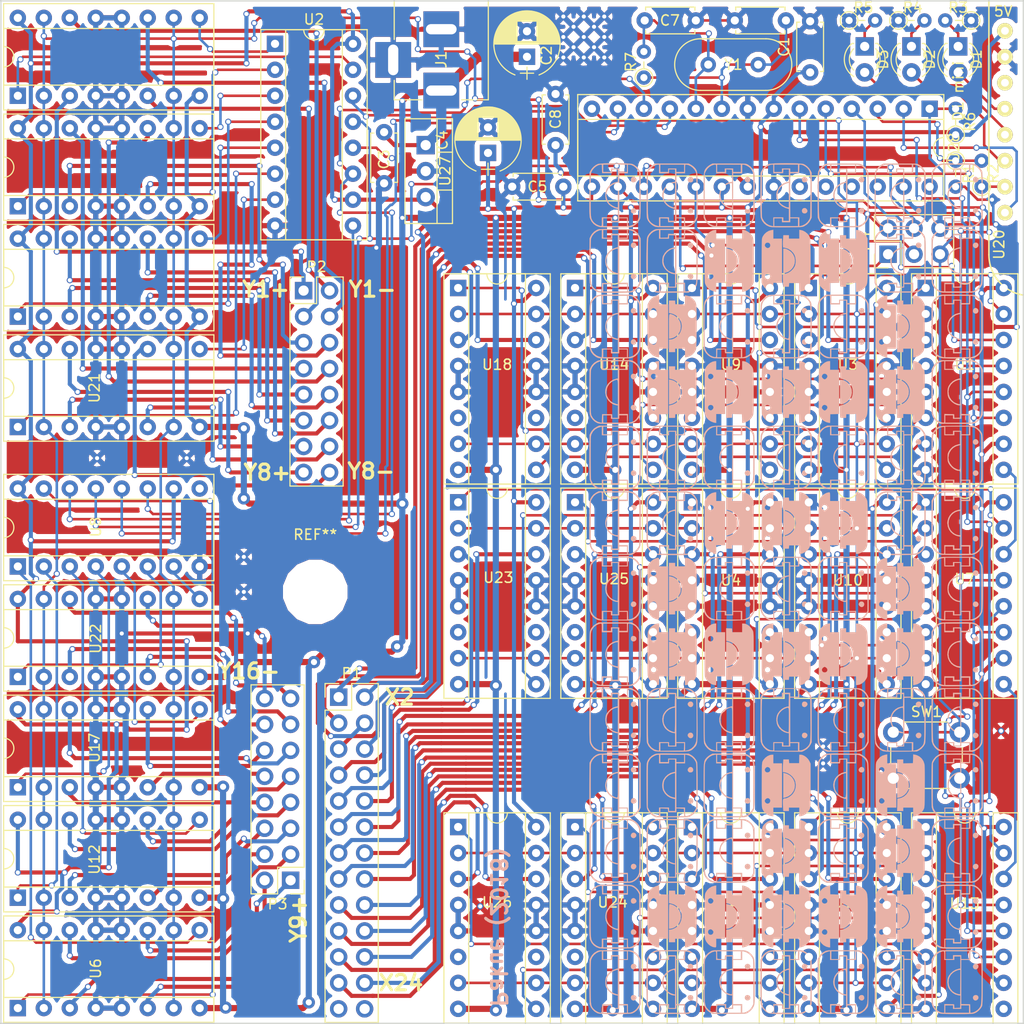
<source format=kicad_pcb>
(kicad_pcb (version 4) (host pcbnew 4.0.7-e2-6376~58~ubuntu16.04.1)
  (layers (0 F.Cu signal hide) (31 B.Cu signal hide) (34 B.Paste user) (35 F.Paste user) (36 B.SilkS user) (37 F.SilkS user) (38 B.Mask user) (39 F.Mask user) (44 Edge.Cuts user))
  (net 0 "")
  (net 1 +5V)
  (net 2 GND)
  (net 3 +12V)
  (net 4 "Net-(C6-Pad2)")
  (net 5 "Net-(C7-Pad2)")
  (net 6 "Net-(C8-Pad1)")
  (net 7 "Net-(D1-Pad1)")
  (net 8 "Net-(D1-Pad2)")
  (net 9 "Net-(D2-Pad1)")
  (net 10 "Net-(D2-Pad2)")
  (net 11 "Net-(D3-Pad1)")
  (net 12 "Net-(D3-Pad2)")
  (net 13 /X1)
  (net 14 /X2)
  (net 15 /X3)
  (net 16 /X4)
  (net 17 /X5)
  (net 18 /X6)
  (net 19 /X7)
  (net 20 /X8)
  (net 21 /X9)
  (net 22 /X10)
  (net 23 /X11)
  (net 24 /X12)
  (net 25 /X13)
  (net 26 /X14)
  (net 27 /X15)
  (net 28 /X16)
  (net 29 /X17)
  (net 30 /X18)
  (net 31 /X19)
  (net 32 /X20)
  (net 33 /X21)
  (net 34 /X22)
  (net 35 /X23)
  (net 36 /X24)
  (net 37 "Net-(P1-Pad25)")
  (net 38 "Net-(P1-Pad26)")
  (net 39 /+Y1)
  (net 40 /-Y1)
  (net 41 /+Y2)
  (net 42 /-Y2)
  (net 43 /+Y3)
  (net 44 /-Y3)
  (net 45 /+Y4)
  (net 46 /-Y4)
  (net 47 /+Y5)
  (net 48 /-Y5)
  (net 49 /+Y6)
  (net 50 /-Y6)
  (net 51 /+Y7)
  (net 52 /-Y7)
  (net 53 /+Y8)
  (net 54 /-Y8)
  (net 55 /+Y9)
  (net 56 /-Y9)
  (net 57 /+Y10)
  (net 58 /-Y10)
  (net 59 /+Y11)
  (net 60 /-Y11)
  (net 61 /+Y12)
  (net 62 /-Y12)
  (net 63 /+Y13)
  (net 64 /-Y13)
  (net 65 /+Y14)
  (net 66 /-Y14)
  (net 67 /+Y15)
  (net 68 /-Y15)
  (net 69 /+Y16)
  (net 70 /-Y16)
  (net 71 "Net-(P4-Pad1)")
  (net 72 "Net-(P4-Pad3)")
  (net 73 "Net-(P4-Pad4)")
  (net 74 "Net-(P4-Pad5)")
  (net 75 "Net-(R1-Pad1)")
  (net 76 /Driver/ATM_TX)
  (net 77 /EN_X2)
  (net 78 "Net-(U1-Pad9)")
  (net 79 /EN_X3)
  (net 80 /EN_X4)
  (net 81 /X_S_Clock)
  (net 82 /EN_X5)
  (net 83 /X_S_Latch)
  (net 84 /EN_X6)
  (net 85 /OE)
  (net 86 /EN_X7)
  (net 87 /X_S_Data)
  (net 88 /EN_X8)
  (net 89 /EN_X1)
  (net 90 /EN_Y2)
  (net 91 "Net-(U2-Pad9)")
  (net 92 /EN_Y3)
  (net 93 /EN_Y4)
  (net 94 /Y_S_Clock)
  (net 95 /EN_Y5)
  (net 96 /Y_S_Latch)
  (net 97 /EN_Y6)
  (net 98 /EN_Y7)
  (net 99 /Y_S_Data)
  (net 100 /EN_Y8)
  (net 101 /EN_Y1)
  (net 102 /DATA_X)
  (net 103 "Net-(U3-Pad11)")
  (net 104 "Net-(U3-Pad6)")
  (net 105 /EN_X13)
  (net 106 /EN_X14)
  (net 107 "Net-(U4-Pad11)")
  (net 108 "Net-(U4-Pad6)")
  (net 109 /DATA_Y)
  (net 110 /EN_Y9)
  (net 111 /EN_Y10)
  (net 112 /EN_X10)
  (net 113 "Net-(U13-Pad14)")
  (net 114 /EN_X11)
  (net 115 /EN_X12)
  (net 116 /EN_X15)
  (net 117 /EN_X16)
  (net 118 /EN_X9)
  (net 119 "Net-(U8-Pad9)")
  (net 120 /EN_Y11)
  (net 121 /EN_Y12)
  (net 122 /EN_Y13)
  (net 123 /EN_Y14)
  (net 124 /EN_Y15)
  (net 125 /EN_Y16)
  (net 126 "Net-(U9-Pad11)")
  (net 127 "Net-(U9-Pad6)")
  (net 128 "Net-(U10-Pad11)")
  (net 129 "Net-(U10-Pad6)")
  (net 130 /EN_X18)
  (net 131 "Net-(U13-Pad9)")
  (net 132 /EN_X19)
  (net 133 /EN_X20)
  (net 134 /EN_X21)
  (net 135 /EN_X22)
  (net 136 /EN_X23)
  (net 137 /EN_X24)
  (net 138 /EN_X17)
  (net 139 "Net-(U14-Pad11)")
  (net 140 "Net-(U14-Pad6)")
  (net 141 "Net-(U15-Pad11)")
  (net 142 "Net-(U15-Pad6)")
  (net 143 "Net-(U18-Pad11)")
  (net 144 "Net-(U18-Pad6)")
  (net 145 "Net-(U19-Pad11)")
  (net 146 "Net-(U19-Pad6)")
  (net 147 /Driver/ATM_RX)
  (net 148 "Net-(U23-Pad11)")
  (net 149 "Net-(U23-Pad6)")
  (net 150 "Net-(U24-Pad11)")
  (net 151 "Net-(U24-Pad6)")
  (net 152 "Net-(U25-Pad11)")
  (net 153 "Net-(U25-Pad6)")
  (net 154 "Net-(U26-Pad11)")
  (net 155 "Net-(U26-Pad6)")
  (net 156 "Net-(U28-Pad23)")
  (net 157 "Net-(U28-Pad24)")
  (net 158 "Net-(U28-Pad25)")
  (net 159 "Net-(U28-Pad26)")
  (net 160 "Net-(U28-Pad27)")
  (net 161 "Net-(U28-Pad28)")
  (net 162 "Net-(U20-Pad11)")
  (module FDD_footprint:VIA-0.6mm (layer F.Cu) (at 84.01 30.543)
    (fp_text reference REF** hide)
    (fp_text value VIA-0.6mm hide)
    (pad 1 thru_hole circle (at 0 0) (size 0.6 0.6) (drill 0.4) (layers *.Cu) (net 2 GND))
  )
  (module FDD_footprint:VIA-0.6mm (layer F.Cu) (at 82.01 30.543)
    (fp_text reference REF** hide)
    (fp_text value VIA-0.6mm hide)
    (pad 1 thru_hole circle (at 0 0) (size 0.6 0.6) (drill 0.4) (layers *.Cu) (net 2 GND))
  )
  (module FDD_footprint:VIA-0.6mm (layer F.Cu) (at 80.01 30.543)
    (fp_text reference REF** hide)
    (fp_text value VIA-0.6mm hide)
    (pad 1 thru_hole circle (at 0 0) (size 0.6 0.6) (drill 0.4) (layers *.Cu) (net 2 GND))
  )
  (module FDD_footprint:VIA-0.6mm (layer F.Cu) (at 83.01 29.543)
    (fp_text reference REF** hide)
    (fp_text value VIA-0.6mm hide)
    (pad 1 thru_hole circle (at 0 0) (size 0.6 0.6) (drill 0.4) (layers *.Cu) (net 2 GND))
  )
  (module FDD_footprint:VIA-0.6mm (layer F.Cu) (at 81.01 29.543)
    (fp_text reference REF** hide)
    (fp_text value VIA-0.6mm hide)
    (pad 1 thru_hole circle (at 0 0) (size 0.6 0.6) (drill 0.4) (layers *.Cu) (net 2 GND))
  )
  (module FDD_footprint:VIA-0.6mm (layer F.Cu) (at 84.01 28.543)
    (fp_text reference REF** hide)
    (fp_text value VIA-0.6mm hide)
    (pad 1 thru_hole circle (at 0 0) (size 0.6 0.6) (drill 0.4) (layers *.Cu) (net 2 GND))
  )
  (module FDD_footprint:VIA-0.6mm (layer F.Cu) (at 82.01 28.543)
    (fp_text reference REF** hide)
    (fp_text value VIA-0.6mm hide)
    (pad 1 thru_hole circle (at 0 0) (size 0.6 0.6) (drill 0.4) (layers *.Cu) (net 2 GND))
  )
  (module FDD_footprint:VIA-0.6mm (layer F.Cu) (at 80.01 28.543)
    (fp_text reference REF** hide)
    (fp_text value VIA-0.6mm hide)
    (pad 1 thru_hole circle (at 0 0) (size 0.6 0.6) (drill 0.4) (layers *.Cu) (net 2 GND))
  )
  (module FDD_footprint:VIA-0.6mm (layer F.Cu) (at 83.01 27.543)
    (fp_text reference REF** hide)
    (fp_text value VIA-0.6mm hide)
    (pad 1 thru_hole circle (at 0 0) (size 0.6 0.6) (drill 0.4) (layers *.Cu) (net 2 GND))
  )
  (module FDD_footprint:VIA-0.6mm (layer F.Cu) (at 81.01 27.543)
    (fp_text reference REF** hide)
    (fp_text value VIA-0.6mm hide)
    (pad 1 thru_hole circle (at 0 0) (size 0.6 0.6) (drill 0.4) (layers *.Cu) (net 2 GND))
  )
  (module FDD_footprint:VIA-0.6mm (layer F.Cu) (at 84.01 26.543)
    (fp_text reference REF** hide)
    (fp_text value VIA-0.6mm hide)
    (pad 1 thru_hole circle (at 0 0) (size 0.6 0.6) (drill 0.4) (layers *.Cu) (net 2 GND))
  )
  (module FDD_footprint:VIA-0.6mm (layer F.Cu) (at 82.01 26.543)
    (fp_text reference REF** hide)
    (fp_text value VIA-0.6mm hide)
    (pad 1 thru_hole circle (at 0 0) (size 0.6 0.6) (drill 0.4) (layers *.Cu) (net 2 GND))
  )
  (module FDD_footprint:VIA-0.6mm (layer F.Cu) (at 80.01 26.543)
    (fp_text reference REF** hide)
    (fp_text value VIA-0.6mm hide)
    (pad 1 thru_hole circle (at 0 0) (size 0.6 0.6) (drill 0.4) (layers *.Cu) (net 2 GND))
  )
  (module FDD_footprint:VIA-0.6mm (layer F.Cu) (at 43.18 69.723)
    (fp_text reference REF** hide)
    (fp_text value VIA-0.6mm hide)
    (pad 1 thru_hole circle (at 0 0) (size 0.6 0.6) (drill 0.4) (layers *.Cu) (net 2 GND))
  )
  (module FDD_footprint:VIA-0.6mm (layer F.Cu) (at 34.417 69.723)
    (fp_text reference REF** hide)
    (fp_text value VIA-0.6mm hide)
    (pad 1 thru_hole circle (at 0 0) (size 0.6 0.6) (drill 0.4) (layers *.Cu) (net 2 GND))
  )
  (module FDD_footprint:VIA-0.6mm (layer F.Cu) (at 48.768 82.804)
    (fp_text reference REF** hide)
    (fp_text value VIA-0.6mm hide)
    (pad 1 thru_hole circle (at 0 0) (size 0.6 0.6) (drill 0.4) (layers *.Cu) (net 2 GND))
  )
  (module FDD_footprint:VIA-0.6mm (layer F.Cu) (at 48.768 79.375)
    (fp_text reference REF** hide)
    (fp_text value VIA-0.6mm hide)
    (pad 1 thru_hole circle (at 0 0) (size 0.6 0.6) (drill 0.4) (layers *.Cu) (net 2 GND))
  )
  (module FDD_footprint:VIA-0.6mm (layer F.Cu) (at 71.882 113.538)
    (fp_text reference REF** hide)
    (fp_text value VIA-0.6mm hide)
    (pad 1 thru_hole circle (at 0 0) (size 0.6 0.6) (drill 0.4) (layers *.Cu) (net 2 GND))
  )
  (module FDD_footprint:VIA-0.6mm (layer F.Cu) (at 122.809 96.393)
    (fp_text reference REF** hide)
    (fp_text value VIA-0.6mm hide)
    (pad 1 thru_hole circle (at 0 0) (size 0.6 0.6) (drill 0.4) (layers *.Cu) (net 2 GND))
  )
  (module FDD_footprint:VIA-0.6mm (layer F.Cu) (at 105.41 97.917)
    (fp_text reference REF** hide)
    (fp_text value VIA-0.6mm hide)
    (pad 1 thru_hole circle (at 0 0) (size 0.6 0.6) (drill 0.4) (layers *.Cu) (net 2 GND))
  )
  (module Buttons_Switches_THT:SW_PUSH_6mm (layer F.Cu) (at 112.268 96.52)
    (fp_text reference SW1 (at 3.25 -2) (layer F.SilkS))
    (fp_text value SW_Push)
    (pad 2 thru_hole circle (at 0 4.5 90) (size 2 2) (drill 1.1) (layers *.Cu *.Mask) (net 2 GND))
    (pad 1 thru_hole circle (at 0 0 90) (size 2 2) (drill 1.1) (layers *.Cu *.Mask) (net 74 "Net-(P4-Pad5)"))
    (pad 2 thru_hole circle (at 6.5 4.5 90) (size 2 2) (drill 1.1) (layers *.Cu *.Mask) (net 2 GND))
    (pad 1 thru_hole circle (at 6.5 0 90) (size 2 2) (drill 1.1) (layers *.Cu *.Mask) (net 74 "Net-(P4-Pad5)"))
  )
  (module Pin_Headers:Pin_Header_Straight_2x08_Pitch2.54mm (layer F.Cu) (at 53.34 110.998 180)
    (fp_text reference P3 (at 1.27 -2.33 180) (layer F.SilkS))
    (fp_text value CONN_02X08)
    (pad 1 thru_hole rect (at 0 0 180) (size 1.7 1.7) (drill 1) (layers *.Cu *.Mask) (net 55 /+Y9))
    (pad 2 thru_hole oval (at 2.54 0 180) (size 1.7 1.7) (drill 1) (layers *.Cu *.Mask) (net 56 /-Y9))
    (pad 3 thru_hole oval (at 0 2.54 180) (size 1.7 1.7) (drill 1) (layers *.Cu *.Mask) (net 57 /+Y10))
    (pad 4 thru_hole oval (at 2.54 2.54 180) (size 1.7 1.7) (drill 1) (layers *.Cu *.Mask) (net 58 /-Y10))
    (pad 5 thru_hole oval (at 0 5.08 180) (size 1.7 1.7) (drill 1) (layers *.Cu *.Mask) (net 59 /+Y11))
    (pad 6 thru_hole oval (at 2.54 5.08 180) (size 1.7 1.7) (drill 1) (layers *.Cu *.Mask) (net 60 /-Y11))
    (pad 7 thru_hole oval (at 0 7.62 180) (size 1.7 1.7) (drill 1) (layers *.Cu *.Mask) (net 61 /+Y12))
    (pad 8 thru_hole oval (at 2.54 7.62 180) (size 1.7 1.7) (drill 1) (layers *.Cu *.Mask) (net 62 /-Y12))
    (pad 9 thru_hole oval (at 0 10.16 180) (size 1.7 1.7) (drill 1) (layers *.Cu *.Mask) (net 63 /+Y13))
    (pad 10 thru_hole oval (at 2.54 10.16 180) (size 1.7 1.7) (drill 1) (layers *.Cu *.Mask) (net 64 /-Y13))
    (pad 11 thru_hole oval (at 0 12.7 180) (size 1.7 1.7) (drill 1) (layers *.Cu *.Mask) (net 65 /+Y14))
    (pad 12 thru_hole oval (at 2.54 12.7 180) (size 1.7 1.7) (drill 1) (layers *.Cu *.Mask) (net 66 /-Y14))
    (pad 13 thru_hole oval (at 0 15.24 180) (size 1.7 1.7) (drill 1) (layers *.Cu *.Mask) (net 67 /+Y15))
    (pad 14 thru_hole oval (at 2.54 15.24 180) (size 1.7 1.7) (drill 1) (layers *.Cu *.Mask) (net 68 /-Y15))
    (pad 15 thru_hole oval (at 0 17.78 180) (size 1.7 1.7) (drill 1) (layers *.Cu *.Mask) (net 69 /+Y16))
    (pad 16 thru_hole oval (at 2.54 17.78 180) (size 1.7 1.7) (drill 1) (layers *.Cu *.Mask) (net 70 /-Y16))
  )
  (module Pin_Headers:Pin_Header_Straight_2x13_Pitch2.54mm (layer F.Cu) (at 58.039 93.091)
    (fp_text reference P1 (at 1.27 -2.33) (layer F.SilkS))
    (fp_text value CONN_02X13)
    (pad 1 thru_hole rect (at 0 0) (size 1.7 1.7) (drill 1) (layers *.Cu *.Mask) (net 13 /X1))
    (pad 2 thru_hole oval (at 2.54 0) (size 1.7 1.7) (drill 1) (layers *.Cu *.Mask) (net 14 /X2))
    (pad 3 thru_hole oval (at 0 2.54) (size 1.7 1.7) (drill 1) (layers *.Cu *.Mask) (net 15 /X3))
    (pad 4 thru_hole oval (at 2.54 2.54) (size 1.7 1.7) (drill 1) (layers *.Cu *.Mask) (net 16 /X4))
    (pad 5 thru_hole oval (at 0 5.08) (size 1.7 1.7) (drill 1) (layers *.Cu *.Mask) (net 17 /X5))
    (pad 6 thru_hole oval (at 2.54 5.08) (size 1.7 1.7) (drill 1) (layers *.Cu *.Mask) (net 18 /X6))
    (pad 7 thru_hole oval (at 0 7.62) (size 1.7 1.7) (drill 1) (layers *.Cu *.Mask) (net 19 /X7))
    (pad 8 thru_hole oval (at 2.54 7.62) (size 1.7 1.7) (drill 1) (layers *.Cu *.Mask) (net 20 /X8))
    (pad 9 thru_hole oval (at 0 10.16) (size 1.7 1.7) (drill 1) (layers *.Cu *.Mask) (net 21 /X9))
    (pad 10 thru_hole oval (at 2.54 10.16) (size 1.7 1.7) (drill 1) (layers *.Cu *.Mask) (net 22 /X10))
    (pad 11 thru_hole oval (at 0 12.7) (size 1.7 1.7) (drill 1) (layers *.Cu *.Mask) (net 23 /X11))
    (pad 12 thru_hole oval (at 2.54 12.7) (size 1.7 1.7) (drill 1) (layers *.Cu *.Mask) (net 24 /X12))
    (pad 13 thru_hole oval (at 0 15.24) (size 1.7 1.7) (drill 1) (layers *.Cu *.Mask) (net 25 /X13))
    (pad 14 thru_hole oval (at 2.54 15.24) (size 1.7 1.7) (drill 1) (layers *.Cu *.Mask) (net 26 /X14))
    (pad 15 thru_hole oval (at 0 17.78) (size 1.7 1.7) (drill 1) (layers *.Cu *.Mask) (net 27 /X15))
    (pad 16 thru_hole oval (at 2.54 17.78) (size 1.7 1.7) (drill 1) (layers *.Cu *.Mask) (net 28 /X16))
    (pad 17 thru_hole oval (at 0 20.32) (size 1.7 1.7) (drill 1) (layers *.Cu *.Mask) (net 29 /X17))
    (pad 18 thru_hole oval (at 2.54 20.32) (size 1.7 1.7) (drill 1) (layers *.Cu *.Mask) (net 30 /X18))
    (pad 19 thru_hole oval (at 0 22.86) (size 1.7 1.7) (drill 1) (layers *.Cu *.Mask) (net 31 /X19))
    (pad 20 thru_hole oval (at 2.54 22.86) (size 1.7 1.7) (drill 1) (layers *.Cu *.Mask) (net 32 /X20))
    (pad 21 thru_hole oval (at 0 25.4) (size 1.7 1.7) (drill 1) (layers *.Cu *.Mask) (net 33 /X21))
    (pad 22 thru_hole oval (at 2.54 25.4) (size 1.7 1.7) (drill 1) (layers *.Cu *.Mask) (net 34 /X22))
    (pad 23 thru_hole oval (at 0 27.94) (size 1.7 1.7) (drill 1) (layers *.Cu *.Mask) (net 35 /X23))
    (pad 24 thru_hole oval (at 2.54 27.94) (size 1.7 1.7) (drill 1) (layers *.Cu *.Mask) (net 36 /X24))
    (pad 25 thru_hole oval (at 0 30.48) (size 1.7 1.7) (drill 1) (layers *.Cu *.Mask) (net 37 "Net-(P1-Pad25)"))
    (pad 26 thru_hole oval (at 2.54 30.48) (size 1.7 1.7) (drill 1) (layers *.Cu *.Mask) (net 38 "Net-(P1-Pad26)"))
  )
  (module Crystals:Crystal_HC49-4H_Vertical (layer F.Cu) (at 99.06 31.242 180)
    (fp_text reference Y1 (at 2.413 0 180) (layer F.SilkS))
    (fp_text value Crystal)
    (pad 1 thru_hole circle (at 0 0 180) (size 1.5 1.5) (drill 0.8) (layers *.Cu *.Mask) (net 4 "Net-(C6-Pad2)"))
    (pad 2 thru_hole circle (at 4.88 0 180) (size 1.5 1.5) (drill 0.8) (layers *.Cu *.Mask) (net 5 "Net-(C7-Pad2)"))
  )
  (module Capacitors_THT:C_Disc_D4.7mm_W2.5mm_P5.00mm (layer F.Cu) (at 79.248 39.116 90)
    (fp_text reference C8 (at 2.54 0 90) (layer F.SilkS))
    (fp_text value 100nF)
    (pad 1 thru_hole circle (at 0 0 90) (size 1.6 1.6) (drill 0.8) (layers *.Cu *.Mask) (net 6 "Net-(C8-Pad1)"))
    (pad 2 thru_hole circle (at 5 0 90) (size 1.6 1.6) (drill 0.8) (layers *.Cu *.Mask) (net 2 GND))
  )
  (module Pin_Headers:Pin_Header_Straight_2x03_Pitch2.54mm (layer F.Cu) (at 111.76 49.784 90)
    (fp_text reference P4 (at 1.27 -2.33 90) (layer F.SilkS))
    (fp_text value CONN_02X03)
    (pad 1 thru_hole rect (at 0 0 90) (size 1.7 1.7) (drill 1) (layers *.Cu *.Mask) (net 71 "Net-(P4-Pad1)"))
    (pad 2 thru_hole oval (at 2.54 0 90) (size 1.7 1.7) (drill 1) (layers *.Cu *.Mask) (net 1 +5V))
    (pad 3 thru_hole oval (at 0 2.54 90) (size 1.7 1.7) (drill 1) (layers *.Cu *.Mask) (net 72 "Net-(P4-Pad3)"))
    (pad 4 thru_hole oval (at 2.54 2.54 90) (size 1.7 1.7) (drill 1) (layers *.Cu *.Mask) (net 73 "Net-(P4-Pad4)"))
    (pad 5 thru_hole oval (at 0 5.08 90) (size 1.7 1.7) (drill 1) (layers *.Cu *.Mask) (net 74 "Net-(P4-Pad5)"))
    (pad 6 thru_hole oval (at 2.54 5.08 90) (size 1.7 1.7) (drill 1) (layers *.Cu *.Mask) (net 2 GND))
  )
  (module Capacitors_THT:C_Disc_D4.7mm_W2.5mm_P5.00mm (layer F.Cu) (at 92.964 26.924 180)
    (fp_text reference C7 (at 2.54 0 180) (layer F.SilkS))
    (fp_text value 22p)
    (pad 1 thru_hole circle (at 0 0 180) (size 1.6 1.6) (drill 0.8) (layers *.Cu *.Mask) (net 2 GND))
    (pad 2 thru_hole circle (at 5 0 180) (size 1.6 1.6) (drill 0.8) (layers *.Cu *.Mask) (net 5 "Net-(C7-Pad2)"))
  )
  (module Capacitors_THT:C_Disc_D4.7mm_W2.5mm_P5.00mm (layer F.Cu) (at 96.774 26.924)
    (fp_text reference C6 (at 2.5 -2.56) (layer F.SilkS))
    (fp_text value 22p)
    (pad 1 thru_hole circle (at 0 0) (size 1.6 1.6) (drill 0.8) (layers *.Cu *.Mask) (net 2 GND))
    (pad 2 thru_hole circle (at 5 0) (size 1.6 1.6) (drill 0.8) (layers *.Cu *.Mask) (net 4 "Net-(C6-Pad2)"))
  )
  (module Capacitors_THT:C_Disc_D4.7mm_W2.5mm_P5.00mm (layer F.Cu) (at 80.01 43.18 180)
    (fp_text reference C5 (at 2.54 0 180) (layer F.SilkS))
    (fp_text value 100nF)
    (pad 1 thru_hole circle (at 0 0 180) (size 1.6 1.6) (drill 0.8) (layers *.Cu *.Mask) (net 1 +5V))
    (pad 2 thru_hole circle (at 5 0 180) (size 1.6 1.6) (drill 0.8) (layers *.Cu *.Mask) (net 2 GND))
  )
  (module Capacitors_THT:C_Disc_D4.7mm_W2.5mm_P5.00mm (layer F.Cu) (at 104.14 32.004 90)
    (fp_text reference C1 (at 2.5 -2.56 90) (layer F.SilkS))
    (fp_text value 100nF)
    (pad 1 thru_hole circle (at 0 0 90) (size 1.6 1.6) (drill 0.8) (layers *.Cu *.Mask) (net 1 +5V))
    (pad 2 thru_hole circle (at 5 0 90) (size 1.6 1.6) (drill 0.8) (layers *.Cu *.Mask) (net 2 GND))
  )
  (module Capacitors_THT:CP_Radial_D6.3mm_P2.50mm (layer F.Cu) (at 76.454 30.48 90)
    (fp_text reference C2 (at 0.127 1.905 90) (layer F.SilkS))
    (fp_text value 10uF)
    (pad 1 thru_hole rect (at 0 0 90) (size 1.6 1.6) (drill 0.8) (layers *.Cu *.Mask) (net 3 +12V))
    (pad 2 thru_hole circle (at 2.5 0 90) (size 1.6 1.6) (drill 0.8) (layers *.Cu *.Mask) (net 2 GND))
  )
  (module LEDs:LED_D3.0mm (layer F.Cu) (at 114.046 29.464 270)
    (fp_text reference D2 (at 1.27 -1.778 270) (layer F.SilkS))
    (fp_text value Led_Yellow)
    (pad 1 thru_hole rect (at 0 0 270) (size 1.8 1.8) (drill 0.9) (layers *.Cu *.Mask) (net 9 "Net-(D2-Pad1)"))
    (pad 2 thru_hole circle (at 2.54 0 270) (size 1.8 1.8) (drill 0.9) (layers *.Cu *.Mask) (net 10 "Net-(D2-Pad2)"))
  )
  (module LEDs:LED_D3.0mm (layer F.Cu) (at 109.474 29.464 270)
    (fp_text reference D3 (at 1.27 -1.778 270) (layer F.SilkS))
    (fp_text value Led_Red)
    (pad 1 thru_hole rect (at 0 0 270) (size 1.8 1.8) (drill 0.9) (layers *.Cu *.Mask) (net 11 "Net-(D3-Pad1)"))
    (pad 2 thru_hole circle (at 2.54 0 270) (size 1.8 1.8) (drill 0.9) (layers *.Cu *.Mask) (net 12 "Net-(D3-Pad2)"))
  )
  (module LEDs:LED_D3.0mm (layer F.Cu) (at 118.618 29.464 270)
    (fp_text reference D1 (at 1.27 -1.778 270) (layer F.SilkS))
    (fp_text value Led_Green)
    (pad 1 thru_hole rect (at 0 0 270) (size 1.8 1.8) (drill 0.9) (layers *.Cu *.Mask) (net 7 "Net-(D1-Pad1)"))
    (pad 2 thru_hole circle (at 2.54 0 270) (size 1.8 1.8) (drill 0.9) (layers *.Cu *.Mask) (net 8 "Net-(D1-Pad2)"))
  )
  (module Pin_Headers:Pin_Header_Straight_2x08_Pitch2.54mm (layer F.Cu) (at 54.61 53.34)
    (fp_text reference P2 (at 1.27 -2.33) (layer F.SilkS))
    (fp_text value CONN_02X08)
    (pad 1 thru_hole rect (at 0 0) (size 1.7 1.7) (drill 1) (layers *.Cu *.Mask) (net 39 /+Y1))
    (pad 2 thru_hole oval (at 2.54 0) (size 1.7 1.7) (drill 1) (layers *.Cu *.Mask) (net 40 /-Y1))
    (pad 3 thru_hole oval (at 0 2.54) (size 1.7 1.7) (drill 1) (layers *.Cu *.Mask) (net 41 /+Y2))
    (pad 4 thru_hole oval (at 2.54 2.54) (size 1.7 1.7) (drill 1) (layers *.Cu *.Mask) (net 42 /-Y2))
    (pad 5 thru_hole oval (at 0 5.08) (size 1.7 1.7) (drill 1) (layers *.Cu *.Mask) (net 43 /+Y3))
    (pad 6 thru_hole oval (at 2.54 5.08) (size 1.7 1.7) (drill 1) (layers *.Cu *.Mask) (net 44 /-Y3))
    (pad 7 thru_hole oval (at 0 7.62) (size 1.7 1.7) (drill 1) (layers *.Cu *.Mask) (net 45 /+Y4))
    (pad 8 thru_hole oval (at 2.54 7.62) (size 1.7 1.7) (drill 1) (layers *.Cu *.Mask) (net 46 /-Y4))
    (pad 9 thru_hole oval (at 0 10.16) (size 1.7 1.7) (drill 1) (layers *.Cu *.Mask) (net 47 /+Y5))
    (pad 10 thru_hole oval (at 2.54 10.16) (size 1.7 1.7) (drill 1) (layers *.Cu *.Mask) (net 48 /-Y5))
    (pad 11 thru_hole oval (at 0 12.7) (size 1.7 1.7) (drill 1) (layers *.Cu *.Mask) (net 49 /+Y6))
    (pad 12 thru_hole oval (at 2.54 12.7) (size 1.7 1.7) (drill 1) (layers *.Cu *.Mask) (net 50 /-Y6))
    (pad 13 thru_hole oval (at 0 15.24) (size 1.7 1.7) (drill 1) (layers *.Cu *.Mask) (net 51 /+Y7))
    (pad 14 thru_hole oval (at 2.54 15.24) (size 1.7 1.7) (drill 1) (layers *.Cu *.Mask) (net 52 /-Y7))
    (pad 15 thru_hole oval (at 0 17.78) (size 1.7 1.7) (drill 1) (layers *.Cu *.Mask) (net 53 /+Y8))
    (pad 16 thru_hole oval (at 2.54 17.78) (size 1.7 1.7) (drill 1) (layers *.Cu *.Mask) (net 54 /-Y8))
  )
  (module Connectors:BARREL_JACK (layer F.Cu) (at 68.072 33.782 270)
    (fp_text reference J1 (at -3.048 0 450) (layer F.SilkS))
    (fp_text value Barrel_Jack)
    (pad 1 thru_hole rect (at 0 0 270) (size 3.5 3.5) (drill oval 1 3) (layers *.Cu *.Mask) (net 3 +12V))
    (pad 2 thru_hole rect (at -6 0 270) (size 3.5 3.5) (drill oval 1 3) (layers *.Cu *.Mask) (net 2 GND))
    (pad 3 thru_hole rect (at -3 4.7 270) (size 3.5 3.5) (drill oval 3 1) (layers *.Cu *.Mask) (net 2 GND))
  )
  (module Capacitors_THT:CP_Radial_D6.3mm_P2.50mm (layer F.Cu) (at 72.644 39.878 90)
    (fp_text reference C4 (at 1.25 -4.46 90) (layer F.SilkS))
    (fp_text value 1uF)
    (pad 1 thru_hole rect (at 0 0 90) (size 1.6 1.6) (drill 0.8) (layers *.Cu *.Mask) (net 1 +5V))
    (pad 2 thru_hole circle (at 2.5 0 90) (size 1.6 1.6) (drill 0.8) (layers *.Cu *.Mask) (net 2 GND))
  )
  (module Capacitors_THT:C_Disc_D4.7mm_W2.5mm_P5.00mm (layer F.Cu) (at 62.484 37.846 270)
    (fp_text reference C3 (at 2.667 0 270) (layer F.SilkS))
    (fp_text value 0.33uF)
    (pad 1 thru_hole circle (at 0 0 270) (size 1.6 1.6) (drill 0.8) (layers *.Cu *.Mask) (net 3 +12V))
    (pad 2 thru_hole circle (at 5 0 270) (size 1.6 1.6) (drill 0.8) (layers *.Cu *.Mask) (net 2 GND))
  )
  (module Housings_DIP:DIP-16_W7.62mm_Socket (layer F.Cu) (at 115.443 53.086)
    (fp_text reference U1 (at 3.81 7.493) (layer F.SilkS))
    (fp_text value 74HC595)
    (pad 1 thru_hole rect (at 0 0) (size 1.6 1.6) (drill 0.8) (layers *.Cu *.Mask) (net 77 /EN_X2))
    (pad 9 thru_hole oval (at 7.62 17.78) (size 1.6 1.6) (drill 0.8) (layers *.Cu *.Mask) (net 78 "Net-(U1-Pad9)"))
    (pad 2 thru_hole oval (at 0 2.54) (size 1.6 1.6) (drill 0.8) (layers *.Cu *.Mask) (net 79 /EN_X3))
    (pad 10 thru_hole oval (at 7.62 15.24) (size 1.6 1.6) (drill 0.8) (layers *.Cu *.Mask) (net 1 +5V))
    (pad 3 thru_hole oval (at 0 5.08) (size 1.6 1.6) (drill 0.8) (layers *.Cu *.Mask) (net 80 /EN_X4))
    (pad 11 thru_hole oval (at 7.62 12.7) (size 1.6 1.6) (drill 0.8) (layers *.Cu *.Mask) (net 81 /X_S_Clock))
    (pad 4 thru_hole oval (at 0 7.62) (size 1.6 1.6) (drill 0.8) (layers *.Cu *.Mask) (net 82 /EN_X5))
    (pad 12 thru_hole oval (at 7.62 10.16) (size 1.6 1.6) (drill 0.8) (layers *.Cu *.Mask) (net 83 /X_S_Latch))
    (pad 5 thru_hole oval (at 0 10.16) (size 1.6 1.6) (drill 0.8) (layers *.Cu *.Mask) (net 84 /EN_X6))
    (pad 13 thru_hole oval (at 7.62 7.62) (size 1.6 1.6) (drill 0.8) (layers *.Cu *.Mask) (net 85 /OE))
    (pad 6 thru_hole oval (at 0 12.7) (size 1.6 1.6) (drill 0.8) (layers *.Cu *.Mask) (net 86 /EN_X7))
    (pad 14 thru_hole oval (at 7.62 5.08) (size 1.6 1.6) (drill 0.8) (layers *.Cu *.Mask) (net 87 /X_S_Data))
    (pad 7 thru_hole oval (at 0 15.24) (size 1.6 1.6) (drill 0.8) (layers *.Cu *.Mask) (net 88 /EN_X8))
    (pad 15 thru_hole oval (at 7.62 2.54) (size 1.6 1.6) (drill 0.8) (layers *.Cu *.Mask) (net 89 /EN_X1))
    (pad 8 thru_hole oval (at 0 17.78) (size 1.6 1.6) (drill 0.8) (layers *.Cu *.Mask) (net 2 GND))
    (pad 16 thru_hole oval (at 7.62 0) (size 1.6 1.6) (drill 0.8) (layers *.Cu *.Mask) (net 1 +5V))
  )
  (module Housings_DIP:DIP-16_W7.62mm_Socket (layer F.Cu) (at 51.816 29.21)
    (fp_text reference U2 (at 3.81 -2.39) (layer F.SilkS))
    (fp_text value 74HC595)
    (pad 1 thru_hole rect (at 0 0) (size 1.6 1.6) (drill 0.8) (layers *.Cu *.Mask) (net 90 /EN_Y2))
    (pad 9 thru_hole oval (at 7.62 17.78) (size 1.6 1.6) (drill 0.8) (layers *.Cu *.Mask) (net 91 "Net-(U2-Pad9)"))
    (pad 2 thru_hole oval (at 0 2.54) (size 1.6 1.6) (drill 0.8) (layers *.Cu *.Mask) (net 92 /EN_Y3))
    (pad 10 thru_hole oval (at 7.62 15.24) (size 1.6 1.6) (drill 0.8) (layers *.Cu *.Mask) (net 1 +5V))
    (pad 3 thru_hole oval (at 0 5.08) (size 1.6 1.6) (drill 0.8) (layers *.Cu *.Mask) (net 93 /EN_Y4))
    (pad 11 thru_hole oval (at 7.62 12.7) (size 1.6 1.6) (drill 0.8) (layers *.Cu *.Mask) (net 94 /Y_S_Clock))
    (pad 4 thru_hole oval (at 0 7.62) (size 1.6 1.6) (drill 0.8) (layers *.Cu *.Mask) (net 95 /EN_Y5))
    (pad 12 thru_hole oval (at 7.62 10.16) (size 1.6 1.6) (drill 0.8) (layers *.Cu *.Mask) (net 96 /Y_S_Latch))
    (pad 5 thru_hole oval (at 0 10.16) (size 1.6 1.6) (drill 0.8) (layers *.Cu *.Mask) (net 97 /EN_Y6))
    (pad 13 thru_hole oval (at 7.62 7.62) (size 1.6 1.6) (drill 0.8) (layers *.Cu *.Mask) (net 85 /OE))
    (pad 6 thru_hole oval (at 0 12.7) (size 1.6 1.6) (drill 0.8) (layers *.Cu *.Mask) (net 98 /EN_Y7))
    (pad 14 thru_hole oval (at 7.62 5.08) (size 1.6 1.6) (drill 0.8) (layers *.Cu *.Mask) (net 99 /Y_S_Data))
    (pad 7 thru_hole oval (at 0 15.24) (size 1.6 1.6) (drill 0.8) (layers *.Cu *.Mask) (net 100 /EN_Y8))
    (pad 15 thru_hole oval (at 7.62 2.54) (size 1.6 1.6) (drill 0.8) (layers *.Cu *.Mask) (net 101 /EN_Y1))
    (pad 8 thru_hole oval (at 0 17.78) (size 1.6 1.6) (drill 0.8) (layers *.Cu *.Mask) (net 2 GND))
    (pad 16 thru_hole oval (at 7.62 0) (size 1.6 1.6) (drill 0.8) (layers *.Cu *.Mask) (net 1 +5V))
  )
  (module Housings_DIP:DIP-16_W7.62mm_Socket (layer F.Cu) (at 104.013 53.086)
    (fp_text reference U3 (at 3.81 7.493) (layer F.SilkS))
    (fp_text value L293D)
    (pad 1 thru_hole rect (at 0 0) (size 1.6 1.6) (drill 0.8) (layers *.Cu *.Mask) (net 89 /EN_X1))
    (pad 9 thru_hole oval (at 7.62 17.78) (size 1.6 1.6) (drill 0.8) (layers *.Cu *.Mask) (net 77 /EN_X2))
    (pad 2 thru_hole oval (at 0 2.54) (size 1.6 1.6) (drill 0.8) (layers *.Cu *.Mask) (net 102 /DATA_X))
    (pad 10 thru_hole oval (at 7.62 15.24) (size 1.6 1.6) (drill 0.8) (layers *.Cu *.Mask) (net 102 /DATA_X))
    (pad 3 thru_hole oval (at 0 5.08) (size 1.6 1.6) (drill 0.8) (layers *.Cu *.Mask) (net 13 /X1))
    (pad 11 thru_hole oval (at 7.62 12.7) (size 1.6 1.6) (drill 0.8) (layers *.Cu *.Mask) (net 103 "Net-(U3-Pad11)"))
    (pad 4 thru_hole oval (at 0 7.62) (size 1.6 1.6) (drill 0.8) (layers *.Cu *.Mask) (net 2 GND))
    (pad 12 thru_hole oval (at 7.62 10.16) (size 1.6 1.6) (drill 0.8) (layers *.Cu *.Mask) (net 2 GND))
    (pad 5 thru_hole oval (at 0 10.16) (size 1.6 1.6) (drill 0.8) (layers *.Cu *.Mask) (net 2 GND))
    (pad 13 thru_hole oval (at 7.62 7.62) (size 1.6 1.6) (drill 0.8) (layers *.Cu *.Mask) (net 2 GND))
    (pad 6 thru_hole oval (at 0 12.7) (size 1.6 1.6) (drill 0.8) (layers *.Cu *.Mask) (net 104 "Net-(U3-Pad6)"))
    (pad 14 thru_hole oval (at 7.62 5.08) (size 1.6 1.6) (drill 0.8) (layers *.Cu *.Mask) (net 14 /X2))
    (pad 7 thru_hole oval (at 0 15.24) (size 1.6 1.6) (drill 0.8) (layers *.Cu *.Mask) (net 102 /DATA_X))
    (pad 15 thru_hole oval (at 7.62 2.54) (size 1.6 1.6) (drill 0.8) (layers *.Cu *.Mask) (net 102 /DATA_X))
    (pad 8 thru_hole oval (at 0 17.78) (size 1.6 1.6) (drill 0.8) (layers *.Cu *.Mask) (net 3 +12V))
    (pad 16 thru_hole oval (at 7.62 0) (size 1.6 1.6) (drill 0.8) (layers *.Cu *.Mask) (net 1 +5V))
  )
  (module Housings_DIP:DIP-16_W7.62mm_Socket (layer F.Cu) (at 92.583 74.041)
    (fp_text reference U4 (at 3.81 7.62) (layer F.SilkS))
    (fp_text value L293D)
    (pad 1 thru_hole rect (at 0 0) (size 1.6 1.6) (drill 0.8) (layers *.Cu *.Mask) (net 105 /EN_X13))
    (pad 9 thru_hole oval (at 7.62 17.78) (size 1.6 1.6) (drill 0.8) (layers *.Cu *.Mask) (net 106 /EN_X14))
    (pad 2 thru_hole oval (at 0 2.54) (size 1.6 1.6) (drill 0.8) (layers *.Cu *.Mask) (net 102 /DATA_X))
    (pad 10 thru_hole oval (at 7.62 15.24) (size 1.6 1.6) (drill 0.8) (layers *.Cu *.Mask) (net 102 /DATA_X))
    (pad 3 thru_hole oval (at 0 5.08) (size 1.6 1.6) (drill 0.8) (layers *.Cu *.Mask) (net 25 /X13))
    (pad 11 thru_hole oval (at 7.62 12.7) (size 1.6 1.6) (drill 0.8) (layers *.Cu *.Mask) (net 107 "Net-(U4-Pad11)"))
    (pad 4 thru_hole oval (at 0 7.62) (size 1.6 1.6) (drill 0.8) (layers *.Cu *.Mask) (net 2 GND))
    (pad 12 thru_hole oval (at 7.62 10.16) (size 1.6 1.6) (drill 0.8) (layers *.Cu *.Mask) (net 2 GND))
    (pad 5 thru_hole oval (at 0 10.16) (size 1.6 1.6) (drill 0.8) (layers *.Cu *.Mask) (net 2 GND))
    (pad 13 thru_hole oval (at 7.62 7.62) (size 1.6 1.6) (drill 0.8) (layers *.Cu *.Mask) (net 2 GND))
    (pad 6 thru_hole oval (at 0 12.7) (size 1.6 1.6) (drill 0.8) (layers *.Cu *.Mask) (net 108 "Net-(U4-Pad6)"))
    (pad 14 thru_hole oval (at 7.62 5.08) (size 1.6 1.6) (drill 0.8) (layers *.Cu *.Mask) (net 26 /X14))
    (pad 7 thru_hole oval (at 0 15.24) (size 1.6 1.6) (drill 0.8) (layers *.Cu *.Mask) (net 102 /DATA_X))
    (pad 15 thru_hole oval (at 7.62 2.54) (size 1.6 1.6) (drill 0.8) (layers *.Cu *.Mask) (net 102 /DATA_X))
    (pad 8 thru_hole oval (at 0 17.78) (size 1.6 1.6) (drill 0.8) (layers *.Cu *.Mask) (net 3 +12V))
    (pad 16 thru_hole oval (at 7.62 0) (size 1.6 1.6) (drill 0.8) (layers *.Cu *.Mask) (net 1 +5V))
  )
  (module Housings_DIP:DIP-16_W7.62mm_Socket (layer F.Cu) (at 26.67 34.29 90)
    (fp_text reference U5 (at 3.81 -2.39 90) (layer F.SilkS))
    (fp_text value L293D)
    (pad 1 thru_hole rect (at 0 0 90) (size 1.6 1.6) (drill 0.8) (layers *.Cu *.Mask) (net 101 /EN_Y1))
    (pad 9 thru_hole oval (at 7.62 17.78 90) (size 1.6 1.6) (drill 0.8) (layers *.Cu *.Mask) (net 90 /EN_Y2))
    (pad 2 thru_hole oval (at 0 2.54 90) (size 1.6 1.6) (drill 0.8) (layers *.Cu *.Mask) (net 109 /DATA_Y))
    (pad 10 thru_hole oval (at 7.62 15.24 90) (size 1.6 1.6) (drill 0.8) (layers *.Cu *.Mask) (net 109 /DATA_Y))
    (pad 3 thru_hole oval (at 0 5.08 90) (size 1.6 1.6) (drill 0.8) (layers *.Cu *.Mask) (net 39 /+Y1))
    (pad 11 thru_hole oval (at 7.62 12.7 90) (size 1.6 1.6) (drill 0.8) (layers *.Cu *.Mask) (net 42 /-Y2))
    (pad 4 thru_hole oval (at 0 7.62 90) (size 1.6 1.6) (drill 0.8) (layers *.Cu *.Mask) (net 2 GND))
    (pad 12 thru_hole oval (at 7.62 10.16 90) (size 1.6 1.6) (drill 0.8) (layers *.Cu *.Mask) (net 2 GND))
    (pad 5 thru_hole oval (at 0 10.16 90) (size 1.6 1.6) (drill 0.8) (layers *.Cu *.Mask) (net 2 GND))
    (pad 13 thru_hole oval (at 7.62 7.62 90) (size 1.6 1.6) (drill 0.8) (layers *.Cu *.Mask) (net 2 GND))
    (pad 6 thru_hole oval (at 0 12.7 90) (size 1.6 1.6) (drill 0.8) (layers *.Cu *.Mask) (net 40 /-Y1))
    (pad 14 thru_hole oval (at 7.62 5.08 90) (size 1.6 1.6) (drill 0.8) (layers *.Cu *.Mask) (net 41 /+Y2))
    (pad 7 thru_hole oval (at 0 15.24 90) (size 1.6 1.6) (drill 0.8) (layers *.Cu *.Mask) (net 109 /DATA_Y))
    (pad 15 thru_hole oval (at 7.62 2.54 90) (size 1.6 1.6) (drill 0.8) (layers *.Cu *.Mask) (net 109 /DATA_Y))
    (pad 8 thru_hole oval (at 0 17.78 90) (size 1.6 1.6) (drill 0.8) (layers *.Cu *.Mask) (net 3 +12V))
    (pad 16 thru_hole oval (at 7.62 0 90) (size 1.6 1.6) (drill 0.8) (layers *.Cu *.Mask) (net 1 +5V))
  )
  (module Housings_DIP:DIP-16_W7.62mm_Socket (layer F.Cu) (at 26.67 123.495758 90)
    (fp_text reference U6 (at 3.861758 7.62 90) (layer F.SilkS))
    (fp_text value L293D)
    (pad 1 thru_hole rect (at 0 0 90) (size 1.6 1.6) (drill 0.8) (layers *.Cu *.Mask) (net 110 /EN_Y9))
    (pad 9 thru_hole oval (at 7.62 17.78 90) (size 1.6 1.6) (drill 0.8) (layers *.Cu *.Mask) (net 111 /EN_Y10))
    (pad 2 thru_hole oval (at 0 2.54 90) (size 1.6 1.6) (drill 0.8) (layers *.Cu *.Mask) (net 109 /DATA_Y))
    (pad 10 thru_hole oval (at 7.62 15.24 90) (size 1.6 1.6) (drill 0.8) (layers *.Cu *.Mask) (net 109 /DATA_Y))
    (pad 3 thru_hole oval (at 0 5.08 90) (size 1.6 1.6) (drill 0.8) (layers *.Cu *.Mask) (net 55 /+Y9))
    (pad 11 thru_hole oval (at 7.62 12.7 90) (size 1.6 1.6) (drill 0.8) (layers *.Cu *.Mask) (net 58 /-Y10))
    (pad 4 thru_hole oval (at 0 7.62 90) (size 1.6 1.6) (drill 0.8) (layers *.Cu *.Mask) (net 2 GND))
    (pad 12 thru_hole oval (at 7.62 10.16 90) (size 1.6 1.6) (drill 0.8) (layers *.Cu *.Mask) (net 2 GND))
    (pad 5 thru_hole oval (at 0 10.16 90) (size 1.6 1.6) (drill 0.8) (layers *.Cu *.Mask) (net 2 GND))
    (pad 13 thru_hole oval (at 7.62 7.62 90) (size 1.6 1.6) (drill 0.8) (layers *.Cu *.Mask) (net 2 GND))
    (pad 6 thru_hole oval (at 0 12.7 90) (size 1.6 1.6) (drill 0.8) (layers *.Cu *.Mask) (net 56 /-Y9))
    (pad 14 thru_hole oval (at 7.62 5.08 90) (size 1.6 1.6) (drill 0.8) (layers *.Cu *.Mask) (net 57 /+Y10))
    (pad 7 thru_hole oval (at 0 15.24 90) (size 1.6 1.6) (drill 0.8) (layers *.Cu *.Mask) (net 109 /DATA_Y))
    (pad 15 thru_hole oval (at 7.62 2.54 90) (size 1.6 1.6) (drill 0.8) (layers *.Cu *.Mask) (net 109 /DATA_Y))
    (pad 8 thru_hole oval (at 0 17.78 90) (size 1.6 1.6) (drill 0.8) (layers *.Cu *.Mask) (net 3 +12V))
    (pad 16 thru_hole oval (at 7.62 0 90) (size 1.6 1.6) (drill 0.8) (layers *.Cu *.Mask) (net 1 +5V))
  )
  (module Housings_DIP:DIP-16_W7.62mm_Socket (layer F.Cu) (at 115.443 74.041)
    (fp_text reference U7 (at 3.81 7.493) (layer F.SilkS))
    (fp_text value 74HC595)
    (pad 1 thru_hole rect (at 0 0) (size 1.6 1.6) (drill 0.8) (layers *.Cu *.Mask) (net 112 /EN_X10))
    (pad 9 thru_hole oval (at 7.62 17.78) (size 1.6 1.6) (drill 0.8) (layers *.Cu *.Mask) (net 113 "Net-(U13-Pad14)"))
    (pad 2 thru_hole oval (at 0 2.54) (size 1.6 1.6) (drill 0.8) (layers *.Cu *.Mask) (net 114 /EN_X11))
    (pad 10 thru_hole oval (at 7.62 15.24) (size 1.6 1.6) (drill 0.8) (layers *.Cu *.Mask) (net 1 +5V))
    (pad 3 thru_hole oval (at 0 5.08) (size 1.6 1.6) (drill 0.8) (layers *.Cu *.Mask) (net 115 /EN_X12))
    (pad 11 thru_hole oval (at 7.62 12.7) (size 1.6 1.6) (drill 0.8) (layers *.Cu *.Mask) (net 81 /X_S_Clock))
    (pad 4 thru_hole oval (at 0 7.62) (size 1.6 1.6) (drill 0.8) (layers *.Cu *.Mask) (net 105 /EN_X13))
    (pad 12 thru_hole oval (at 7.62 10.16) (size 1.6 1.6) (drill 0.8) (layers *.Cu *.Mask) (net 83 /X_S_Latch))
    (pad 5 thru_hole oval (at 0 10.16) (size 1.6 1.6) (drill 0.8) (layers *.Cu *.Mask) (net 106 /EN_X14))
    (pad 13 thru_hole oval (at 7.62 7.62) (size 1.6 1.6) (drill 0.8) (layers *.Cu *.Mask) (net 85 /OE))
    (pad 6 thru_hole oval (at 0 12.7) (size 1.6 1.6) (drill 0.8) (layers *.Cu *.Mask) (net 116 /EN_X15))
    (pad 14 thru_hole oval (at 7.62 5.08) (size 1.6 1.6) (drill 0.8) (layers *.Cu *.Mask) (net 78 "Net-(U1-Pad9)"))
    (pad 7 thru_hole oval (at 0 15.24) (size 1.6 1.6) (drill 0.8) (layers *.Cu *.Mask) (net 117 /EN_X16))
    (pad 15 thru_hole oval (at 7.62 2.54) (size 1.6 1.6) (drill 0.8) (layers *.Cu *.Mask) (net 118 /EN_X9))
    (pad 8 thru_hole oval (at 0 17.78) (size 1.6 1.6) (drill 0.8) (layers *.Cu *.Mask) (net 2 GND))
    (pad 16 thru_hole oval (at 7.62 0) (size 1.6 1.6) (drill 0.8) (layers *.Cu *.Mask) (net 1 +5V))
  )
  (module Housings_DIP:DIP-16_W7.62mm_Socket (layer F.Cu) (at 26.67 80.315758 90)
    (fp_text reference U8 (at 3.861758 7.62 90) (layer F.SilkS))
    (fp_text value 74HC595)
    (pad 1 thru_hole rect (at 0 0 90) (size 1.6 1.6) (drill 0.8) (layers *.Cu *.Mask) (net 111 /EN_Y10))
    (pad 9 thru_hole oval (at 7.62 17.78 90) (size 1.6 1.6) (drill 0.8) (layers *.Cu *.Mask) (net 119 "Net-(U8-Pad9)"))
    (pad 2 thru_hole oval (at 0 2.54 90) (size 1.6 1.6) (drill 0.8) (layers *.Cu *.Mask) (net 120 /EN_Y11))
    (pad 10 thru_hole oval (at 7.62 15.24 90) (size 1.6 1.6) (drill 0.8) (layers *.Cu *.Mask) (net 1 +5V))
    (pad 3 thru_hole oval (at 0 5.08 90) (size 1.6 1.6) (drill 0.8) (layers *.Cu *.Mask) (net 121 /EN_Y12))
    (pad 11 thru_hole oval (at 7.62 12.7 90) (size 1.6 1.6) (drill 0.8) (layers *.Cu *.Mask) (net 94 /Y_S_Clock))
    (pad 4 thru_hole oval (at 0 7.62 90) (size 1.6 1.6) (drill 0.8) (layers *.Cu *.Mask) (net 122 /EN_Y13))
    (pad 12 thru_hole oval (at 7.62 10.16 90) (size 1.6 1.6) (drill 0.8) (layers *.Cu *.Mask) (net 96 /Y_S_Latch))
    (pad 5 thru_hole oval (at 0 10.16 90) (size 1.6 1.6) (drill 0.8) (layers *.Cu *.Mask) (net 123 /EN_Y14))
    (pad 13 thru_hole oval (at 7.62 7.62 90) (size 1.6 1.6) (drill 0.8) (layers *.Cu *.Mask) (net 85 /OE))
    (pad 6 thru_hole oval (at 0 12.7 90) (size 1.6 1.6) (drill 0.8) (layers *.Cu *.Mask) (net 124 /EN_Y15))
    (pad 14 thru_hole oval (at 7.62 5.08 90) (size 1.6 1.6) (drill 0.8) (layers *.Cu *.Mask) (net 91 "Net-(U2-Pad9)"))
    (pad 7 thru_hole oval (at 0 15.24 90) (size 1.6 1.6) (drill 0.8) (layers *.Cu *.Mask) (net 125 /EN_Y16))
    (pad 15 thru_hole oval (at 7.62 2.54 90) (size 1.6 1.6) (drill 0.8) (layers *.Cu *.Mask) (net 110 /EN_Y9))
    (pad 8 thru_hole oval (at 0 17.78 90) (size 1.6 1.6) (drill 0.8) (layers *.Cu *.Mask) (net 2 GND))
    (pad 16 thru_hole oval (at 7.62 0 90) (size 1.6 1.6) (drill 0.8) (layers *.Cu *.Mask) (net 1 +5V))
  )
  (module Housings_DIP:DIP-16_W7.62mm_Socket (layer F.Cu) (at 92.583 53.086)
    (fp_text reference U9 (at 3.81 7.493) (layer F.SilkS))
    (fp_text value L293D)
    (pad 1 thru_hole rect (at 0 0) (size 1.6 1.6) (drill 0.8) (layers *.Cu *.Mask) (net 79 /EN_X3))
    (pad 9 thru_hole oval (at 7.62 17.78) (size 1.6 1.6) (drill 0.8) (layers *.Cu *.Mask) (net 80 /EN_X4))
    (pad 2 thru_hole oval (at 0 2.54) (size 1.6 1.6) (drill 0.8) (layers *.Cu *.Mask) (net 102 /DATA_X))
    (pad 10 thru_hole oval (at 7.62 15.24) (size 1.6 1.6) (drill 0.8) (layers *.Cu *.Mask) (net 102 /DATA_X))
    (pad 3 thru_hole oval (at 0 5.08) (size 1.6 1.6) (drill 0.8) (layers *.Cu *.Mask) (net 15 /X3))
    (pad 11 thru_hole oval (at 7.62 12.7) (size 1.6 1.6) (drill 0.8) (layers *.Cu *.Mask) (net 126 "Net-(U9-Pad11)"))
    (pad 4 thru_hole oval (at 0 7.62) (size 1.6 1.6) (drill 0.8) (layers *.Cu *.Mask) (net 2 GND))
    (pad 12 thru_hole oval (at 7.62 10.16) (size 1.6 1.6) (drill 0.8) (layers *.Cu *.Mask) (net 2 GND))
    (pad 5 thru_hole oval (at 0 10.16) (size 1.6 1.6) (drill 0.8) (layers *.Cu *.Mask) (net 2 GND))
    (pad 13 thru_hole oval (at 7.62 7.62) (size 1.6 1.6) (drill 0.8) (layers *.Cu *.Mask) (net 2 GND))
    (pad 6 thru_hole oval (at 0 12.7) (size 1.6 1.6) (drill 0.8) (layers *.Cu *.Mask) (net 127 "Net-(U9-Pad6)"))
    (pad 14 thru_hole oval (at 7.62 5.08) (size 1.6 1.6) (drill 0.8) (layers *.Cu *.Mask) (net 16 /X4))
    (pad 7 thru_hole oval (at 0 15.24) (size 1.6 1.6) (drill 0.8) (layers *.Cu *.Mask) (net 102 /DATA_X))
    (pad 15 thru_hole oval (at 7.62 2.54) (size 1.6 1.6) (drill 0.8) (layers *.Cu *.Mask) (net 102 /DATA_X))
    (pad 8 thru_hole oval (at 0 17.78) (size 1.6 1.6) (drill 0.8) (layers *.Cu *.Mask) (net 3 +12V))
    (pad 16 thru_hole oval (at 7.62 0) (size 1.6 1.6) (drill 0.8) (layers *.Cu *.Mask) (net 1 +5V))
  )
  (module Housings_DIP:DIP-16_W7.62mm_Socket (layer F.Cu) (at 104.013 74.041)
    (fp_text reference U10 (at 3.81 7.62) (layer F.SilkS))
    (fp_text value L293D)
    (pad 1 thru_hole rect (at 0 0) (size 1.6 1.6) (drill 0.8) (layers *.Cu *.Mask) (net 116 /EN_X15))
    (pad 9 thru_hole oval (at 7.62 17.78) (size 1.6 1.6) (drill 0.8) (layers *.Cu *.Mask) (net 117 /EN_X16))
    (pad 2 thru_hole oval (at 0 2.54) (size 1.6 1.6) (drill 0.8) (layers *.Cu *.Mask) (net 102 /DATA_X))
    (pad 10 thru_hole oval (at 7.62 15.24) (size 1.6 1.6) (drill 0.8) (layers *.Cu *.Mask) (net 102 /DATA_X))
    (pad 3 thru_hole oval (at 0 5.08) (size 1.6 1.6) (drill 0.8) (layers *.Cu *.Mask) (net 27 /X15))
    (pad 11 thru_hole oval (at 7.62 12.7) (size 1.6 1.6) (drill 0.8) (layers *.Cu *.Mask) (net 128 "Net-(U10-Pad11)"))
    (pad 4 thru_hole oval (at 0 7.62) (size 1.6 1.6) (drill 0.8) (layers *.Cu *.Mask) (net 2 GND))
    (pad 12 thru_hole oval (at 7.62 10.16) (size 1.6 1.6) (drill 0.8) (layers *.Cu *.Mask) (net 2 GND))
    (pad 5 thru_hole oval (at 0 10.16) (size 1.6 1.6) (drill 0.8) (layers *.Cu *.Mask) (net 2 GND))
    (pad 13 thru_hole oval (at 7.62 7.62) (size 1.6 1.6) (drill 0.8) (layers *.Cu *.Mask) (net 2 GND))
    (pad 6 thru_hole oval (at 0 12.7) (size 1.6 1.6) (drill 0.8) (layers *.Cu *.Mask) (net 129 "Net-(U10-Pad6)"))
    (pad 14 thru_hole oval (at 7.62 5.08) (size 1.6 1.6) (drill 0.8) (layers *.Cu *.Mask) (net 28 /X16))
    (pad 7 thru_hole oval (at 0 15.24) (size 1.6 1.6) (drill 0.8) (layers *.Cu *.Mask) (net 102 /DATA_X))
    (pad 15 thru_hole oval (at 7.62 2.54) (size 1.6 1.6) (drill 0.8) (layers *.Cu *.Mask) (net 102 /DATA_X))
    (pad 8 thru_hole oval (at 0 17.78) (size 1.6 1.6) (drill 0.8) (layers *.Cu *.Mask) (net 3 +12V))
    (pad 16 thru_hole oval (at 7.62 0) (size 1.6 1.6) (drill 0.8) (layers *.Cu *.Mask) (net 1 +5V))
  )
  (module Housings_DIP:DIP-16_W7.62mm_Socket (layer F.Cu) (at 26.67 45.085 90)
    (fp_text reference U11 (at 3.81 -2.39 90) (layer F.SilkS))
    (fp_text value L293D)
    (pad 1 thru_hole rect (at 0 0 90) (size 1.6 1.6) (drill 0.8) (layers *.Cu *.Mask) (net 92 /EN_Y3))
    (pad 9 thru_hole oval (at 7.62 17.78 90) (size 1.6 1.6) (drill 0.8) (layers *.Cu *.Mask) (net 93 /EN_Y4))
    (pad 2 thru_hole oval (at 0 2.54 90) (size 1.6 1.6) (drill 0.8) (layers *.Cu *.Mask) (net 109 /DATA_Y))
    (pad 10 thru_hole oval (at 7.62 15.24 90) (size 1.6 1.6) (drill 0.8) (layers *.Cu *.Mask) (net 109 /DATA_Y))
    (pad 3 thru_hole oval (at 0 5.08 90) (size 1.6 1.6) (drill 0.8) (layers *.Cu *.Mask) (net 43 /+Y3))
    (pad 11 thru_hole oval (at 7.62 12.7 90) (size 1.6 1.6) (drill 0.8) (layers *.Cu *.Mask) (net 46 /-Y4))
    (pad 4 thru_hole oval (at 0 7.62 90) (size 1.6 1.6) (drill 0.8) (layers *.Cu *.Mask) (net 2 GND))
    (pad 12 thru_hole oval (at 7.62 10.16 90) (size 1.6 1.6) (drill 0.8) (layers *.Cu *.Mask) (net 2 GND))
    (pad 5 thru_hole oval (at 0 10.16 90) (size 1.6 1.6) (drill 0.8) (layers *.Cu *.Mask) (net 2 GND))
    (pad 13 thru_hole oval (at 7.62 7.62 90) (size 1.6 1.6) (drill 0.8) (layers *.Cu *.Mask) (net 2 GND))
    (pad 6 thru_hole oval (at 0 12.7 90) (size 1.6 1.6) (drill 0.8) (layers *.Cu *.Mask) (net 44 /-Y3))
    (pad 14 thru_hole oval (at 7.62 5.08 90) (size 1.6 1.6) (drill 0.8) (layers *.Cu *.Mask) (net 45 /+Y4))
    (pad 7 thru_hole oval (at 0 15.24 90) (size 1.6 1.6) (drill 0.8) (layers *.Cu *.Mask) (net 109 /DATA_Y))
    (pad 15 thru_hole oval (at 7.62 2.54 90) (size 1.6 1.6) (drill 0.8) (layers *.Cu *.Mask) (net 109 /DATA_Y))
    (pad 8 thru_hole oval (at 0 17.78 90) (size 1.6 1.6) (drill 0.8) (layers *.Cu *.Mask) (net 3 +12V))
    (pad 16 thru_hole oval (at 7.62 0 90) (size 1.6 1.6) (drill 0.8) (layers *.Cu *.Mask) (net 1 +5V))
  )
  (module Housings_DIP:DIP-16_W7.62mm_Socket (layer F.Cu) (at 26.67 112.700758 90)
    (fp_text reference U12 (at 3.734758 7.493 90) (layer F.SilkS))
    (fp_text value L293D)
    (pad 1 thru_hole rect (at 0 0 90) (size 1.6 1.6) (drill 0.8) (layers *.Cu *.Mask) (net 120 /EN_Y11))
    (pad 9 thru_hole oval (at 7.62 17.78 90) (size 1.6 1.6) (drill 0.8) (layers *.Cu *.Mask) (net 121 /EN_Y12))
    (pad 2 thru_hole oval (at 0 2.54 90) (size 1.6 1.6) (drill 0.8) (layers *.Cu *.Mask) (net 109 /DATA_Y))
    (pad 10 thru_hole oval (at 7.62 15.24 90) (size 1.6 1.6) (drill 0.8) (layers *.Cu *.Mask) (net 109 /DATA_Y))
    (pad 3 thru_hole oval (at 0 5.08 90) (size 1.6 1.6) (drill 0.8) (layers *.Cu *.Mask) (net 59 /+Y11))
    (pad 11 thru_hole oval (at 7.62 12.7 90) (size 1.6 1.6) (drill 0.8) (layers *.Cu *.Mask) (net 62 /-Y12))
    (pad 4 thru_hole oval (at 0 7.62 90) (size 1.6 1.6) (drill 0.8) (layers *.Cu *.Mask) (net 2 GND))
    (pad 12 thru_hole oval (at 7.62 10.16 90) (size 1.6 1.6) (drill 0.8) (layers *.Cu *.Mask) (net 2 GND))
    (pad 5 thru_hole oval (at 0 10.16 90) (size 1.6 1.6) (drill 0.8) (layers *.Cu *.Mask) (net 2 GND))
    (pad 13 thru_hole oval (at 7.62 7.62 90) (size 1.6 1.6) (drill 0.8) (layers *.Cu *.Mask) (net 2 GND))
    (pad 6 thru_hole oval (at 0 12.7 90) (size 1.6 1.6) (drill 0.8) (layers *.Cu *.Mask) (net 60 /-Y11))
    (pad 14 thru_hole oval (at 7.62 5.08 90) (size 1.6 1.6) (drill 0.8) (layers *.Cu *.Mask) (net 61 /+Y12))
    (pad 7 thru_hole oval (at 0 15.24 90) (size 1.6 1.6) (drill 0.8) (layers *.Cu *.Mask) (net 109 /DATA_Y))
    (pad 15 thru_hole oval (at 7.62 2.54 90) (size 1.6 1.6) (drill 0.8) (layers *.Cu *.Mask) (net 109 /DATA_Y))
    (pad 8 thru_hole oval (at 0 17.78 90) (size 1.6 1.6) (drill 0.8) (layers *.Cu *.Mask) (net 3 +12V))
    (pad 16 thru_hole oval (at 7.62 0 90) (size 1.6 1.6) (drill 0.8) (layers *.Cu *.Mask) (net 1 +5V))
  )
  (module Housings_DIP:DIP-16_W7.62mm_Socket (layer F.Cu) (at 115.443 105.791)
    (fp_text reference U13 (at 3.81 7.493) (layer F.SilkS))
    (fp_text value 74HC595)
    (pad 1 thru_hole rect (at 0 0) (size 1.6 1.6) (drill 0.8) (layers *.Cu *.Mask) (net 130 /EN_X18))
    (pad 9 thru_hole oval (at 7.62 17.78) (size 1.6 1.6) (drill 0.8) (layers *.Cu *.Mask) (net 131 "Net-(U13-Pad9)"))
    (pad 2 thru_hole oval (at 0 2.54) (size 1.6 1.6) (drill 0.8) (layers *.Cu *.Mask) (net 132 /EN_X19))
    (pad 10 thru_hole oval (at 7.62 15.24) (size 1.6 1.6) (drill 0.8) (layers *.Cu *.Mask) (net 1 +5V))
    (pad 3 thru_hole oval (at 0 5.08) (size 1.6 1.6) (drill 0.8) (layers *.Cu *.Mask) (net 133 /EN_X20))
    (pad 11 thru_hole oval (at 7.62 12.7) (size 1.6 1.6) (drill 0.8) (layers *.Cu *.Mask) (net 81 /X_S_Clock))
    (pad 4 thru_hole oval (at 0 7.62) (size 1.6 1.6) (drill 0.8) (layers *.Cu *.Mask) (net 134 /EN_X21))
    (pad 12 thru_hole oval (at 7.62 10.16) (size 1.6 1.6) (drill 0.8) (layers *.Cu *.Mask) (net 83 /X_S_Latch))
    (pad 5 thru_hole oval (at 0 10.16) (size 1.6 1.6) (drill 0.8) (layers *.Cu *.Mask) (net 135 /EN_X22))
    (pad 13 thru_hole oval (at 7.62 7.62) (size 1.6 1.6) (drill 0.8) (layers *.Cu *.Mask) (net 85 /OE))
    (pad 6 thru_hole oval (at 0 12.7) (size 1.6 1.6) (drill 0.8) (layers *.Cu *.Mask) (net 136 /EN_X23))
    (pad 14 thru_hole oval (at 7.62 5.08) (size 1.6 1.6) (drill 0.8) (layers *.Cu *.Mask) (net 113 "Net-(U13-Pad14)"))
    (pad 7 thru_hole oval (at 0 15.24) (size 1.6 1.6) (drill 0.8) (layers *.Cu *.Mask) (net 137 /EN_X24))
    (pad 15 thru_hole oval (at 7.62 2.54) (size 1.6 1.6) (drill 0.8) (layers *.Cu *.Mask) (net 138 /EN_X17))
    (pad 8 thru_hole oval (at 0 17.78) (size 1.6 1.6) (drill 0.8) (layers *.Cu *.Mask) (net 2 GND))
    (pad 16 thru_hole oval (at 7.62 0) (size 1.6 1.6) (drill 0.8) (layers *.Cu *.Mask) (net 1 +5V))
  )
  (module Housings_DIP:DIP-16_W7.62mm_Socket (layer F.Cu) (at 81.153 53.086)
    (fp_text reference U14 (at 3.81 7.493) (layer F.SilkS))
    (fp_text value L293D)
    (pad 1 thru_hole rect (at 0 0) (size 1.6 1.6) (drill 0.8) (layers *.Cu *.Mask) (net 82 /EN_X5))
    (pad 9 thru_hole oval (at 7.62 17.78) (size 1.6 1.6) (drill 0.8) (layers *.Cu *.Mask) (net 84 /EN_X6))
    (pad 2 thru_hole oval (at 0 2.54) (size 1.6 1.6) (drill 0.8) (layers *.Cu *.Mask) (net 102 /DATA_X))
    (pad 10 thru_hole oval (at 7.62 15.24) (size 1.6 1.6) (drill 0.8) (layers *.Cu *.Mask) (net 102 /DATA_X))
    (pad 3 thru_hole oval (at 0 5.08) (size 1.6 1.6) (drill 0.8) (layers *.Cu *.Mask) (net 17 /X5))
    (pad 11 thru_hole oval (at 7.62 12.7) (size 1.6 1.6) (drill 0.8) (layers *.Cu *.Mask) (net 139 "Net-(U14-Pad11)"))
    (pad 4 thru_hole oval (at 0 7.62) (size 1.6 1.6) (drill 0.8) (layers *.Cu *.Mask) (net 2 GND))
    (pad 12 thru_hole oval (at 7.62 10.16) (size 1.6 1.6) (drill 0.8) (layers *.Cu *.Mask) (net 2 GND))
    (pad 5 thru_hole oval (at 0 10.16) (size 1.6 1.6) (drill 0.8) (layers *.Cu *.Mask) (net 2 GND))
    (pad 13 thru_hole oval (at 7.62 7.62) (size 1.6 1.6) (drill 0.8) (layers *.Cu *.Mask) (net 2 GND))
    (pad 6 thru_hole oval (at 0 12.7) (size 1.6 1.6) (drill 0.8) (layers *.Cu *.Mask) (net 140 "Net-(U14-Pad6)"))
    (pad 14 thru_hole oval (at 7.62 5.08) (size 1.6 1.6) (drill 0.8) (layers *.Cu *.Mask) (net 18 /X6))
    (pad 7 thru_hole oval (at 0 15.24) (size 1.6 1.6) (drill 0.8) (layers *.Cu *.Mask) (net 102 /DATA_X))
    (pad 15 thru_hole oval (at 7.62 2.54) (size 1.6 1.6) (drill 0.8) (layers *.Cu *.Mask) (net 102 /DATA_X))
    (pad 8 thru_hole oval (at 0 17.78) (size 1.6 1.6) (drill 0.8) (layers *.Cu *.Mask) (net 3 +12V))
    (pad 16 thru_hole oval (at 7.62 0) (size 1.6 1.6) (drill 0.8) (layers *.Cu *.Mask) (net 1 +5V))
  )
  (module Housings_DIP:DIP-16_W7.62mm_Socket (layer F.Cu) (at 104.013 105.791)
    (fp_text reference U15 (at 3.81 7.366) (layer F.SilkS))
    (fp_text value L293D)
    (pad 1 thru_hole rect (at 0 0) (size 1.6 1.6) (drill 0.8) (layers *.Cu *.Mask) (net 138 /EN_X17))
    (pad 9 thru_hole oval (at 7.62 17.78) (size 1.6 1.6) (drill 0.8) (layers *.Cu *.Mask) (net 130 /EN_X18))
    (pad 2 thru_hole oval (at 0 2.54) (size 1.6 1.6) (drill 0.8) (layers *.Cu *.Mask) (net 102 /DATA_X))
    (pad 10 thru_hole oval (at 7.62 15.24) (size 1.6 1.6) (drill 0.8) (layers *.Cu *.Mask) (net 102 /DATA_X))
    (pad 3 thru_hole oval (at 0 5.08) (size 1.6 1.6) (drill 0.8) (layers *.Cu *.Mask) (net 29 /X17))
    (pad 11 thru_hole oval (at 7.62 12.7) (size 1.6 1.6) (drill 0.8) (layers *.Cu *.Mask) (net 141 "Net-(U15-Pad11)"))
    (pad 4 thru_hole oval (at 0 7.62) (size 1.6 1.6) (drill 0.8) (layers *.Cu *.Mask) (net 2 GND))
    (pad 12 thru_hole oval (at 7.62 10.16) (size 1.6 1.6) (drill 0.8) (layers *.Cu *.Mask) (net 2 GND))
    (pad 5 thru_hole oval (at 0 10.16) (size 1.6 1.6) (drill 0.8) (layers *.Cu *.Mask) (net 2 GND))
    (pad 13 thru_hole oval (at 7.62 7.62) (size 1.6 1.6) (drill 0.8) (layers *.Cu *.Mask) (net 2 GND))
    (pad 6 thru_hole oval (at 0 12.7) (size 1.6 1.6) (drill 0.8) (layers *.Cu *.Mask) (net 142 "Net-(U15-Pad6)"))
    (pad 14 thru_hole oval (at 7.62 5.08) (size 1.6 1.6) (drill 0.8) (layers *.Cu *.Mask) (net 30 /X18))
    (pad 7 thru_hole oval (at 0 15.24) (size 1.6 1.6) (drill 0.8) (layers *.Cu *.Mask) (net 102 /DATA_X))
    (pad 15 thru_hole oval (at 7.62 2.54) (size 1.6 1.6) (drill 0.8) (layers *.Cu *.Mask) (net 102 /DATA_X))
    (pad 8 thru_hole oval (at 0 17.78) (size 1.6 1.6) (drill 0.8) (layers *.Cu *.Mask) (net 3 +12V))
    (pad 16 thru_hole oval (at 7.62 0) (size 1.6 1.6) (drill 0.8) (layers *.Cu *.Mask) (net 1 +5V))
  )
  (module Housings_DIP:DIP-16_W7.62mm_Socket (layer F.Cu) (at 26.67 55.88 90)
    (fp_text reference U16 (at 3.81 -2.39 90) (layer F.SilkS))
    (fp_text value L293D)
    (pad 1 thru_hole rect (at 0 0 90) (size 1.6 1.6) (drill 0.8) (layers *.Cu *.Mask) (net 95 /EN_Y5))
    (pad 9 thru_hole oval (at 7.62 17.78 90) (size 1.6 1.6) (drill 0.8) (layers *.Cu *.Mask) (net 97 /EN_Y6))
    (pad 2 thru_hole oval (at 0 2.54 90) (size 1.6 1.6) (drill 0.8) (layers *.Cu *.Mask) (net 109 /DATA_Y))
    (pad 10 thru_hole oval (at 7.62 15.24 90) (size 1.6 1.6) (drill 0.8) (layers *.Cu *.Mask) (net 109 /DATA_Y))
    (pad 3 thru_hole oval (at 0 5.08 90) (size 1.6 1.6) (drill 0.8) (layers *.Cu *.Mask) (net 47 /+Y5))
    (pad 11 thru_hole oval (at 7.62 12.7 90) (size 1.6 1.6) (drill 0.8) (layers *.Cu *.Mask) (net 50 /-Y6))
    (pad 4 thru_hole oval (at 0 7.62 90) (size 1.6 1.6) (drill 0.8) (layers *.Cu *.Mask) (net 2 GND))
    (pad 12 thru_hole oval (at 7.62 10.16 90) (size 1.6 1.6) (drill 0.8) (layers *.Cu *.Mask) (net 2 GND))
    (pad 5 thru_hole oval (at 0 10.16 90) (size 1.6 1.6) (drill 0.8) (layers *.Cu *.Mask) (net 2 GND))
    (pad 13 thru_hole oval (at 7.62 7.62 90) (size 1.6 1.6) (drill 0.8) (layers *.Cu *.Mask) (net 2 GND))
    (pad 6 thru_hole oval (at 0 12.7 90) (size 1.6 1.6) (drill 0.8) (layers *.Cu *.Mask) (net 48 /-Y5))
    (pad 14 thru_hole oval (at 7.62 5.08 90) (size 1.6 1.6) (drill 0.8) (layers *.Cu *.Mask) (net 49 /+Y6))
    (pad 7 thru_hole oval (at 0 15.24 90) (size 1.6 1.6) (drill 0.8) (layers *.Cu *.Mask) (net 109 /DATA_Y))
    (pad 15 thru_hole oval (at 7.62 2.54 90) (size 1.6 1.6) (drill 0.8) (layers *.Cu *.Mask) (net 109 /DATA_Y))
    (pad 8 thru_hole oval (at 0 17.78 90) (size 1.6 1.6) (drill 0.8) (layers *.Cu *.Mask) (net 3 +12V))
    (pad 16 thru_hole oval (at 7.62 0 90) (size 1.6 1.6) (drill 0.8) (layers *.Cu *.Mask) (net 1 +5V))
  )
  (module Housings_DIP:DIP-16_W7.62mm_Socket (layer F.Cu) (at 26.67 101.905758 90)
    (fp_text reference U17 (at 3.861758 7.493 90) (layer F.SilkS))
    (fp_text value L293D)
    (pad 1 thru_hole rect (at 0 0 90) (size 1.6 1.6) (drill 0.8) (layers *.Cu *.Mask) (net 122 /EN_Y13))
    (pad 9 thru_hole oval (at 7.62 17.78 90) (size 1.6 1.6) (drill 0.8) (layers *.Cu *.Mask) (net 123 /EN_Y14))
    (pad 2 thru_hole oval (at 0 2.54 90) (size 1.6 1.6) (drill 0.8) (layers *.Cu *.Mask) (net 109 /DATA_Y))
    (pad 10 thru_hole oval (at 7.62 15.24 90) (size 1.6 1.6) (drill 0.8) (layers *.Cu *.Mask) (net 109 /DATA_Y))
    (pad 3 thru_hole oval (at 0 5.08 90) (size 1.6 1.6) (drill 0.8) (layers *.Cu *.Mask) (net 63 /+Y13))
    (pad 11 thru_hole oval (at 7.62 12.7 90) (size 1.6 1.6) (drill 0.8) (layers *.Cu *.Mask) (net 66 /-Y14))
    (pad 4 thru_hole oval (at 0 7.62 90) (size 1.6 1.6) (drill 0.8) (layers *.Cu *.Mask) (net 2 GND))
    (pad 12 thru_hole oval (at 7.62 10.16 90) (size 1.6 1.6) (drill 0.8) (layers *.Cu *.Mask) (net 2 GND))
    (pad 5 thru_hole oval (at 0 10.16 90) (size 1.6 1.6) (drill 0.8) (layers *.Cu *.Mask) (net 2 GND))
    (pad 13 thru_hole oval (at 7.62 7.62 90) (size 1.6 1.6) (drill 0.8) (layers *.Cu *.Mask) (net 2 GND))
    (pad 6 thru_hole oval (at 0 12.7 90) (size 1.6 1.6) (drill 0.8) (layers *.Cu *.Mask) (net 64 /-Y13))
    (pad 14 thru_hole oval (at 7.62 5.08 90) (size 1.6 1.6) (drill 0.8) (layers *.Cu *.Mask) (net 65 /+Y14))
    (pad 7 thru_hole oval (at 0 15.24 90) (size 1.6 1.6) (drill 0.8) (layers *.Cu *.Mask) (net 109 /DATA_Y))
    (pad 15 thru_hole oval (at 7.62 2.54 90) (size 1.6 1.6) (drill 0.8) (layers *.Cu *.Mask) (net 109 /DATA_Y))
    (pad 8 thru_hole oval (at 0 17.78 90) (size 1.6 1.6) (drill 0.8) (layers *.Cu *.Mask) (net 3 +12V))
    (pad 16 thru_hole oval (at 7.62 0 90) (size 1.6 1.6) (drill 0.8) (layers *.Cu *.Mask) (net 1 +5V))
  )
  (module Housings_DIP:DIP-16_W7.62mm_Socket (layer F.Cu) (at 69.723 53.086)
    (fp_text reference U18 (at 3.81 7.493) (layer F.SilkS))
    (fp_text value L293D)
    (pad 1 thru_hole rect (at 0 0) (size 1.6 1.6) (drill 0.8) (layers *.Cu *.Mask) (net 86 /EN_X7))
    (pad 9 thru_hole oval (at 7.62 17.78) (size 1.6 1.6) (drill 0.8) (layers *.Cu *.Mask) (net 88 /EN_X8))
    (pad 2 thru_hole oval (at 0 2.54) (size 1.6 1.6) (drill 0.8) (layers *.Cu *.Mask) (net 102 /DATA_X))
    (pad 10 thru_hole oval (at 7.62 15.24) (size 1.6 1.6) (drill 0.8) (layers *.Cu *.Mask) (net 102 /DATA_X))
    (pad 3 thru_hole oval (at 0 5.08) (size 1.6 1.6) (drill 0.8) (layers *.Cu *.Mask) (net 19 /X7))
    (pad 11 thru_hole oval (at 7.62 12.7) (size 1.6 1.6) (drill 0.8) (layers *.Cu *.Mask) (net 143 "Net-(U18-Pad11)"))
    (pad 4 thru_hole oval (at 0 7.62) (size 1.6 1.6) (drill 0.8) (layers *.Cu *.Mask) (net 2 GND))
    (pad 12 thru_hole oval (at 7.62 10.16) (size 1.6 1.6) (drill 0.8) (layers *.Cu *.Mask) (net 2 GND))
    (pad 5 thru_hole oval (at 0 10.16) (size 1.6 1.6) (drill 0.8) (layers *.Cu *.Mask) (net 2 GND))
    (pad 13 thru_hole oval (at 7.62 7.62) (size 1.6 1.6) (drill 0.8) (layers *.Cu *.Mask) (net 2 GND))
    (pad 6 thru_hole oval (at 0 12.7) (size 1.6 1.6) (drill 0.8) (layers *.Cu *.Mask) (net 144 "Net-(U18-Pad6)"))
    (pad 14 thru_hole oval (at 7.62 5.08) (size 1.6 1.6) (drill 0.8) (layers *.Cu *.Mask) (net 20 /X8))
    (pad 7 thru_hole oval (at 0 15.24) (size 1.6 1.6) (drill 0.8) (layers *.Cu *.Mask) (net 102 /DATA_X))
    (pad 15 thru_hole oval (at 7.62 2.54) (size 1.6 1.6) (drill 0.8) (layers *.Cu *.Mask) (net 102 /DATA_X))
    (pad 8 thru_hole oval (at 0 17.78) (size 1.6 1.6) (drill 0.8) (layers *.Cu *.Mask) (net 3 +12V))
    (pad 16 thru_hole oval (at 7.62 0) (size 1.6 1.6) (drill 0.8) (layers *.Cu *.Mask) (net 1 +5V))
  )
  (module Housings_DIP:DIP-16_W7.62mm_Socket (layer F.Cu) (at 92.583 105.791)
    (fp_text reference U19 (at 3.81 7.239) (layer F.SilkS))
    (fp_text value L293D)
    (pad 1 thru_hole rect (at 0 0) (size 1.6 1.6) (drill 0.8) (layers *.Cu *.Mask) (net 132 /EN_X19))
    (pad 9 thru_hole oval (at 7.62 17.78) (size 1.6 1.6) (drill 0.8) (layers *.Cu *.Mask) (net 133 /EN_X20))
    (pad 2 thru_hole oval (at 0 2.54) (size 1.6 1.6) (drill 0.8) (layers *.Cu *.Mask) (net 102 /DATA_X))
    (pad 10 thru_hole oval (at 7.62 15.24) (size 1.6 1.6) (drill 0.8) (layers *.Cu *.Mask) (net 102 /DATA_X))
    (pad 3 thru_hole oval (at 0 5.08) (size 1.6 1.6) (drill 0.8) (layers *.Cu *.Mask) (net 31 /X19))
    (pad 11 thru_hole oval (at 7.62 12.7) (size 1.6 1.6) (drill 0.8) (layers *.Cu *.Mask) (net 145 "Net-(U19-Pad11)"))
    (pad 4 thru_hole oval (at 0 7.62) (size 1.6 1.6) (drill 0.8) (layers *.Cu *.Mask) (net 2 GND))
    (pad 12 thru_hole oval (at 7.62 10.16) (size 1.6 1.6) (drill 0.8) (layers *.Cu *.Mask) (net 2 GND))
    (pad 5 thru_hole oval (at 0 10.16) (size 1.6 1.6) (drill 0.8) (layers *.Cu *.Mask) (net 2 GND))
    (pad 13 thru_hole oval (at 7.62 7.62) (size 1.6 1.6) (drill 0.8) (layers *.Cu *.Mask) (net 2 GND))
    (pad 6 thru_hole oval (at 0 12.7) (size 1.6 1.6) (drill 0.8) (layers *.Cu *.Mask) (net 146 "Net-(U19-Pad6)"))
    (pad 14 thru_hole oval (at 7.62 5.08) (size 1.6 1.6) (drill 0.8) (layers *.Cu *.Mask) (net 32 /X20))
    (pad 7 thru_hole oval (at 0 15.24) (size 1.6 1.6) (drill 0.8) (layers *.Cu *.Mask) (net 102 /DATA_X))
    (pad 15 thru_hole oval (at 7.62 2.54) (size 1.6 1.6) (drill 0.8) (layers *.Cu *.Mask) (net 102 /DATA_X))
    (pad 8 thru_hole oval (at 0 17.78) (size 1.6 1.6) (drill 0.8) (layers *.Cu *.Mask) (net 3 +12V))
    (pad 16 thru_hole oval (at 7.62 0) (size 1.6 1.6) (drill 0.8) (layers *.Cu *.Mask) (net 1 +5V))
  )
  (module Housings_DIP:DIP-16_W7.62mm_Socket (layer F.Cu) (at 26.67 66.675 90)
    (fp_text reference U21 (at 3.81 7.493 90) (layer F.SilkS))
    (fp_text value L293D)
    (pad 1 thru_hole rect (at 0 0 90) (size 1.6 1.6) (drill 0.8) (layers *.Cu *.Mask) (net 98 /EN_Y7))
    (pad 9 thru_hole oval (at 7.62 17.78 90) (size 1.6 1.6) (drill 0.8) (layers *.Cu *.Mask) (net 100 /EN_Y8))
    (pad 2 thru_hole oval (at 0 2.54 90) (size 1.6 1.6) (drill 0.8) (layers *.Cu *.Mask) (net 109 /DATA_Y))
    (pad 10 thru_hole oval (at 7.62 15.24 90) (size 1.6 1.6) (drill 0.8) (layers *.Cu *.Mask) (net 109 /DATA_Y))
    (pad 3 thru_hole oval (at 0 5.08 90) (size 1.6 1.6) (drill 0.8) (layers *.Cu *.Mask) (net 51 /+Y7))
    (pad 11 thru_hole oval (at 7.62 12.7 90) (size 1.6 1.6) (drill 0.8) (layers *.Cu *.Mask) (net 54 /-Y8))
    (pad 4 thru_hole oval (at 0 7.62 90) (size 1.6 1.6) (drill 0.8) (layers *.Cu *.Mask) (net 2 GND))
    (pad 12 thru_hole oval (at 7.62 10.16 90) (size 1.6 1.6) (drill 0.8) (layers *.Cu *.Mask) (net 2 GND))
    (pad 5 thru_hole oval (at 0 10.16 90) (size 1.6 1.6) (drill 0.8) (layers *.Cu *.Mask) (net 2 GND))
    (pad 13 thru_hole oval (at 7.62 7.62 90) (size 1.6 1.6) (drill 0.8) (layers *.Cu *.Mask) (net 2 GND))
    (pad 6 thru_hole oval (at 0 12.7 90) (size 1.6 1.6) (drill 0.8) (layers *.Cu *.Mask) (net 52 /-Y7))
    (pad 14 thru_hole oval (at 7.62 5.08 90) (size 1.6 1.6) (drill 0.8) (layers *.Cu *.Mask) (net 53 /+Y8))
    (pad 7 thru_hole oval (at 0 15.24 90) (size 1.6 1.6) (drill 0.8) (layers *.Cu *.Mask) (net 109 /DATA_Y))
    (pad 15 thru_hole oval (at 7.62 2.54 90) (size 1.6 1.6) (drill 0.8) (layers *.Cu *.Mask) (net 109 /DATA_Y))
    (pad 8 thru_hole oval (at 0 17.78 90) (size 1.6 1.6) (drill 0.8) (layers *.Cu *.Mask) (net 3 +12V))
    (pad 16 thru_hole oval (at 7.62 0 90) (size 1.6 1.6) (drill 0.8) (layers *.Cu *.Mask) (net 1 +5V))
  )
  (module Housings_DIP:DIP-16_W7.62mm_Socket (layer F.Cu) (at 26.67 91.110758 90)
    (fp_text reference U22 (at 3.734758 7.62 90) (layer F.SilkS))
    (fp_text value L293D)
    (pad 1 thru_hole rect (at 0 0 90) (size 1.6 1.6) (drill 0.8) (layers *.Cu *.Mask) (net 124 /EN_Y15))
    (pad 9 thru_hole oval (at 7.62 17.78 90) (size 1.6 1.6) (drill 0.8) (layers *.Cu *.Mask) (net 125 /EN_Y16))
    (pad 2 thru_hole oval (at 0 2.54 90) (size 1.6 1.6) (drill 0.8) (layers *.Cu *.Mask) (net 109 /DATA_Y))
    (pad 10 thru_hole oval (at 7.62 15.24 90) (size 1.6 1.6) (drill 0.8) (layers *.Cu *.Mask) (net 109 /DATA_Y))
    (pad 3 thru_hole oval (at 0 5.08 90) (size 1.6 1.6) (drill 0.8) (layers *.Cu *.Mask) (net 67 /+Y15))
    (pad 11 thru_hole oval (at 7.62 12.7 90) (size 1.6 1.6) (drill 0.8) (layers *.Cu *.Mask) (net 70 /-Y16))
    (pad 4 thru_hole oval (at 0 7.62 90) (size 1.6 1.6) (drill 0.8) (layers *.Cu *.Mask) (net 2 GND))
    (pad 12 thru_hole oval (at 7.62 10.16 90) (size 1.6 1.6) (drill 0.8) (layers *.Cu *.Mask) (net 2 GND))
    (pad 5 thru_hole oval (at 0 10.16 90) (size 1.6 1.6) (drill 0.8) (layers *.Cu *.Mask) (net 2 GND))
    (pad 13 thru_hole oval (at 7.62 7.62 90) (size 1.6 1.6) (drill 0.8) (layers *.Cu *.Mask) (net 2 GND))
    (pad 6 thru_hole oval (at 0 12.7 90) (size 1.6 1.6) (drill 0.8) (layers *.Cu *.Mask) (net 68 /-Y15))
    (pad 14 thru_hole oval (at 7.62 5.08 90) (size 1.6 1.6) (drill 0.8) (layers *.Cu *.Mask) (net 69 /+Y16))
    (pad 7 thru_hole oval (at 0 15.24 90) (size 1.6 1.6) (drill 0.8) (layers *.Cu *.Mask) (net 109 /DATA_Y))
    (pad 15 thru_hole oval (at 7.62 2.54 90) (size 1.6 1.6) (drill 0.8) (layers *.Cu *.Mask) (net 109 /DATA_Y))
    (pad 8 thru_hole oval (at 0 17.78 90) (size 1.6 1.6) (drill 0.8) (layers *.Cu *.Mask) (net 3 +12V))
    (pad 16 thru_hole oval (at 7.62 0 90) (size 1.6 1.6) (drill 0.8) (layers *.Cu *.Mask) (net 1 +5V))
  )
  (module Housings_DIP:DIP-16_W7.62mm_Socket (layer F.Cu) (at 69.723 74.041)
    (fp_text reference U23 (at 3.937 7.366) (layer F.SilkS))
    (fp_text value L293D)
    (pad 1 thru_hole rect (at 0 0) (size 1.6 1.6) (drill 0.8) (layers *.Cu *.Mask) (net 118 /EN_X9))
    (pad 9 thru_hole oval (at 7.62 17.78) (size 1.6 1.6) (drill 0.8) (layers *.Cu *.Mask) (net 112 /EN_X10))
    (pad 2 thru_hole oval (at 0 2.54) (size 1.6 1.6) (drill 0.8) (layers *.Cu *.Mask) (net 102 /DATA_X))
    (pad 10 thru_hole oval (at 7.62 15.24) (size 1.6 1.6) (drill 0.8) (layers *.Cu *.Mask) (net 102 /DATA_X))
    (pad 3 thru_hole oval (at 0 5.08) (size 1.6 1.6) (drill 0.8) (layers *.Cu *.Mask) (net 21 /X9))
    (pad 11 thru_hole oval (at 7.62 12.7) (size 1.6 1.6) (drill 0.8) (layers *.Cu *.Mask) (net 148 "Net-(U23-Pad11)"))
    (pad 4 thru_hole oval (at 0 7.62) (size 1.6 1.6) (drill 0.8) (layers *.Cu *.Mask) (net 2 GND))
    (pad 12 thru_hole oval (at 7.62 10.16) (size 1.6 1.6) (drill 0.8) (layers *.Cu *.Mask) (net 2 GND))
    (pad 5 thru_hole oval (at 0 10.16) (size 1.6 1.6) (drill 0.8) (layers *.Cu *.Mask) (net 2 GND))
    (pad 13 thru_hole oval (at 7.62 7.62) (size 1.6 1.6) (drill 0.8) (layers *.Cu *.Mask) (net 2 GND))
    (pad 6 thru_hole oval (at 0 12.7) (size 1.6 1.6) (drill 0.8) (layers *.Cu *.Mask) (net 149 "Net-(U23-Pad6)"))
    (pad 14 thru_hole oval (at 7.62 5.08) (size 1.6 1.6) (drill 0.8) (layers *.Cu *.Mask) (net 22 /X10))
    (pad 7 thru_hole oval (at 0 15.24) (size 1.6 1.6) (drill 0.8) (layers *.Cu *.Mask) (net 102 /DATA_X))
    (pad 15 thru_hole oval (at 7.62 2.54) (size 1.6 1.6) (drill 0.8) (layers *.Cu *.Mask) (net 102 /DATA_X))
    (pad 8 thru_hole oval (at 0 17.78) (size 1.6 1.6) (drill 0.8) (layers *.Cu *.Mask) (net 3 +12V))
    (pad 16 thru_hole oval (at 7.62 0) (size 1.6 1.6) (drill 0.8) (layers *.Cu *.Mask) (net 1 +5V))
  )
  (module Housings_DIP:DIP-16_W7.62mm_Socket (layer F.Cu) (at 81.153 105.791)
    (fp_text reference U24 (at 3.683 7.366) (layer F.SilkS))
    (fp_text value L293D)
    (pad 1 thru_hole rect (at 0 0) (size 1.6 1.6) (drill 0.8) (layers *.Cu *.Mask) (net 134 /EN_X21))
    (pad 9 thru_hole oval (at 7.62 17.78) (size 1.6 1.6) (drill 0.8) (layers *.Cu *.Mask) (net 135 /EN_X22))
    (pad 2 thru_hole oval (at 0 2.54) (size 1.6 1.6) (drill 0.8) (layers *.Cu *.Mask) (net 102 /DATA_X))
    (pad 10 thru_hole oval (at 7.62 15.24) (size 1.6 1.6) (drill 0.8) (layers *.Cu *.Mask) (net 102 /DATA_X))
    (pad 3 thru_hole oval (at 0 5.08) (size 1.6 1.6) (drill 0.8) (layers *.Cu *.Mask) (net 33 /X21))
    (pad 11 thru_hole oval (at 7.62 12.7) (size 1.6 1.6) (drill 0.8) (layers *.Cu *.Mask) (net 150 "Net-(U24-Pad11)"))
    (pad 4 thru_hole oval (at 0 7.62) (size 1.6 1.6) (drill 0.8) (layers *.Cu *.Mask) (net 2 GND))
    (pad 12 thru_hole oval (at 7.62 10.16) (size 1.6 1.6) (drill 0.8) (layers *.Cu *.Mask) (net 2 GND))
    (pad 5 thru_hole oval (at 0 10.16) (size 1.6 1.6) (drill 0.8) (layers *.Cu *.Mask) (net 2 GND))
    (pad 13 thru_hole oval (at 7.62 7.62) (size 1.6 1.6) (drill 0.8) (layers *.Cu *.Mask) (net 2 GND))
    (pad 6 thru_hole oval (at 0 12.7) (size 1.6 1.6) (drill 0.8) (layers *.Cu *.Mask) (net 151 "Net-(U24-Pad6)"))
    (pad 14 thru_hole oval (at 7.62 5.08) (size 1.6 1.6) (drill 0.8) (layers *.Cu *.Mask) (net 34 /X22))
    (pad 7 thru_hole oval (at 0 15.24) (size 1.6 1.6) (drill 0.8) (layers *.Cu *.Mask) (net 102 /DATA_X))
    (pad 15 thru_hole oval (at 7.62 2.54) (size 1.6 1.6) (drill 0.8) (layers *.Cu *.Mask) (net 102 /DATA_X))
    (pad 8 thru_hole oval (at 0 17.78) (size 1.6 1.6) (drill 0.8) (layers *.Cu *.Mask) (net 3 +12V))
    (pad 16 thru_hole oval (at 7.62 0) (size 1.6 1.6) (drill 0.8) (layers *.Cu *.Mask) (net 1 +5V))
  )
  (module Housings_DIP:DIP-16_W7.62mm_Socket (layer F.Cu) (at 81.153 74.041)
    (fp_text reference U25 (at 3.81 7.493) (layer F.SilkS))
    (fp_text value L293D)
    (pad 1 thru_hole rect (at 0 0) (size 1.6 1.6) (drill 0.8) (layers *.Cu *.Mask) (net 114 /EN_X11))
    (pad 9 thru_hole oval (at 7.62 17.78) (size 1.6 1.6) (drill 0.8) (layers *.Cu *.Mask) (net 115 /EN_X12))
    (pad 2 thru_hole oval (at 0 2.54) (size 1.6 1.6) (drill 0.8) (layers *.Cu *.Mask) (net 102 /DATA_X))
    (pad 10 thru_hole oval (at 7.62 15.24) (size 1.6 1.6) (drill 0.8) (layers *.Cu *.Mask) (net 102 /DATA_X))
    (pad 3 thru_hole oval (at 0 5.08) (size 1.6 1.6) (drill 0.8) (layers *.Cu *.Mask) (net 23 /X11))
    (pad 11 thru_hole oval (at 7.62 12.7) (size 1.6 1.6) (drill 0.8) (layers *.Cu *.Mask) (net 152 "Net-(U25-Pad11)"))
    (pad 4 thru_hole oval (at 0 7.62) (size 1.6 1.6) (drill 0.8) (layers *.Cu *.Mask) (net 2 GND))
    (pad 12 thru_hole oval (at 7.62 10.16) (size 1.6 1.6) (drill 0.8) (layers *.Cu *.Mask) (net 2 GND))
    (pad 5 thru_hole oval (at 0 10.16) (size 1.6 1.6) (drill 0.8) (layers *.Cu *.Mask) (net 2 GND))
    (pad 13 thru_hole oval (at 7.62 7.62) (size 1.6 1.6) (drill 0.8) (layers *.Cu *.Mask) (net 2 GND))
    (pad 6 thru_hole oval (at 0 12.7) (size 1.6 1.6) (drill 0.8) (layers *.Cu *.Mask) (net 153 "Net-(U25-Pad6)"))
    (pad 14 thru_hole oval (at 7.62 5.08) (size 1.6 1.6) (drill 0.8) (layers *.Cu *.Mask) (net 24 /X12))
    (pad 7 thru_hole oval (at 0 15.24) (size 1.6 1.6) (drill 0.8) (layers *.Cu *.Mask) (net 102 /DATA_X))
    (pad 15 thru_hole oval (at 7.62 2.54) (size 1.6 1.6) (drill 0.8) (layers *.Cu *.Mask) (net 102 /DATA_X))
    (pad 8 thru_hole oval (at 0 17.78) (size 1.6 1.6) (drill 0.8) (layers *.Cu *.Mask) (net 3 +12V))
    (pad 16 thru_hole oval (at 7.62 0) (size 1.6 1.6) (drill 0.8) (layers *.Cu *.Mask) (net 1 +5V))
  )
  (module Housings_DIP:DIP-16_W7.62mm_Socket (layer F.Cu) (at 69.723 105.791)
    (fp_text reference U26 (at 3.81 7.366) (layer F.SilkS))
    (fp_text value L293D)
    (pad 1 thru_hole rect (at 0 0) (size 1.6 1.6) (drill 0.8) (layers *.Cu *.Mask) (net 136 /EN_X23))
    (pad 9 thru_hole oval (at 7.62 17.78) (size 1.6 1.6) (drill 0.8) (layers *.Cu *.Mask) (net 137 /EN_X24))
    (pad 2 thru_hole oval (at 0 2.54) (size 1.6 1.6) (drill 0.8) (layers *.Cu *.Mask) (net 102 /DATA_X))
    (pad 10 thru_hole oval (at 7.62 15.24) (size 1.6 1.6) (drill 0.8) (layers *.Cu *.Mask) (net 102 /DATA_X))
    (pad 3 thru_hole oval (at 0 5.08) (size 1.6 1.6) (drill 0.8) (layers *.Cu *.Mask) (net 35 /X23))
    (pad 11 thru_hole oval (at 7.62 12.7) (size 1.6 1.6) (drill 0.8) (layers *.Cu *.Mask) (net 154 "Net-(U26-Pad11)"))
    (pad 4 thru_hole oval (at 0 7.62) (size 1.6 1.6) (drill 0.8) (layers *.Cu *.Mask) (net 2 GND))
    (pad 12 thru_hole oval (at 7.62 10.16) (size 1.6 1.6) (drill 0.8) (layers *.Cu *.Mask) (net 2 GND))
    (pad 5 thru_hole oval (at 0 10.16) (size 1.6 1.6) (drill 0.8) (layers *.Cu *.Mask) (net 2 GND))
    (pad 13 thru_hole oval (at 7.62 7.62) (size 1.6 1.6) (drill 0.8) (layers *.Cu *.Mask) (net 2 GND))
    (pad 6 thru_hole oval (at 0 12.7) (size 1.6 1.6) (drill 0.8) (layers *.Cu *.Mask) (net 155 "Net-(U26-Pad6)"))
    (pad 14 thru_hole oval (at 7.62 5.08) (size 1.6 1.6) (drill 0.8) (layers *.Cu *.Mask) (net 36 /X24))
    (pad 7 thru_hole oval (at 0 15.24) (size 1.6 1.6) (drill 0.8) (layers *.Cu *.Mask) (net 102 /DATA_X))
    (pad 15 thru_hole oval (at 7.62 2.54) (size 1.6 1.6) (drill 0.8) (layers *.Cu *.Mask) (net 102 /DATA_X))
    (pad 8 thru_hole oval (at 0 17.78) (size 1.6 1.6) (drill 0.8) (layers *.Cu *.Mask) (net 3 +12V))
    (pad 16 thru_hole oval (at 7.62 0) (size 1.6 1.6) (drill 0.8) (layers *.Cu *.Mask) (net 1 +5V))
  )
  (module Housings_DIP:DIP-28_W7.62mm_Socket (layer F.Cu) (at 115.824 35.56 270)
    (fp_text reference U28 (at 3.81 -2.39 270) (layer F.SilkS))
    (fp_text value ATMEGA328P-PU)
    (pad 1 thru_hole rect (at 0 0 270) (size 1.6 1.6) (drill 0.8) (layers *.Cu *.Mask) (net 74 "Net-(P4-Pad5)"))
    (pad 15 thru_hole oval (at 7.62 33.02 270) (size 1.6 1.6) (drill 0.8) (layers *.Cu *.Mask) (net 109 /DATA_Y))
    (pad 2 thru_hole oval (at 0 2.54 270) (size 1.6 1.6) (drill 0.8) (layers *.Cu *.Mask) (net 147 /Driver/ATM_RX))
    (pad 16 thru_hole oval (at 7.62 30.48 270) (size 1.6 1.6) (drill 0.8) (layers *.Cu *.Mask) (net 85 /OE))
    (pad 3 thru_hole oval (at 0 5.08 270) (size 1.6 1.6) (drill 0.8) (layers *.Cu *.Mask) (net 76 /Driver/ATM_TX))
    (pad 17 thru_hole oval (at 7.62 27.94 270) (size 1.6 1.6) (drill 0.8) (layers *.Cu *.Mask) (net 73 "Net-(P4-Pad4)"))
    (pad 4 thru_hole oval (at 0 7.62 270) (size 1.6 1.6) (drill 0.8) (layers *.Cu *.Mask) (net 87 /X_S_Data))
    (pad 18 thru_hole oval (at 7.62 25.4 270) (size 1.6 1.6) (drill 0.8) (layers *.Cu *.Mask) (net 71 "Net-(P4-Pad1)"))
    (pad 5 thru_hole oval (at 0 10.16 270) (size 1.6 1.6) (drill 0.8) (layers *.Cu *.Mask) (net 81 /X_S_Clock))
    (pad 19 thru_hole oval (at 7.62 22.86 270) (size 1.6 1.6) (drill 0.8) (layers *.Cu *.Mask) (net 72 "Net-(P4-Pad3)"))
    (pad 6 thru_hole oval (at 0 12.7 270) (size 1.6 1.6) (drill 0.8) (layers *.Cu *.Mask) (net 83 /X_S_Latch))
    (pad 20 thru_hole oval (at 7.62 20.32 270) (size 1.6 1.6) (drill 0.8) (layers *.Cu *.Mask) (net 1 +5V))
    (pad 7 thru_hole oval (at 0 15.24 270) (size 1.6 1.6) (drill 0.8) (layers *.Cu *.Mask) (net 1 +5V))
    (pad 21 thru_hole oval (at 7.62 17.78 270) (size 1.6 1.6) (drill 0.8) (layers *.Cu *.Mask) (net 6 "Net-(C8-Pad1)"))
    (pad 8 thru_hole oval (at 0 17.78 270) (size 1.6 1.6) (drill 0.8) (layers *.Cu *.Mask) (net 2 GND))
    (pad 22 thru_hole oval (at 7.62 15.24 270) (size 1.6 1.6) (drill 0.8) (layers *.Cu *.Mask) (net 2 GND))
    (pad 9 thru_hole oval (at 0 20.32 270) (size 1.6 1.6) (drill 0.8) (layers *.Cu *.Mask) (net 4 "Net-(C6-Pad2)"))
    (pad 23 thru_hole oval (at 7.62 12.7 270) (size 1.6 1.6) (drill 0.8) (layers *.Cu *.Mask) (net 156 "Net-(U28-Pad23)"))
    (pad 10 thru_hole oval (at 0 22.86 270) (size 1.6 1.6) (drill 0.8) (layers *.Cu *.Mask) (net 5 "Net-(C7-Pad2)"))
    (pad 24 thru_hole oval (at 7.62 10.16 270) (size 1.6 1.6) (drill 0.8) (layers *.Cu *.Mask) (net 157 "Net-(U28-Pad24)"))
    (pad 11 thru_hole oval (at 0 25.4 270) (size 1.6 1.6) (drill 0.8) (layers *.Cu *.Mask) (net 99 /Y_S_Data))
    (pad 25 thru_hole oval (at 7.62 7.62 270) (size 1.6 1.6) (drill 0.8) (layers *.Cu *.Mask) (net 158 "Net-(U28-Pad25)"))
    (pad 12 thru_hole oval (at 0 27.94 270) (size 1.6 1.6) (drill 0.8) (layers *.Cu *.Mask) (net 94 /Y_S_Clock))
    (pad 26 thru_hole oval (at 7.62 5.08 270) (size 1.6 1.6) (drill 0.8) (layers *.Cu *.Mask) (net 159 "Net-(U28-Pad26)"))
    (pad 13 thru_hole oval (at 0 30.48 270) (size 1.6 1.6) (drill 0.8) (layers *.Cu *.Mask) (net 96 /Y_S_Latch))
    (pad 27 thru_hole oval (at 7.62 2.54 270) (size 1.6 1.6) (drill 0.8) (layers *.Cu *.Mask) (net 160 "Net-(U28-Pad27)"))
    (pad 14 thru_hole oval (at 0 33.02 270) (size 1.6 1.6) (drill 0.8) (layers *.Cu *.Mask) (net 102 /DATA_X))
    (pad 28 thru_hole oval (at 7.62 0 270) (size 1.6 1.6) (drill 0.8) (layers *.Cu *.Mask) (net 161 "Net-(U28-Pad28)"))
  )
  (module TO_SOT_Packages_THT:TO-220_Vertical (layer F.Cu) (at 66.548 39.116 270)
    (fp_text reference U27 (at 2.54 -1.905 270) (layer F.SilkS))
    (fp_text value L7805)
    (pad 1 thru_hole rect (at 0 0 270) (size 1.8 1.8) (drill 1) (layers *.Cu *.Mask) (net 3 +12V))
    (pad 2 thru_hole oval (at 2.54 0 270) (size 1.8 1.8) (drill 1) (layers *.Cu *.Mask) (net 2 GND))
    (pad 3 thru_hole oval (at 5.08 0 270) (size 1.8 1.8) (drill 1) (layers *.Cu *.Mask) (net 1 +5V))
  )
  (module Resistors_THT:R_Axial_DIN0204_L3.6mm_D1.6mm_P2.54mm_Vertical (layer F.Cu) (at 120.904 43.18 90)
    (fp_text reference R1 (at 1.27 -1.27 90) (layer F.SilkS))
    (fp_text value 1k)
    (pad 1 thru_hole circle (at 0 0 90) (size 1.4 1.4) (drill 0.7) (layers *.Cu *.Mask) (net 75 "Net-(R1-Pad1)"))
    (pad 2 thru_hole oval (at 2.54 0 90) (size 1.4 1.4) (drill 0.7) (layers *.Cu *.Mask) (net 76 /Driver/ATM_TX))
  )
  (module Resistors_THT:R_Axial_DIN0204_L3.6mm_D1.6mm_P2.54mm_Vertical (layer F.Cu) (at 118.364 40.64 270)
    (fp_text reference R2 (at 1.27 -3.683 270) (layer F.SilkS))
    (fp_text value 2k)
    (pad 1 thru_hole circle (at 0 0 270) (size 1.4 1.4) (drill 0.7) (layers *.Cu *.Mask) (net 76 /Driver/ATM_TX))
    (pad 2 thru_hole oval (at 2.54 0 270) (size 1.4 1.4) (drill 0.7) (layers *.Cu *.Mask) (net 2 GND))
  )
  (module Resistors_THT:R_Axial_DIN0204_L3.6mm_D1.6mm_P2.54mm_Vertical (layer F.Cu) (at 119.888 26.924 180)
    (fp_text reference R3 (at 1.27 1.27 180) (layer F.SilkS))
    (fp_text value 1.5K)
    (pad 1 thru_hole circle (at 0 0 180) (size 1.4 1.4) (drill 0.7) (layers *.Cu *.Mask) (net 2 GND))
    (pad 2 thru_hole oval (at 2.54 0 180) (size 1.4 1.4) (drill 0.7) (layers *.Cu *.Mask) (net 7 "Net-(D1-Pad1)"))
  )
  (module Resistors_THT:R_Axial_DIN0204_L3.6mm_D1.6mm_P2.54mm_Vertical (layer F.Cu) (at 112.776 26.924)
    (fp_text reference R4 (at 1.397 -1.27) (layer F.SilkS))
    (fp_text value 1.5K)
    (pad 1 thru_hole circle (at 0 0) (size 1.4 1.4) (drill 0.7) (layers *.Cu *.Mask) (net 2 GND))
    (pad 2 thru_hole oval (at 2.54 0) (size 1.4 1.4) (drill 0.7) (layers *.Cu *.Mask) (net 9 "Net-(D2-Pad1)"))
  )
  (module Resistors_THT:R_Axial_DIN0204_L3.6mm_D1.6mm_P2.54mm_Vertical (layer F.Cu) (at 107.95 26.924)
    (fp_text reference R5 (at 1.397 -1.27) (layer F.SilkS))
    (fp_text value 1.5K)
    (pad 1 thru_hole circle (at 0 0) (size 1.4 1.4) (drill 0.7) (layers *.Cu *.Mask) (net 2 GND))
    (pad 2 thru_hole oval (at 2.54 0) (size 1.4 1.4) (drill 0.7) (layers *.Cu *.Mask) (net 11 "Net-(D3-Pad1)"))
  )
  (module Resistors_THT:R_Axial_DIN0204_L3.6mm_D1.6mm_P2.54mm_Vertical (layer F.Cu) (at 118.364 38.1 90)
    (fp_text reference R6 (at 1.27 1.397 90) (layer F.SilkS))
    (fp_text value 10k)
    (pad 1 thru_hole circle (at 0 0 90) (size 1.4 1.4) (drill 0.7) (layers *.Cu *.Mask) (net 1 +5V))
    (pad 2 thru_hole oval (at 2.54 0 90) (size 1.4 1.4) (drill 0.7) (layers *.Cu *.Mask) (net 74 "Net-(P4-Pad5)"))
  )
  (module Resistors_THT:R_Axial_DIN0204_L3.6mm_D1.6mm_P2.54mm_Vertical (layer F.Cu) (at 87.884 32.512 90)
    (fp_text reference R7 (at 1.524 -1.27 90) (layer F.SilkS))
    (fp_text value 1M)
    (pad 1 thru_hole circle (at 0 0 90) (size 1.4 1.4) (drill 0.7) (layers *.Cu *.Mask) (net 4 "Net-(C6-Pad2)"))
    (pad 2 thru_hole oval (at 2.54 0 90) (size 1.4 1.4) (drill 0.7) (layers *.Cu *.Mask) (net 5 "Net-(C7-Pad2)"))
  )
  (module FDD_footprint:VIA-0.6mm (layer F.Cu) (at 105.41 99.568)
    (fp_text reference REF** hide)
    (fp_text value VIA-0.6mm hide)
    (pad 1 thru_hole circle (at 0 0) (size 0.6 0.6) (drill 0.4) (layers *.Cu) (net 2 GND))
  )
  (module Mounting_Holes:MountingHole_5.3mm_M5_DIN965 (layer F.Cu) (at 55.753 82.804)
    (fp_text reference REF** (at 0 -5.6) (layer F.SilkS))
    (fp_text value MountingHole_5.3mm_M5_DIN965)
    (pad 1 np_thru_hole circle (at 0 0) (size 5.3 5.3) (drill 5.3) (layers *.Cu *.Mask))
  )
  (module FDD_footprint:ESP8266_D1_Mini_cropped (layer F.Cu) (at 134.62 36.83 180)
    (fp_text reference U20 (at 12 -12 270) (layer F.SilkS))
    (fp_text value ESP8266_D1_Mini)
    (fp_text user 5V (at 11.6 10.8 180) (layer F.SilkS))
    (fp_text user "D1 mini" (at 16 3 270) (layer F.SilkS))
    (pad 9 thru_hole circle (at 11.43 8.89 180) (size 1.524 1.524) (drill 0.762) (layers *.Cu *.Mask F.SilkS) (net 1 +5V))
    (pad 10 thru_hole circle (at 11.43 6.35 180) (size 1.524 1.524) (drill 0.762) (layers *.Cu *.Mask F.SilkS) (net 2 GND))
    (pad 11 thru_hole circle (at 11.43 3.81 180) (size 1.524 1.524) (drill 0.762) (layers *.Cu *.Mask F.SilkS) (net 162 "Net-(U20-Pad11)"))
    (pad 12 thru_hole circle (at 11.43 1.27 180) (size 1.524 1.524) (drill 0.762) (layers *.Cu *.Mask F.SilkS) (net 8 "Net-(D1-Pad2)"))
    (pad 13 thru_hole circle (at 11.43 -1.27 180) (size 1.524 1.524) (drill 0.762) (layers *.Cu *.Mask F.SilkS) (net 10 "Net-(D2-Pad2)"))
    (pad 14 thru_hole circle (at 11.43 -3.81 180) (size 1.524 1.524) (drill 0.762) (layers *.Cu *.Mask F.SilkS) (net 12 "Net-(D3-Pad2)"))
    (pad 15 thru_hole circle (at 11.43 -6.35 180) (size 1.524 1.524) (drill 0.762) (layers *.Cu *.Mask F.SilkS) (net 75 "Net-(R1-Pad1)"))
    (pad 16 thru_hole circle (at 11.43 -8.89 180) (size 1.524 1.524) (drill 0.762) (layers *.Cu *.Mask F.SilkS) (net 147 /Driver/ATM_RX))
  )
  (module FDD_footprint:FDD_Icon (layer B.Cu) (at 101.727 82.296 90)
    (fp_text reference G*** hide)
    (fp_text value LOGO hide)
  )
  (gr_text "Pakue (2018)" (at 73.66 115.57 270) (layer B.SilkS) (effects (font (size 1.5 1.5) (thickness 0.3)) (justify mirror)))
  (gr_text Y16- (at 49.276 90.551) (layer F.SilkS) (effects (font (size 1.5 1.5) (thickness 0.3))))
  (gr_text Y9+ (at 54.102 114.808 90) (layer F.SilkS) (effects (font (size 1.5 1.5) (thickness 0.3))))
  (gr_text X24 (at 64.135 121.031) (layer F.SilkS) (effects (font (size 1.5 1.5) (thickness 0.3))))
  (gr_text X2 (at 64.008 93.091) (layer F.SilkS) (effects (font (size 1.5 1.5) (thickness 0.3))))
  (gr_text Y8- (at 61.214 70.993) (layer F.SilkS) (effects (font (size 1.5 1.5) (thickness 0.3))))
  (gr_text Y8+ (at 51.054 71.12) (layer F.SilkS) (effects (font (size 1.5 1.5) (thickness 0.3))))
  (gr_text "Y1-\n" (at 61.341 53.213) (layer F.SilkS) (effects (font (size 1.5 1.5) (thickness 0.3))))
  (gr_text Y1+ (at 50.927 53.213) (layer F.SilkS) (effects (font (size 1.5 1.5) (thickness 0.3))))
  (gr_line (start 25 125) (end 25 25) (angle 90) (layer Edge.Cuts) (width 0.15))
  (gr_line (start 125 125) (end 25 125) (angle 90) (layer Edge.Cuts) (width 0.15))
  (gr_line (start 125 25) (end 125 125) (angle 90) (layer Edge.Cuts) (width 0.15))
  (gr_line (start 25 25) (end 125 25) (angle 90) (layer Edge.Cuts) (width 0.15))
  (via (at 95.504 45.212) (size 0.6) (drill 0.4) (layers F.Cu B.Cu) (net 1))
  (segment (start 95.504 45.212) (end 95.504 43.18) (width 0.4) (layer B.Cu) (net 1))
  (via (at 27.94 31.115) (size 0.6) (drill 0.4) (layers F.Cu B.Cu) (net 1))
  (segment (start 59.436 29.21) (end 59.436 26.416) (width 0.4) (layer B.Cu) (net 1))
  (segment (start 59.055 26.035) (end 59.436 26.416) (width 0.4) (layer B.Cu) (net 1))
  (via (at 59.055 26.035) (size 0.6) (drill 0.4) (layers F.Cu B.Cu) (net 1))
  (segment (start 49.276 26.035) (end 59.055 26.035) (width 0.4) (layer F.Cu) (net 1))
  (segment (start 49.022 26.289) (end 49.276 26.035) (width 0.4) (layer F.Cu) (net 1))
  (via (at 49.022 26.289) (size 0.6) (drill 0.4) (layers F.Cu B.Cu) (net 1))
  (segment (start 49.022 31.115) (end 49.022 26.289) (width 0.4) (layer B.Cu) (net 1))
  (via (at 49.022 31.115) (size 0.6) (drill 0.4) (layers F.Cu B.Cu) (net 1))
  (segment (start 49.022 31.115) (end 27.94 31.115) (width 0.4) (layer F.Cu) (net 1))
  (segment (start 26.67 26.67) (end 26.67 26.924) (width 0.4) (layer B.Cu) (net 1))
  (segment (start 26.67 26.924) (end 27.94 28.194) (width 0.4) (layer B.Cu) (net 1))
  (segment (start 27.94 28.194) (end 27.94 31.115) (width 0.4) (layer B.Cu) (net 1))
  (segment (start 59.436 44.45) (end 57.658 44.45) (width 0.4) (layer F.Cu) (net 1))
  (segment (start 57.912 29.21) (end 59.436 29.21) (width 0.4) (layer B.Cu) (net 1))
  (segment (start 57.404 29.718) (end 57.912 29.21) (width 0.4) (layer B.Cu) (net 1))
  (segment (start 57.404 44.196) (end 57.404 29.718) (width 0.4) (layer B.Cu) (net 1))
  (segment (start 57.658 44.45) (end 57.404 44.196) (width 0.4) (layer B.Cu) (net 1))
  (via (at 57.658 44.45) (size 0.6) (drill 0.4) (layers F.Cu B.Cu) (net 1))
  (segment (start 59.436 44.45) (end 66.294 44.45) (width 0.4) (layer F.Cu) (net 1))
  (segment (start 66.294 44.45) (end 66.548 44.196) (width 0.4) (layer F.Cu) (net 1))
  (via (at 27.94 77.724) (size 0.6) (drill 0.4) (layers F.Cu B.Cu) (net 1))
  (segment (start 41.91 72.695758) (end 41.91 77.724) (width 0.4) (layer B.Cu) (net 1))
  (segment (start 41.783 77.851) (end 41.91 77.724) (width 0.4) (layer B.Cu) (net 1))
  (via (at 41.783 77.851) (size 0.6) (drill 0.4) (layers F.Cu B.Cu) (net 1))
  (segment (start 28.067 77.851) (end 41.783 77.851) (width 0.4) (layer F.Cu) (net 1))
  (segment (start 28.067 77.851) (end 27.94 77.724) (width 0.4) (layer F.Cu) (net 1))
  (segment (start 111.76 47.244) (end 111.125 47.244) (width 0.25) (layer F.Cu) (net 1))
  (segment (start 111.125 47.244) (end 109.728 45.847) (width 0.25) (layer F.Cu) (net 1))
  (segment (start 109.728 45.847) (end 109.601 45.847) (width 0.4) (layer F.Cu) (net 1))
  (segment (start 98.298 45.466) (end 98.044 45.212) (width 0.4) (layer F.Cu) (net 1))
  (segment (start 98.298 45.466) (end 99.187 45.466) (width 0.4) (layer F.Cu) (net 1))
  (segment (start 109.22 45.466) (end 99.187 45.466) (width 0.4) (layer F.Cu) (net 1))
  (segment (start 109.601 45.847) (end 109.22 45.466) (width 0.4) (layer F.Cu) (net 1))
  (via (at 120.904 69.342) (size 0.6) (drill 0.4) (layers F.Cu B.Cu) (net 1))
  (segment (start 123.063 68.326) (end 121.92 68.326) (width 0.4) (layer F.Cu) (net 1))
  (segment (start 121.92 68.326) (end 120.904 69.342) (width 0.4) (layer F.Cu) (net 1))
  (via (at 120.904 90.805) (size 0.6) (drill 0.4) (layers F.Cu B.Cu) (net 1))
  (segment (start 120.904 90.805) (end 122.428 89.281) (width 0.4) (layer F.Cu) (net 1))
  (segment (start 122.428 89.281) (end 123.063 89.281) (width 0.4) (layer F.Cu) (net 1))
  (segment (start 118.364 38.1) (end 119.761 38.1) (width 0.4) (layer B.Cu) (net 1))
  (segment (start 121.666 29.464) (end 123.19 27.94) (width 0.4) (layer B.Cu) (net 1))
  (segment (start 121.666 36.195) (end 121.666 29.464) (width 0.4) (layer B.Cu) (net 1))
  (segment (start 119.761 38.1) (end 121.666 36.195) (width 0.4) (layer B.Cu) (net 1))
  (via (at 99.314 37.338) (size 0.6) (drill 0.4) (layers F.Cu B.Cu) (net 1))
  (segment (start 118.11 37.846) (end 99.822 37.846) (width 0.4) (layer F.Cu) (net 1))
  (segment (start 99.822 37.846) (end 99.314 37.338) (width 0.4) (layer F.Cu) (net 1))
  (segment (start 118.11 37.846) (end 118.364 38.1) (width 0.4) (layer F.Cu) (net 1))
  (segment (start 100.584 35.56) (end 100.584 35.687) (width 0.4) (layer B.Cu) (net 1))
  (segment (start 100.584 35.687) (end 99.314 36.957) (width 0.4) (layer B.Cu) (net 1))
  (segment (start 99.314 36.957) (end 99.314 37.338) (width 0.4) (layer B.Cu) (net 1))
  (segment (start 99.314 43.942) (end 98.044 45.212) (width 0.4) (layer B.Cu) (net 1))
  (segment (start 99.314 37.338) (end 99.314 43.942) (width 0.4) (layer B.Cu) (net 1))
  (segment (start 100.584 35.56) (end 100.584 34.417) (width 0.4) (layer B.Cu) (net 1))
  (segment (start 102.997 32.004) (end 104.14 32.004) (width 0.4) (layer B.Cu) (net 1))
  (segment (start 100.584 34.417) (end 102.997 32.004) (width 0.4) (layer B.Cu) (net 1))
  (via (at 80.01 45.212) (size 0.6) (drill 0.4) (layers F.Cu B.Cu) (net 1))
  (segment (start 80.01 45.212) (end 80.01 43.18) (width 0.4) (layer B.Cu) (net 1))
  (via (at 72.644 45.339) (size 0.6) (drill 0.4) (layers F.Cu B.Cu) (net 1))
  (segment (start 72.644 45.339) (end 72.644 39.878) (width 0.4) (layer B.Cu) (net 1))
  (segment (start 66.548 44.196) (end 66.675 44.196) (width 0.4) (layer F.Cu) (net 1))
  (segment (start 66.675 44.196) (end 67.818 45.339) (width 0.4) (layer F.Cu) (net 1))
  (segment (start 67.818 45.339) (end 72.644 45.339) (width 0.4) (layer F.Cu) (net 1))
  (segment (start 72.644 45.339) (end 75.184 45.339) (width 0.4) (layer F.Cu) (net 1))
  (via (at 75.184 45.339) (size 0.6) (drill 0.4) (layers F.Cu B.Cu) (net 1))
  (segment (start 75.184 54.61) (end 75.184 45.339) (width 0.4) (layer B.Cu) (net 1))
  (via (at 86.614 45.212) (size 0.6) (drill 0.4) (layers F.Cu B.Cu) (net 1))
  (segment (start 86.614 45.466) (end 86.614 54.356) (width 0.4) (layer B.Cu) (net 1))
  (segment (start 86.614 45.212) (end 86.614 45.466) (width 0.4) (layer B.Cu) (net 1))
  (segment (start 75.311 45.212) (end 80.01 45.212) (width 0.4) (layer F.Cu) (net 1))
  (segment (start 80.01 45.212) (end 86.614 45.212) (width 0.4) (layer F.Cu) (net 1))
  (segment (start 75.184 45.339) (end 75.311 45.212) (width 0.4) (layer F.Cu) (net 1))
  (segment (start 98.044 45.212) (end 95.504 45.212) (width 0.4) (layer F.Cu) (net 1))
  (segment (start 95.504 45.212) (end 86.868 45.212) (width 0.4) (layer F.Cu) (net 1))
  (segment (start 98.044 45.466) (end 98.044 45.212) (width 0.4) (layer B.Cu) (net 1))
  (segment (start 98.044 54.356) (end 98.044 45.466) (width 0.4) (layer B.Cu) (net 1))
  (segment (start 109.601 45.72) (end 109.728 45.847) (width 0.4) (layer F.Cu) (net 1))
  (via (at 98.044 45.212) (size 0.6) (drill 0.4) (layers F.Cu B.Cu) (net 1))
  (segment (start 120.904 46.482) (end 120.523 45.847) (width 0.4) (layer B.Cu) (net 1))
  (via (at 120.523 45.847) (size 0.6) (drill 0.4) (layers F.Cu B.Cu) (net 1))
  (segment (start 120.523 45.847) (end 109.728 45.847) (width 0.4) (layer F.Cu) (net 1))
  (segment (start 120.904 53.594) (end 120.904 46.482) (width 0.4) (layer B.Cu) (net 1))
  (segment (start 109.728 46.228) (end 109.728 45.847) (width 0.4) (layer B.Cu) (net 1))
  (segment (start 109.728 54.102) (end 109.728 46.228) (width 0.4) (layer B.Cu) (net 1))
  (via (at 109.728 45.847) (size 0.6) (drill 0.4) (layers F.Cu B.Cu) (net 1))
  (segment (start 120.904 70.612) (end 120.904 69.342) (width 0.4) (layer B.Cu) (net 1))
  (segment (start 120.904 69.342) (end 120.904 53.594) (width 0.4) (layer B.Cu) (net 1))
  (segment (start 121.412 53.086) (end 123.063 53.086) (width 0.4) (layer F.Cu) (net 1))
  (segment (start 120.904 53.594) (end 121.412 53.086) (width 0.4) (layer F.Cu) (net 1))
  (via (at 120.904 53.594) (size 0.6) (drill 0.4) (layers F.Cu B.Cu) (net 1))
  (segment (start 120.904 74.676) (end 120.904 70.612) (width 0.4) (layer B.Cu) (net 1))
  (segment (start 120.904 70.612) (end 120.904 70.485) (width 0.4) (layer B.Cu) (net 1))
  (segment (start 120.904 91.44) (end 120.904 90.805) (width 0.4) (layer B.Cu) (net 1))
  (segment (start 120.904 90.805) (end 120.904 74.676) (width 0.4) (layer B.Cu) (net 1))
  (segment (start 121.539 74.041) (end 123.063 74.041) (width 0.4) (layer F.Cu) (net 1))
  (segment (start 120.904 74.676) (end 121.539 74.041) (width 0.4) (layer F.Cu) (net 1))
  (via (at 120.904 74.676) (size 0.6) (drill 0.4) (layers F.Cu B.Cu) (net 1))
  (segment (start 121.158 105.918) (end 120.904 105.664) (width 0.4) (layer B.Cu) (net 1))
  (segment (start 120.904 105.664) (end 120.904 91.44) (width 0.4) (layer B.Cu) (net 1))
  (segment (start 123.063 121.031) (end 122.555 121.031) (width 0.4) (layer B.Cu) (net 1))
  (segment (start 122.555 121.031) (end 121.158 119.634) (width 0.4) (layer B.Cu) (net 1))
  (segment (start 121.158 119.634) (end 121.158 105.918) (width 0.4) (layer B.Cu) (net 1))
  (via (at 121.158 105.918) (size 0.6) (drill 0.4) (layers F.Cu B.Cu) (net 1))
  (segment (start 121.158 105.918) (end 121.285 105.791) (width 0.4) (layer F.Cu) (net 1))
  (segment (start 121.285 105.791) (end 123.063 105.791) (width 0.4) (layer F.Cu) (net 1))
  (segment (start 110.236 74.676) (end 109.728 74.676) (width 0.4) (layer B.Cu) (net 1))
  (segment (start 110.744 53.086) (end 111.633 53.086) (width 0.4) (layer B.Cu) (net 1))
  (segment (start 109.728 54.102) (end 110.744 53.086) (width 0.4) (layer B.Cu) (net 1))
  (segment (start 109.728 74.676) (end 109.728 54.102) (width 0.4) (layer B.Cu) (net 1))
  (segment (start 111.633 105.791) (end 111.379 105.791) (width 0.4) (layer B.Cu) (net 1))
  (segment (start 111.379 105.791) (end 110.236 104.648) (width 0.4) (layer B.Cu) (net 1))
  (segment (start 110.236 104.648) (end 110.236 74.676) (width 0.4) (layer B.Cu) (net 1))
  (via (at 110.236 74.676) (size 0.6) (drill 0.4) (layers F.Cu B.Cu) (net 1))
  (segment (start 110.236 74.676) (end 110.871 74.041) (width 0.4) (layer F.Cu) (net 1))
  (segment (start 110.871 74.041) (end 111.633 74.041) (width 0.4) (layer F.Cu) (net 1))
  (segment (start 98.044 74.676) (end 98.044 54.356) (width 0.4) (layer B.Cu) (net 1))
  (segment (start 99.06 54.356) (end 100.203 53.213) (width 0.4) (layer F.Cu) (net 1))
  (segment (start 98.044 54.356) (end 99.06 54.356) (width 0.4) (layer F.Cu) (net 1))
  (via (at 98.044 54.356) (size 0.6) (drill 0.4) (layers F.Cu B.Cu) (net 1))
  (segment (start 100.203 53.213) (end 100.203 53.086) (width 0.4) (layer F.Cu) (net 1))
  (segment (start 98.044 104.394) (end 98.044 74.676) (width 0.4) (layer B.Cu) (net 1))
  (via (at 98.044 74.676) (size 0.6) (drill 0.4) (layers F.Cu B.Cu) (net 1))
  (segment (start 98.044 74.676) (end 98.679 74.041) (width 0.4) (layer F.Cu) (net 1))
  (segment (start 98.679 74.041) (end 100.203 74.041) (width 0.4) (layer F.Cu) (net 1))
  (segment (start 86.614 74.676) (end 86.614 54.356) (width 0.4) (layer B.Cu) (net 1))
  (segment (start 87.757 54.102) (end 88.773 53.086) (width 0.4) (layer F.Cu) (net 1))
  (via (at 86.614 54.356) (size 0.6) (drill 0.4) (layers F.Cu B.Cu) (net 1))
  (segment (start 86.614 54.356) (end 86.868 54.102) (width 0.4) (layer F.Cu) (net 1))
  (segment (start 86.868 54.102) (end 87.757 54.102) (width 0.4) (layer F.Cu) (net 1))
  (segment (start 87.249 74.041) (end 88.773 74.041) (width 0.4) (layer F.Cu) (net 1))
  (segment (start 86.614 74.676) (end 87.249 74.041) (width 0.4) (layer F.Cu) (net 1))
  (via (at 86.614 74.676) (size 0.6) (drill 0.4) (layers F.Cu B.Cu) (net 1))
  (segment (start 86.614 104.648) (end 86.614 74.676) (width 0.4) (layer B.Cu) (net 1))
  (segment (start 75.184 73.914) (end 75.184 54.61) (width 0.4) (layer B.Cu) (net 1))
  (segment (start 76.073 54.356) (end 77.343 53.086) (width 0.4) (layer F.Cu) (net 1))
  (segment (start 75.438 54.356) (end 76.073 54.356) (width 0.4) (layer F.Cu) (net 1))
  (segment (start 75.184 54.61) (end 75.438 54.356) (width 0.4) (layer F.Cu) (net 1))
  (via (at 75.184 54.61) (size 0.6) (drill 0.4) (layers F.Cu B.Cu) (net 1))
  (segment (start 77.343 105.791) (end 77.343 105.537) (width 0.4) (layer B.Cu) (net 1))
  (segment (start 77.343 105.537) (end 75.184 103.378) (width 0.4) (layer B.Cu) (net 1))
  (segment (start 75.184 103.378) (end 75.184 73.914) (width 0.4) (layer B.Cu) (net 1))
  (via (at 75.184 73.914) (size 0.6) (drill 0.4) (layers F.Cu B.Cu) (net 1))
  (segment (start 75.184 73.914) (end 75.311 74.041) (width 0.4) (layer F.Cu) (net 1))
  (segment (start 75.311 74.041) (end 77.343 74.041) (width 0.4) (layer F.Cu) (net 1))
  (segment (start 36.322 95.758) (end 37.084 95.758) (width 0.4) (layer F.Cu) (net 1))
  (segment (start 26.67 87.63) (end 26.67 83.490758) (width 0.4) (layer F.Cu) (net 1))
  (segment (start 43.18 87.63) (end 26.67 87.63) (width 0.4) (layer F.Cu) (net 1))
  (via (at 43.18 87.63) (size 0.6) (drill 0.4) (layers F.Cu B.Cu) (net 1))
  (segment (start 43.18 96.266) (end 43.18 87.63) (width 0.4) (layer B.Cu) (net 1))
  (via (at 43.18 96.266) (size 0.6) (drill 0.4) (layers F.Cu B.Cu) (net 1))
  (segment (start 37.592 96.266) (end 43.18 96.266) (width 0.4) (layer F.Cu) (net 1))
  (segment (start 37.084 95.758) (end 37.592 96.266) (width 0.4) (layer F.Cu) (net 1))
  (segment (start 31.242 110.236) (end 31.75 109.728) (width 0.4) (layer F.Cu) (net 1))
  (segment (start 27.432 95.758) (end 26.67 94.996) (width 0.4) (layer F.Cu) (net 1))
  (segment (start 36.322 95.758) (end 27.432 95.758) (width 0.4) (layer F.Cu) (net 1))
  (via (at 36.322 95.758) (size 0.6) (drill 0.4) (layers F.Cu B.Cu) (net 1))
  (segment (start 36.322 100.33) (end 36.322 95.758) (width 0.4) (layer B.Cu) (net 1))
  (segment (start 35.56 101.092) (end 36.322 100.33) (width 0.4) (layer B.Cu) (net 1))
  (segment (start 35.56 109.728) (end 35.56 101.092) (width 0.4) (layer B.Cu) (net 1))
  (via (at 35.56 109.728) (size 0.6) (drill 0.4) (layers F.Cu B.Cu) (net 1))
  (segment (start 31.75 109.728) (end 35.56 109.728) (width 0.4) (layer F.Cu) (net 1))
  (segment (start 26.67 94.996) (end 26.67 94.285758) (width 0.4) (layer F.Cu) (net 1))
  (segment (start 26.67 115.875758) (end 26.67 115.316) (width 0.4) (layer F.Cu) (net 1))
  (segment (start 26.67 115.316) (end 27.94 114.046) (width 0.4) (layer F.Cu) (net 1))
  (segment (start 27.94 114.046) (end 30.48 114.046) (width 0.4) (layer F.Cu) (net 1))
  (via (at 30.48 114.046) (size 0.6) (drill 0.4) (layers F.Cu B.Cu) (net 1))
  (segment (start 30.48 114.046) (end 30.48 112.268) (width 0.4) (layer B.Cu) (net 1))
  (segment (start 30.48 112.268) (end 31.005002 111.742998) (width 0.4) (layer B.Cu) (net 1))
  (segment (start 31.005002 111.742998) (end 31.005002 110.472998) (width 0.4) (layer B.Cu) (net 1))
  (segment (start 31.005002 110.472998) (end 31.242 110.236) (width 0.4) (layer B.Cu) (net 1))
  (via (at 31.242 110.236) (size 0.6) (drill 0.4) (layers F.Cu B.Cu) (net 1))
  (segment (start 31.242 110.236) (end 26.67 110.236) (width 0.4) (layer F.Cu) (net 1))
  (via (at 26.67 110.236) (size 0.6) (drill 0.4) (layers F.Cu B.Cu) (net 1))
  (segment (start 26.67 110.236) (end 26.67 105.080758) (width 0.4) (layer B.Cu) (net 1))
  (segment (start 26.67 72.695758) (end 26.67 72.898) (width 0.4) (layer B.Cu) (net 1))
  (segment (start 26.67 72.898) (end 27.94 74.168) (width 0.4) (layer B.Cu) (net 1))
  (segment (start 28.448 81.534) (end 26.67 83.312) (width 0.4) (layer F.Cu) (net 1))
  (via (at 28.448 81.534) (size 0.6) (drill 0.4) (layers F.Cu B.Cu) (net 1))
  (segment (start 27.94 81.026) (end 28.448 81.534) (width 0.4) (layer B.Cu) (net 1))
  (segment (start 27.94 74.168) (end 27.94 77.724) (width 0.4) (layer B.Cu) (net 1))
  (segment (start 27.94 77.724) (end 27.94 81.026) (width 0.4) (layer B.Cu) (net 1))
  (segment (start 26.67 83.312) (end 26.67 83.490758) (width 0.4) (layer F.Cu) (net 1))
  (segment (start 26.67 59.055) (end 26.797 59.055) (width 0.4) (layer B.Cu) (net 1))
  (segment (start 26.797 59.055) (end 27.94 60.198) (width 0.4) (layer B.Cu) (net 1))
  (segment (start 27.94 71.425758) (end 26.67 72.695758) (width 0.4) (layer B.Cu) (net 1))
  (segment (start 27.94 60.198) (end 27.94 71.425758) (width 0.4) (layer B.Cu) (net 1))
  (segment (start 26.67 48.26) (end 27.94 49.53) (width 0.4) (layer B.Cu) (net 1))
  (segment (start 27.94 57.404) (end 26.67 58.674) (width 0.4) (layer B.Cu) (net 1))
  (segment (start 27.94 49.53) (end 27.94 57.404) (width 0.4) (layer B.Cu) (net 1))
  (segment (start 26.67 58.674) (end 26.67 59.055) (width 0.4) (layer B.Cu) (net 1))
  (segment (start 26.67 37.465) (end 26.67 37.846) (width 0.4) (layer B.Cu) (net 1))
  (segment (start 26.67 37.846) (end 27.94 39.116) (width 0.4) (layer B.Cu) (net 1))
  (segment (start 27.94 46.99) (end 26.67 48.26) (width 0.4) (layer B.Cu) (net 1))
  (segment (start 27.94 39.116) (end 27.94 46.99) (width 0.4) (layer B.Cu) (net 1))
  (segment (start 27.94 31.115) (end 27.94 36.195) (width 0.4) (layer B.Cu) (net 1))
  (segment (start 27.94 36.195) (end 26.67 37.465) (width 0.4) (layer B.Cu) (net 1))
  (segment (start 88.773 105.791) (end 87.757 105.791) (width 0.4) (layer B.Cu) (net 1))
  (segment (start 87.757 105.791) (end 86.614 104.648) (width 0.4) (layer B.Cu) (net 1))
  (segment (start 100.203 105.791) (end 99.441 105.791) (width 0.4) (layer B.Cu) (net 1))
  (segment (start 99.441 105.791) (end 98.044 104.394) (width 0.4) (layer B.Cu) (net 1))
  (segment (start 36.83 101.905758) (end 36.83 100.965) (width 0.6) (layer B.Cu) (net 2))
  (segment (start 37.211 100.584) (end 37.211 94.666758) (width 0.6) (layer B.Cu) (net 2))
  (segment (start 36.83 100.965) (end 37.211 100.584) (width 0.6) (layer B.Cu) (net 2))
  (segment (start 37.211 94.666758) (end 36.83 94.285758) (width 0.6) (layer B.Cu) (net 2))
  (segment (start 34.29 101.905758) (end 34.29 100.838) (width 0.6) (layer B.Cu) (net 2))
  (segment (start 34.036 97.663) (end 34.29 97.409) (width 0.6) (layer B.Cu) (net 2))
  (segment (start 34.036 100.584) (end 34.036 97.663) (width 0.6) (layer B.Cu) (net 2))
  (segment (start 34.29 100.838) (end 34.036 100.584) (width 0.6) (layer B.Cu) (net 2))
  (segment (start 51.816 46.99) (end 56.388 46.99) (width 0.6) (layer F.Cu) (net 2))
  (segment (start 61.976 48.895) (end 61.976 43.354) (width 0.6) (layer B.Cu) (net 2))
  (segment (start 61.722 49.149) (end 61.976 48.895) (width 0.6) (layer B.Cu) (net 2))
  (via (at 61.722 49.149) (size 0.6) (drill 0.4) (layers F.Cu B.Cu) (net 2))
  (segment (start 58.547 49.149) (end 61.722 49.149) (width 0.6) (layer F.Cu) (net 2))
  (segment (start 56.388 46.99) (end 58.547 49.149) (width 0.6) (layer F.Cu) (net 2))
  (segment (start 61.976 43.354) (end 62.484 42.846) (width 0.6) (layer B.Cu) (net 2))
  (segment (start 34.29 94.285758) (end 34.29 97.409) (width 0.4) (layer B.Cu) (net 2))
  (segment (start 34.417 97.282) (end 47.752 97.282) (width 0.4) (layer F.Cu) (net 2))
  (via (at 34.29 97.409) (size 0.6) (drill 0.4) (layers F.Cu B.Cu) (net 2))
  (segment (start 34.29 97.409) (end 34.417 97.282) (width 0.4) (layer F.Cu) (net 2))
  (segment (start 122.301 46.863) (end 122.428 46.863) (width 0.4) (layer B.Cu) (net 2))
  (segment (start 117.475 56.896) (end 117.602 56.769) (width 0.4) (layer F.Cu) (net 2))
  (segment (start 124.333 56.896) (end 117.475 56.896) (width 0.4) (layer F.Cu) (net 2))
  (via (at 124.333 56.896) (size 0.6) (drill 0.4) (layers F.Cu B.Cu) (net 2))
  (segment (start 124.333 48.768) (end 124.333 56.896) (width 0.4) (layer B.Cu) (net 2))
  (segment (start 122.428 46.863) (end 124.333 48.768) (width 0.4) (layer B.Cu) (net 2))
  (segment (start 34.29 105.080758) (end 34.29 112.700758) (width 0.6) (layer B.Cu) (net 2))
  (segment (start 34.29 101.905758) (end 34.29 105.080758) (width 0.6) (layer B.Cu) (net 2))
  (segment (start 36.83 83.490758) (end 36.83 86.868) (width 0.4) (layer B.Cu) (net 2))
  (segment (start 49.149 86.868) (end 49.149 84.709) (width 0.4) (layer B.Cu) (net 2))
  (via (at 49.149 86.868) (size 0.6) (drill 0.4) (layers F.Cu B.Cu) (net 2))
  (segment (start 36.83 86.868) (end 49.149 86.868) (width 0.4) (layer F.Cu) (net 2))
  (via (at 36.83 86.868) (size 0.6) (drill 0.4) (layers F.Cu B.Cu) (net 2))
  (segment (start 118.364 43.18) (end 119.253 43.18) (width 0.25) (layer F.Cu) (net 2))
  (segment (start 117.729 46.863) (end 117.348 47.244) (width 0.25) (layer F.Cu) (net 2))
  (segment (start 122.301 46.863) (end 117.729 46.863) (width 0.25) (layer F.Cu) (net 2))
  (via (at 122.301 46.863) (size 0.6) (drill 0.4) (layers F.Cu B.Cu) (net 2))
  (segment (start 122.047 46.609) (end 122.301 46.863) (width 0.25) (layer B.Cu) (net 2))
  (segment (start 122.047 44.577) (end 122.047 46.609) (width 0.25) (layer B.Cu) (net 2))
  (segment (start 121.92 44.45) (end 122.047 44.577) (width 0.25) (layer B.Cu) (net 2))
  (via (at 121.92 44.45) (size 0.6) (drill 0.4) (layers F.Cu B.Cu) (net 2))
  (segment (start 120.523 44.45) (end 121.92 44.45) (width 0.25) (layer F.Cu) (net 2))
  (segment (start 119.253 43.18) (end 120.523 44.45) (width 0.25) (layer F.Cu) (net 2))
  (segment (start 117.348 47.244) (end 116.84 47.244) (width 0.25) (layer F.Cu) (net 2))
  (segment (start 96.774 26.924) (end 92.964 26.924) (width 0.25) (layer F.Cu) (net 2))
  (segment (start 68.072 33.782) (end 68.072 37.592) (width 1) (layer B.Cu) (net 3))
  (segment (start 68.072 37.592) (end 66.548 39.116) (width 1) (layer B.Cu) (net 3))
  (via (at 107.696 91.821) (size 0.6) (drill 0.4) (layers F.Cu B.Cu) (net 3))
  (segment (start 107.696 91.821) (end 104.013 91.821) (width 0.6) (layer F.Cu) (net 3))
  (via (at 107.696 70.866) (size 0.6) (drill 0.4) (layers F.Cu B.Cu) (net 3))
  (segment (start 107.696 70.866) (end 104.013 70.866) (width 0.6) (layer F.Cu) (net 3))
  (via (at 96.266 70.866) (size 0.6) (drill 0.4) (layers F.Cu B.Cu) (net 3))
  (segment (start 96.266 70.866) (end 92.583 70.866) (width 0.6) (layer F.Cu) (net 3))
  (segment (start 92.583 91.821) (end 98.044 91.821) (width 0.6) (layer F.Cu) (net 3))
  (segment (start 98.044 91.821) (end 99.441 93.218) (width 0.6) (layer F.Cu) (net 3))
  (segment (start 99.441 93.218) (end 102.616 93.218) (width 0.6) (layer F.Cu) (net 3))
  (segment (start 102.616 93.218) (end 104.013 91.821) (width 0.6) (layer F.Cu) (net 3))
  (segment (start 85.09 91.948) (end 86.36 91.948) (width 0.6) (layer F.Cu) (net 3))
  (segment (start 91.059 93.345) (end 92.583 91.821) (width 0.6) (layer F.Cu) (net 3))
  (segment (start 87.757 93.345) (end 91.059 93.345) (width 0.6) (layer F.Cu) (net 3))
  (segment (start 86.36 91.948) (end 87.757 93.345) (width 0.6) (layer F.Cu) (net 3))
  (segment (start 62.484 37.846) (end 62.484 38.1) (width 0.4) (layer F.Cu) (net 3))
  (segment (start 62.484 38.1) (end 63.5 39.116) (width 0.4) (layer F.Cu) (net 3))
  (segment (start 63.5 39.116) (end 66.548 39.116) (width 0.4) (layer F.Cu) (net 3))
  (segment (start 68.072 33.782) (end 68.326 33.782) (width 1) (layer F.Cu) (net 3))
  (segment (start 68.326 33.782) (end 71.628 30.48) (width 1) (layer F.Cu) (net 3))
  (segment (start 71.628 30.48) (end 76.454 30.48) (width 1) (layer F.Cu) (net 3))
  (segment (start 64.262 36.83) (end 64.262 34.798) (width 0.6) (layer B.Cu) (net 3))
  (segment (start 64.262 46.228) (end 64.262 36.83) (width 0.6) (layer B.Cu) (net 3))
  (segment (start 65.024 34.036) (end 68.072 33.782) (width 0.6) (layer F.Cu) (net 3))
  (segment (start 64.262 34.798) (end 65.024 34.036) (width 0.6) (layer F.Cu) (net 3))
  (via (at 64.262 34.798) (size 0.6) (drill 0.4) (layers F.Cu B.Cu) (net 3))
  (via (at 107.696 46.228) (size 0.6) (drill 0.4) (layers F.Cu B.Cu) (net 3))
  (segment (start 107.569 123.571) (end 107.696 123.698) (width 0.6) (layer F.Cu) (net 3))
  (via (at 107.696 123.698) (size 1.2) (drill 0.6) (layers F.Cu B.Cu) (net 3))
  (segment (start 107.696 123.698) (end 107.696 91.821) (width 0.6) (layer B.Cu) (net 3))
  (segment (start 107.696 91.821) (end 107.696 70.866) (width 0.6) (layer B.Cu) (net 3))
  (segment (start 107.696 70.866) (end 107.696 46.228) (width 0.6) (layer B.Cu) (net 3))
  (segment (start 104.013 123.571) (end 107.569 123.571) (width 0.6) (layer F.Cu) (net 3))
  (segment (start 107.691006 46.232994) (end 96.266 46.232994) (width 0.6) (layer F.Cu) (net 3))
  (segment (start 107.696 46.228) (end 107.691006 46.232994) (width 0.6) (layer F.Cu) (net 3))
  (segment (start 85.09 46.228) (end 96.261006 46.228) (width 0.6) (layer F.Cu) (net 3))
  (segment (start 95.377 123.571) (end 95.504 123.698) (width 0.6) (layer F.Cu) (net 3))
  (via (at 95.504 123.698) (size 1.2) (drill 0.6) (layers F.Cu B.Cu) (net 3))
  (segment (start 95.504 123.698) (end 96.266 122.936) (width 0.6) (layer B.Cu) (net 3))
  (segment (start 96.266 122.936) (end 96.266 70.866) (width 0.6) (layer B.Cu) (net 3))
  (segment (start 96.266 70.866) (end 96.266 46.228) (width 0.6) (layer B.Cu) (net 3))
  (segment (start 95.377 123.571) (end 92.583 123.571) (width 0.6) (layer F.Cu) (net 3))
  (segment (start 96.266 46.232994) (end 96.266 46.228) (width 0.6) (layer B.Cu) (net 3))
  (via (at 96.266 46.232994) (size 0.6) (drill 0.4) (layers F.Cu B.Cu) (net 3))
  (segment (start 96.261006 46.228) (end 96.266 46.232994) (width 0.6) (layer F.Cu) (net 3))
  (via (at 85.09 46.228) (size 0.6) (drill 0.4) (layers F.Cu B.Cu) (net 3))
  (segment (start 85.09 70.866) (end 85.09 46.228) (width 0.6) (layer B.Cu) (net 3))
  (segment (start 73.406 46.232994) (end 73.406 46.228) (width 0.6) (layer F.Cu) (net 3))
  (segment (start 85.085006 46.232994) (end 73.406 46.232994) (width 0.6) (layer F.Cu) (net 3))
  (segment (start 85.09 46.228) (end 85.085006 46.232994) (width 0.6) (layer F.Cu) (net 3))
  (via (at 73.406 46.228) (size 0.6) (drill 0.4) (layers F.Cu B.Cu) (net 3))
  (segment (start 73.406 70.866) (end 73.406 46.228) (width 0.6) (layer B.Cu) (net 3))
  (via (at 64.262 46.228) (size 0.6) (drill 0.4) (layers F.Cu B.Cu) (net 3))
  (segment (start 73.406 46.228) (end 64.262 46.228) (width 0.6) (layer F.Cu) (net 3))
  (segment (start 64.262 46.228) (end 64.516 46.228) (width 0.6) (layer B.Cu) (net 3))
  (segment (start 64.516 46.228) (end 64.262 46.228) (width 0.6) (layer B.Cu) (net 3))
  (segment (start 85.09 91.948) (end 85.09 91.948) (width 0.6) (layer B.Cu) (net 3))
  (segment (start 85.09 91.948) (end 85.09 70.866) (width 0.6) (layer B.Cu) (net 3))
  (segment (start 85.09 70.866) (end 81.153 70.866) (width 0.6) (layer F.Cu) (net 3))
  (via (at 85.09 70.866) (size 1.2) (drill 0.6) (layers F.Cu B.Cu) (net 3))
  (segment (start 81.153 123.571) (end 84.709 123.571) (width 0.6) (layer F.Cu) (net 3))
  (segment (start 84.963 91.821) (end 81.153 91.821) (width 0.6) (layer F.Cu) (net 3))
  (segment (start 85.09 91.948) (end 84.963 91.821) (width 0.6) (layer F.Cu) (net 3))
  (via (at 85.09 91.948) (size 1.2) (drill 0.6) (layers F.Cu B.Cu) (net 3))
  (segment (start 85.09 123.444) (end 85.09 91.948) (width 0.6) (layer B.Cu) (net 3))
  (segment (start 84.836 123.698) (end 85.09 123.444) (width 0.6) (layer B.Cu) (net 3))
  (via (at 84.836 123.698) (size 1.2) (drill 0.6) (layers F.Cu B.Cu) (net 3))
  (segment (start 84.709 123.571) (end 84.836 123.698) (width 0.6) (layer F.Cu) (net 3))
  (segment (start 73.406 91.948) (end 73.406 70.866) (width 0.6) (layer B.Cu) (net 3))
  (segment (start 73.406 70.866) (end 69.723 70.866) (width 0.6) (layer F.Cu) (net 3))
  (via (at 73.406 70.866) (size 1.2) (drill 0.6) (layers F.Cu B.Cu) (net 3))
  (segment (start 69.723 123.571) (end 73.279 123.571) (width 0.6) (layer F.Cu) (net 3))
  (segment (start 73.279 91.821) (end 69.723 91.821) (width 0.6) (layer F.Cu) (net 3))
  (segment (start 73.406 91.948) (end 73.279 91.821) (width 0.6) (layer F.Cu) (net 3))
  (via (at 73.406 91.948) (size 1.2) (drill 0.6) (layers F.Cu B.Cu) (net 3))
  (segment (start 73.406 123.698) (end 73.406 91.948) (width 0.6) (layer B.Cu) (net 3))
  (via (at 73.406 123.698) (size 1.2) (drill 0.6) (layers F.Cu B.Cu) (net 3))
  (segment (start 73.279 123.571) (end 73.406 123.698) (width 0.6) (layer F.Cu) (net 3))
  (segment (start 44.45 66.675) (end 48.641 66.675) (width 0.6) (layer F.Cu) (net 3))
  (via (at 64.262 74.168) (size 1.2) (drill 0.6) (layers F.Cu B.Cu) (net 3))
  (segment (start 49.276 74.168) (end 64.262 74.168) (width 0.6) (layer F.Cu) (net 3))
  (segment (start 48.768 73.66) (end 49.276 74.168) (width 0.6) (layer F.Cu) (net 3))
  (via (at 48.768 73.66) (size 1.2) (drill 0.6) (layers F.Cu B.Cu) (net 3))
  (segment (start 48.768 66.802) (end 48.768 73.66) (width 0.6) (layer B.Cu) (net 3))
  (via (at 48.768 66.802) (size 1.2) (drill 0.6) (layers F.Cu B.Cu) (net 3))
  (segment (start 48.641 66.675) (end 48.768 66.802) (width 0.6) (layer F.Cu) (net 3))
  (segment (start 44.45 55.88) (end 44.45 56.134) (width 0.4) (layer B.Cu) (net 3))
  (segment (start 44.45 56.134) (end 43.18 57.404) (width 0.4) (layer B.Cu) (net 3))
  (segment (start 43.18 65.405) (end 44.45 66.675) (width 0.4) (layer B.Cu) (net 3))
  (segment (start 43.18 57.404) (end 43.18 65.405) (width 0.4) (layer B.Cu) (net 3))
  (segment (start 44.45 45.085) (end 44.45 45.212) (width 0.4) (layer B.Cu) (net 3))
  (segment (start 44.45 45.212) (end 43.18 46.482) (width 0.4) (layer B.Cu) (net 3))
  (segment (start 43.18 54.61) (end 44.45 55.88) (width 0.4) (layer B.Cu) (net 3))
  (segment (start 43.18 46.482) (end 43.18 54.61) (width 0.4) (layer B.Cu) (net 3))
  (segment (start 44.45 34.29) (end 43.942 34.29) (width 0.4) (layer B.Cu) (net 3))
  (segment (start 43.942 34.29) (end 43.18 35.052) (width 0.4) (layer B.Cu) (net 3))
  (segment (start 43.18 35.052) (end 43.18 43.815) (width 0.4) (layer B.Cu) (net 3))
  (segment (start 43.18 43.815) (end 44.45 45.085) (width 0.4) (layer B.Cu) (net 3))
  (segment (start 44.45 91.110758) (end 46.811242 91.110758) (width 0.6) (layer F.Cu) (net 3))
  (segment (start 48.26 89.662) (end 55.626 89.662) (width 0.6) (layer F.Cu) (net 3))
  (segment (start 46.811242 91.110758) (end 48.26 89.662) (width 0.6) (layer F.Cu) (net 3))
  (segment (start 46.736 112.776) (end 46.736 101.854) (width 0.6) (layer B.Cu) (net 3))
  (segment (start 46.684242 101.905758) (end 44.45 101.905758) (width 0.6) (layer F.Cu) (net 3))
  (segment (start 46.736 101.854) (end 46.684242 101.905758) (width 0.6) (layer F.Cu) (net 3))
  (via (at 46.736 101.854) (size 1.2) (drill 0.6) (layers F.Cu B.Cu) (net 3))
  (segment (start 46.736 112.776) (end 46.736 123.19) (width 0.6) (layer B.Cu) (net 3))
  (via (at 46.99 123.444) (size 1.2) (drill 0.6) (layers F.Cu B.Cu) (net 3))
  (segment (start 46.736 123.19) (end 46.99 123.444) (width 0.6) (layer B.Cu) (net 3))
  (segment (start 44.45 112.700758) (end 46.660758 112.700758) (width 0.6) (layer F.Cu) (net 3))
  (segment (start 46.736 112.776) (end 46.482 113.03) (width 0.6) (layer B.Cu) (net 3))
  (via (at 46.736 112.776) (size 1.2) (drill 0.6) (layers F.Cu B.Cu) (net 3))
  (segment (start 46.660758 112.700758) (end 46.736 112.776) (width 0.6) (layer F.Cu) (net 3))
  (segment (start 46.99 123.444) (end 46.99 123.495758) (width 0.6) (layer F.Cu) (net 3))
  (segment (start 46.99 123.495758) (end 46.99 123.444) (width 0.6) (layer F.Cu) (net 3))
  (segment (start 46.99 123.444) (end 46.99 123.495758) (width 0.6) (layer F.Cu) (net 3))
  (segment (start 44.45 123.495758) (end 46.99 123.495758) (width 0.6) (layer F.Cu) (net 3))
  (segment (start 46.99 123.495758) (end 54.558242 123.495758) (width 0.6) (layer F.Cu) (net 3))
  (segment (start 64.262 87.63) (end 64.262 74.168) (width 0.6) (layer B.Cu) (net 3))
  (segment (start 55.626 89.662) (end 56.642 88.646) (width 0.6) (layer F.Cu) (net 3))
  (segment (start 56.642 88.646) (end 63.246 88.646) (width 0.6) (layer F.Cu) (net 3))
  (segment (start 63.246 88.646) (end 63.754 88.138) (width 0.6) (layer F.Cu) (net 3))
  (via (at 63.754 88.138) (size 1.2) (drill 0.6) (layers F.Cu B.Cu) (net 3))
  (segment (start 63.754 88.138) (end 64.262 87.63) (width 0.6) (layer B.Cu) (net 3))
  (segment (start 64.262 74.168) (end 64.262 46.228) (width 0.6) (layer B.Cu) (net 3))
  (via (at 55.626 89.662) (size 1.2) (drill 0.6) (layers F.Cu B.Cu) (net 3))
  (segment (start 55.118 90.17) (end 55.626 89.662) (width 0.6) (layer B.Cu) (net 3))
  (segment (start 55.118 122.936) (end 55.118 90.17) (width 0.6) (layer B.Cu) (net 3))
  (via (at 55.118 122.936) (size 1.2) (drill 0.6) (layers F.Cu B.Cu) (net 3))
  (segment (start 54.558242 123.495758) (end 55.118 122.936) (width 0.6) (layer F.Cu) (net 3))
  (segment (start 87.884 32.512) (end 95.504 32.512) (width 0.25) (layer F.Cu) (net 4))
  (via (at 95.504 32.512) (size 0.6) (drill 0.4) (layers F.Cu B.Cu) (net 4))
  (segment (start 99.06 31.242) (end 96.774 31.242) (width 0.25) (layer F.Cu) (net 4))
  (segment (start 95.504 31.75) (end 95.504 32.512) (width 0.25) (layer B.Cu) (net 4))
  (segment (start 95.504 32.512) (end 95.504 35.56) (width 0.25) (layer B.Cu) (net 4))
  (segment (start 96.012 31.242) (end 95.504 31.75) (width 0.25) (layer B.Cu) (net 4))
  (via (at 96.012 31.242) (size 0.6) (drill 0.4) (layers F.Cu B.Cu) (net 4))
  (segment (start 96.774 31.242) (end 96.012 31.242) (width 0.25) (layer F.Cu) (net 4))
  (segment (start 99.06 31.242) (end 100.33 31.242) (width 0.25) (layer B.Cu) (net 4))
  (segment (start 101.774 29.798) (end 101.774 26.924) (width 0.25) (layer B.Cu) (net 4))
  (segment (start 100.33 31.242) (end 101.774 29.798) (width 0.25) (layer B.Cu) (net 4))
  (segment (start 87.884 29.972) (end 87.884 27.004) (width 0.25) (layer B.Cu) (net 5))
  (segment (start 87.884 27.004) (end 87.964 26.924) (width 0.25) (layer B.Cu) (net 5))
  (segment (start 94.18 31.242) (end 94.18 28.248) (width 0.25) (layer B.Cu) (net 5))
  (segment (start 88.9 26.924) (end 87.964 26.924) (width 0.25) (layer F.Cu) (net 5))
  (segment (start 90.17 28.194) (end 88.9 26.924) (width 0.25) (layer F.Cu) (net 5))
  (segment (start 94.234 28.194) (end 90.17 28.194) (width 0.25) (layer F.Cu) (net 5))
  (via (at 94.234 28.194) (size 0.6) (drill 0.4) (layers F.Cu B.Cu) (net 5))
  (segment (start 94.18 28.248) (end 94.234 28.194) (width 0.25) (layer B.Cu) (net 5))
  (segment (start 94.18 31.242) (end 94.18 31.296) (width 0.25) (layer B.Cu) (net 5))
  (segment (start 94.18 31.296) (end 92.964 32.512) (width 0.25) (layer B.Cu) (net 5))
  (segment (start 92.964 32.512) (end 92.964 35.56) (width 0.25) (layer B.Cu) (net 5))
  (segment (start 79.248 39.116) (end 79.248 41.021) (width 0.4) (layer B.Cu) (net 6))
  (segment (start 96.774 41.91) (end 98.044 43.18) (width 0.4) (layer F.Cu) (net 6))
  (segment (start 79.883 41.91) (end 96.774 41.91) (width 0.4) (layer F.Cu) (net 6))
  (segment (start 79.756 41.783) (end 79.883 41.91) (width 0.4) (layer F.Cu) (net 6))
  (via (at 79.756 41.783) (size 0.6) (drill 0.4) (layers F.Cu B.Cu) (net 6))
  (segment (start 79.756 41.529) (end 79.756 41.783) (width 0.4) (layer B.Cu) (net 6))
  (segment (start 79.248 41.021) (end 79.756 41.529) (width 0.4) (layer B.Cu) (net 6))
  (segment (start 118.618 29.464) (end 118.618 28.194) (width 0.25) (layer F.Cu) (net 7))
  (segment (start 118.618 28.194) (end 117.348 26.924) (width 0.25) (layer F.Cu) (net 7))
  (segment (start 123.19 35.56) (end 122.174 35.56) (width 0.25) (layer F.Cu) (net 8))
  (segment (start 122.174 35.56) (end 118.618 32.004) (width 0.25) (layer F.Cu) (net 8))
  (segment (start 114.046 29.464) (end 114.046 28.194) (width 0.25) (layer F.Cu) (net 9))
  (segment (start 114.046 28.194) (end 115.316 26.924) (width 0.25) (layer F.Cu) (net 9))
  (segment (start 123.19 38.1) (end 123.19 37.592) (width 0.25) (layer F.Cu) (net 10))
  (segment (start 123.19 37.592) (end 118.872 33.274) (width 0.25) (layer F.Cu) (net 10))
  (segment (start 118.872 33.274) (end 115.316 33.274) (width 0.25) (layer F.Cu) (net 10))
  (segment (start 115.316 33.274) (end 114.046 32.004) (width 0.25) (layer F.Cu) (net 10))
  (segment (start 109.474 29.464) (end 109.474 27.94) (width 0.25) (layer F.Cu) (net 11))
  (segment (start 109.474 27.94) (end 110.49 26.924) (width 0.25) (layer F.Cu) (net 11))
  (segment (start 123.19 40.64) (end 122.682 40.64) (width 0.25) (layer F.Cu) (net 12))
  (segment (start 122.682 40.64) (end 121.158 39.116) (width 0.25) (layer F.Cu) (net 12))
  (segment (start 121.158 39.116) (end 121.158 36.576) (width 0.25) (layer F.Cu) (net 12))
  (segment (start 121.158 36.576) (end 118.618 34.036) (width 0.25) (layer F.Cu) (net 12))
  (segment (start 118.618 34.036) (end 111.506 34.036) (width 0.25) (layer F.Cu) (net 12))
  (segment (start 111.506 34.036) (end 109.474 32.004) (width 0.25) (layer F.Cu) (net 12))
  (segment (start 67.818 47.532998) (end 67.021002 47.532998) (width 0.4) (layer F.Cu) (net 13))
  (segment (start 102.396998 47.532998) (end 67.818 47.532998) (width 0.4) (layer F.Cu) (net 13))
  (segment (start 104.775 48.26) (end 102.396998 47.532998) (width 0.4) (layer F.Cu) (net 13))
  (via (at 104.775 48.26) (size 0.6) (drill 0.4) (layers F.Cu B.Cu) (net 13))
  (segment (start 105.283 49.022) (end 104.775 48.26) (width 0.4) (layer B.Cu) (net 13))
  (segment (start 105.283 57.658) (end 105.283 49.022) (width 0.4) (layer B.Cu) (net 13))
  (segment (start 104.775 58.166) (end 105.283 57.658) (width 0.4) (layer B.Cu) (net 13))
  (segment (start 60.071 90.297) (end 58.039 92.329) (width 0.4) (layer B.Cu) (net 13))
  (via (at 60.071 90.297) (size 0.6) (drill 0.4) (layers F.Cu B.Cu) (net 13))
  (segment (start 65.439998 90.297) (end 60.071 90.297) (width 0.4) (layer F.Cu) (net 13))
  (segment (start 65.532 90.204998) (end 65.439998 90.297) (width 0.4) (layer F.Cu) (net 13))
  (segment (start 65.532 49.022) (end 65.532 90.204998) (width 0.4) (layer F.Cu) (net 13))
  (segment (start 67.021002 47.532998) (end 65.532 49.022) (width 0.4) (layer F.Cu) (net 13))
  (segment (start 58.039 92.329) (end 58.039 93.091) (width 0.4) (layer B.Cu) (net 13))
  (segment (start 104.013 58.166) (end 104.775 58.166) (width 0.4) (layer B.Cu) (net 13))
  (segment (start 67.818 46.932996) (end 66.478004 46.932996) (width 0.4) (layer F.Cu) (net 14))
  (via (at 105.918 58.166) (size 0.6) (drill 0.4) (layers F.Cu B.Cu) (net 14))
  (segment (start 105.918 58.166) (end 105.918 47.625) (width 0.4) (layer B.Cu) (net 14))
  (via (at 105.918 47.625) (size 0.6) (drill 0.4) (layers F.Cu B.Cu) (net 14))
  (segment (start 105.918 47.625) (end 102.939996 46.932996) (width 0.4) (layer F.Cu) (net 14))
  (segment (start 102.939996 46.932996) (end 67.818 46.932996) (width 0.4) (layer F.Cu) (net 14))
  (segment (start 111.633 58.166) (end 108.712 58.166) (width 0.4) (layer F.Cu) (net 14))
  (segment (start 108.712 58.166) (end 105.918 58.166) (width 0.4) (layer F.Cu) (net 14))
  (segment (start 61.976 91.694) (end 60.579 93.091) (width 0.4) (layer B.Cu) (net 14))
  (segment (start 65.913 91.694) (end 61.976 91.694) (width 0.4) (layer B.Cu) (net 14))
  (segment (start 66.294 91.313) (end 65.913 91.694) (width 0.4) (layer B.Cu) (net 14))
  (segment (start 66.294 48.133) (end 66.294 91.313) (width 0.4) (layer B.Cu) (net 14))
  (segment (start 65.786 47.625) (end 66.294 48.133) (width 0.4) (layer B.Cu) (net 14))
  (via (at 65.786 47.625) (size 0.6) (drill 0.4) (layers F.Cu B.Cu) (net 14))
  (segment (start 66.478004 46.932996) (end 65.786 47.625) (width 0.4) (layer F.Cu) (net 14))
  (segment (start 92.306994 48.745994) (end 67.586006 48.745994) (width 0.4) (layer F.Cu) (net 15))
  (segment (start 93.853 56.896) (end 93.853 50.292) (width 0.4) (layer B.Cu) (net 15))
  (segment (start 93.853 50.292) (end 93.472 49.911) (width 0.4) (layer B.Cu) (net 15))
  (via (at 93.472 49.911) (size 0.6) (drill 0.4) (layers F.Cu B.Cu) (net 15))
  (segment (start 93.472 49.911) (end 92.306994 48.745994) (width 0.4) (layer F.Cu) (net 15))
  (segment (start 92.583 58.166) (end 93.853 56.896) (width 0.4) (layer B.Cu) (net 15))
  (segment (start 56.642 94.234) (end 58.039 95.631) (width 0.4) (layer F.Cu) (net 15))
  (segment (start 56.642 92.075) (end 56.642 94.234) (width 0.4) (layer F.Cu) (net 15))
  (segment (start 57.023 91.694) (end 56.642 92.075) (width 0.4) (layer F.Cu) (net 15))
  (segment (start 66.294 91.694) (end 57.023 91.694) (width 0.4) (layer F.Cu) (net 15))
  (segment (start 66.802 91.186) (end 66.294 91.694) (width 0.4) (layer F.Cu) (net 15))
  (segment (start 66.802 49.53) (end 66.802 91.186) (width 0.4) (layer F.Cu) (net 15))
  (segment (start 67.586006 48.745994) (end 66.802 49.53) (width 0.4) (layer F.Cu) (net 15))
  (segment (start 67.818 48.133) (end 67.31 48.133) (width 0.4) (layer F.Cu) (net 16))
  (via (at 94.361 58.166) (size 0.6) (drill 0.4) (layers F.Cu B.Cu) (net 16))
  (segment (start 94.361 58.166) (end 94.488 58.039) (width 0.4) (layer B.Cu) (net 16))
  (segment (start 94.488 58.039) (end 94.488 49.911) (width 0.4) (layer B.Cu) (net 16))
  (via (at 94.488 49.911) (size 0.6) (drill 0.4) (layers F.Cu B.Cu) (net 16))
  (segment (start 94.488 49.911) (end 92.71 48.133) (width 0.4) (layer F.Cu) (net 16))
  (segment (start 92.71 48.133) (end 67.818 48.133) (width 0.4) (layer F.Cu) (net 16))
  (segment (start 100.203 58.166) (end 94.361 58.166) (width 0.4) (layer F.Cu) (net 16))
  (segment (start 59.309 96.901) (end 60.579 95.631) (width 0.4) (layer B.Cu) (net 16))
  (segment (start 57.277 96.901) (end 59.309 96.901) (width 0.4) (layer B.Cu) (net 16))
  (via (at 57.277 96.901) (size 0.6) (drill 0.4) (layers F.Cu B.Cu) (net 16))
  (segment (start 56.007 95.631) (end 57.277 96.901) (width 0.4) (layer F.Cu) (net 16))
  (segment (start 56.007 91.821) (end 56.007 95.631) (width 0.4) (layer F.Cu) (net 16))
  (segment (start 56.769 91.059) (end 56.007 91.821) (width 0.4) (layer F.Cu) (net 16))
  (segment (start 65.786 91.059) (end 56.769 91.059) (width 0.4) (layer F.Cu) (net 16))
  (segment (start 66.167 90.678) (end 65.786 91.059) (width 0.4) (layer F.Cu) (net 16))
  (segment (start 66.167 49.276) (end 66.167 90.678) (width 0.4) (layer F.Cu) (net 16))
  (segment (start 67.31 48.133) (end 66.167 49.276) (width 0.4) (layer F.Cu) (net 16))
  (segment (start 81.880002 49.945998) (end 68.418002 49.945998) (width 0.4) (layer F.Cu) (net 17))
  (segment (start 82.169 50.292) (end 82.042 50.165) (width 0.4) (layer B.Cu) (net 17))
  (via (at 82.042 50.165) (size 0.6) (drill 0.4) (layers F.Cu B.Cu) (net 17))
  (segment (start 82.042 50.165) (end 81.880002 50.003002) (width 0.4) (layer F.Cu) (net 17))
  (segment (start 81.880002 50.003002) (end 81.880002 49.945998) (width 0.4) (layer F.Cu) (net 17))
  (segment (start 81.407 58.166) (end 82.423 57.531) (width 0.4) (layer B.Cu) (net 17))
  (segment (start 82.423 57.531) (end 82.423 50.546) (width 0.4) (layer B.Cu) (net 17))
  (segment (start 82.423 50.546) (end 82.169 50.292) (width 0.4) (layer B.Cu) (net 17))
  (segment (start 59.309 96.901) (end 58.039 98.171) (width 0.4) (layer F.Cu) (net 17))
  (segment (start 61.341 96.901) (end 59.309 96.901) (width 0.4) (layer F.Cu) (net 17))
  (segment (start 61.849 96.393) (end 61.341 96.901) (width 0.4) (layer F.Cu) (net 17))
  (segment (start 61.849 93.599) (end 61.849 96.393) (width 0.4) (layer F.Cu) (net 17))
  (segment (start 62.992 92.456) (end 61.849 93.599) (width 0.4) (layer F.Cu) (net 17))
  (segment (start 66.455998 92.456) (end 62.992 92.456) (width 0.4) (layer F.Cu) (net 17))
  (segment (start 67.437 91.474998) (end 66.455998 92.456) (width 0.4) (layer F.Cu) (net 17))
  (segment (start 67.437 50.927) (end 67.437 91.474998) (width 0.4) (layer F.Cu) (net 17))
  (segment (start 68.418002 49.945998) (end 67.437 50.927) (width 0.4) (layer F.Cu) (net 17))
  (segment (start 81.153 58.166) (end 81.407 58.166) (width 0.4) (layer B.Cu) (net 17))
  (segment (start 82.238996 49.345996) (end 68.002004 49.345996) (width 0.4) (layer F.Cu) (net 18))
  (segment (start 83.023002 50.130002) (end 82.931 50.038) (width 0.4) (layer B.Cu) (net 18))
  (via (at 82.931 50.038) (size 0.6) (drill 0.4) (layers F.Cu B.Cu) (net 18))
  (segment (start 82.931 50.038) (end 82.238996 49.345996) (width 0.4) (layer F.Cu) (net 18))
  (segment (start 88.773 58.166) (end 82.931 58.166) (width 0.4) (layer F.Cu) (net 18))
  (segment (start 83.023002 58.073998) (end 83.023002 50.546) (width 0.4) (layer B.Cu) (net 18))
  (segment (start 82.931 58.166) (end 83.023002 58.073998) (width 0.4) (layer B.Cu) (net 18))
  (via (at 82.931 58.166) (size 0.6) (drill 0.4) (layers F.Cu B.Cu) (net 18))
  (segment (start 83.023002 50.546) (end 83.023002 50.130002) (width 0.4) (layer B.Cu) (net 18))
  (segment (start 61.849 96.901) (end 60.579 98.171) (width 0.4) (layer B.Cu) (net 18))
  (segment (start 61.849 93.599) (end 61.849 96.901) (width 0.4) (layer B.Cu) (net 18))
  (segment (start 63.119 92.329) (end 61.849 93.599) (width 0.4) (layer B.Cu) (net 18))
  (segment (start 66.294 92.329) (end 63.119 92.329) (width 0.4) (layer B.Cu) (net 18))
  (segment (start 67.056 91.567) (end 66.294 92.329) (width 0.4) (layer B.Cu) (net 18))
  (segment (start 67.056 50.292) (end 67.056 91.567) (width 0.4) (layer B.Cu) (net 18))
  (segment (start 67.564 49.784) (end 67.056 50.292) (width 0.4) (layer B.Cu) (net 18))
  (via (at 67.564 49.784) (size 0.6) (drill 0.4) (layers F.Cu B.Cu) (net 18))
  (segment (start 68.002004 49.345996) (end 67.564 49.784) (width 0.4) (layer F.Cu) (net 18))
  (segment (start 70.450002 51.146002) (end 69.249998 51.146002) (width 0.4) (layer F.Cu) (net 19))
  (segment (start 70.993 51.689) (end 70.866 51.562) (width 0.4) (layer B.Cu) (net 19))
  (via (at 70.866 51.562) (size 0.6) (drill 0.4) (layers F.Cu B.Cu) (net 19))
  (segment (start 70.866 51.562) (end 70.450002 51.146002) (width 0.4) (layer F.Cu) (net 19))
  (segment (start 70.358 58.166) (end 70.993 57.531) (width 0.4) (layer B.Cu) (net 19))
  (segment (start 70.993 57.531) (end 70.993 51.816) (width 0.4) (layer B.Cu) (net 19))
  (segment (start 70.993 51.816) (end 70.993 51.689) (width 0.4) (layer B.Cu) (net 19))
  (segment (start 59.309 99.441) (end 58.039 100.711) (width 0.4) (layer F.Cu) (net 19))
  (segment (start 61.595 99.441) (end 59.309 99.441) (width 0.4) (layer F.Cu) (net 19))
  (segment (start 62.484 98.552) (end 61.595 99.441) (width 0.4) (layer F.Cu) (net 19))
  (segment (start 62.484 93.853) (end 62.484 98.552) (width 0.4) (layer F.Cu) (net 19))
  (segment (start 63.246 93.091) (end 62.484 93.853) (width 0.4) (layer F.Cu) (net 19))
  (segment (start 66.675 93.091) (end 63.246 93.091) (width 0.4) (layer F.Cu) (net 19))
  (segment (start 68.072 91.694) (end 66.675 93.091) (width 0.4) (layer F.Cu) (net 19))
  (segment (start 68.072 52.324) (end 68.072 91.694) (width 0.4) (layer F.Cu) (net 19))
  (segment (start 69.249998 51.146002) (end 68.072 52.324) (width 0.4) (layer F.Cu) (net 19))
  (segment (start 69.723 58.166) (end 70.358 58.166) (width 0.4) (layer B.Cu) (net 19))
  (segment (start 70.993 50.546) (end 68.834 50.546) (width 0.4) (layer F.Cu) (net 20))
  (via (at 71.628 58.166) (size 0.6) (drill 0.4) (layers F.Cu B.Cu) (net 20))
  (segment (start 71.628 58.166) (end 71.628 51.181) (width 0.4) (layer B.Cu) (net 20))
  (via (at 71.628 51.181) (size 0.6) (drill 0.4) (layers F.Cu B.Cu) (net 20))
  (segment (start 71.628 51.181) (end 70.993 50.546) (width 0.4) (layer F.Cu) (net 20))
  (segment (start 77.343 58.166) (end 71.628 58.166) (width 0.4) (layer F.Cu) (net 20))
  (segment (start 61.976 100.711) (end 60.579 100.711) (width 0.4) (layer B.Cu) (net 20))
  (segment (start 62.484 100.203) (end 61.976 100.711) (width 0.4) (layer B.Cu) (net 20))
  (segment (start 62.484 93.853) (end 62.484 100.203) (width 0.4) (layer B.Cu) (net 20))
  (segment (start 63.373 92.964) (end 62.484 93.853) (width 0.4) (layer B.Cu) (net 20))
  (segment (start 66.548 92.964) (end 63.373 92.964) (width 0.4) (layer B.Cu) (net 20))
  (segment (start 67.818 91.694) (end 66.548 92.964) (width 0.4) (layer B.Cu) (net 20))
  (segment (start 67.818 51.562) (end 67.818 91.694) (width 0.4) (layer B.Cu) (net 20))
  (segment (start 68.326 51.054) (end 67.818 51.562) (width 0.4) (layer B.Cu) (net 20))
  (via (at 68.326 51.054) (size 0.6) (drill 0.4) (layers F.Cu B.Cu) (net 20))
  (segment (start 68.834 50.546) (end 68.326 51.054) (width 0.4) (layer F.Cu) (net 20))
  (segment (start 68.072 93.726) (end 63.627 93.726) (width 0.4) (layer F.Cu) (net 21))
  (segment (start 70.231 93.726) (end 68.072 93.726) (width 0.4) (layer F.Cu) (net 21))
  (via (at 70.612 93.345) (size 0.6) (drill 0.4) (layers F.Cu B.Cu) (net 21))
  (segment (start 70.993 93.091) (end 70.612 93.345) (width 0.4) (layer B.Cu) (net 21))
  (segment (start 70.993 79.756) (end 70.993 93.091) (width 0.4) (layer B.Cu) (net 21))
  (segment (start 70.358 79.121) (end 70.993 79.756) (width 0.4) (layer B.Cu) (net 21))
  (segment (start 70.612 93.345) (end 70.231 93.726) (width 0.4) (layer F.Cu) (net 21))
  (segment (start 59.309 101.981) (end 58.039 103.251) (width 0.4) (layer B.Cu) (net 21))
  (segment (start 62.357 101.981) (end 59.309 101.981) (width 0.4) (layer B.Cu) (net 21))
  (segment (start 63.119 101.219) (end 62.357 101.981) (width 0.4) (layer B.Cu) (net 21))
  (segment (start 63.119 94.234) (end 63.119 101.219) (width 0.4) (layer B.Cu) (net 21))
  (segment (start 63.246 94.107) (end 63.119 94.234) (width 0.4) (layer B.Cu) (net 21))
  (via (at 63.246 94.107) (size 0.6) (drill 0.4) (layers F.Cu B.Cu) (net 21))
  (segment (start 63.627 93.726) (end 63.246 94.107) (width 0.4) (layer F.Cu) (net 21))
  (segment (start 69.723 79.121) (end 70.358 79.121) (width 0.4) (layer B.Cu) (net 21))
  (segment (start 68.199 94.326002) (end 64.042998 94.326002) (width 0.4) (layer F.Cu) (net 22))
  (segment (start 62.865 103.251) (end 60.579 103.251) (width 0.4) (layer F.Cu) (net 22))
  (segment (start 63.246 102.87) (end 62.865 103.251) (width 0.4) (layer F.Cu) (net 22))
  (segment (start 63.246 95.123) (end 63.246 102.87) (width 0.4) (layer F.Cu) (net 22))
  (segment (start 64.042998 94.326002) (end 63.246 95.123) (width 0.4) (layer F.Cu) (net 22))
  (segment (start 77.343 79.121) (end 71.501 79.121) (width 0.4) (layer F.Cu) (net 22))
  (segment (start 70.773998 94.326002) (end 68.199 94.326002) (width 0.4) (layer F.Cu) (net 22))
  (segment (start 68.199 94.326002) (end 68.072 94.326002) (width 0.4) (layer F.Cu) (net 22))
  (segment (start 71.247 93.853) (end 70.773998 94.326002) (width 0.4) (layer F.Cu) (net 22))
  (via (at 71.247 93.853) (size 0.6) (drill 0.4) (layers F.Cu B.Cu) (net 22))
  (segment (start 71.593002 93.506998) (end 71.247 93.853) (width 0.4) (layer B.Cu) (net 22))
  (segment (start 71.593002 79.213002) (end 71.593002 93.506998) (width 0.4) (layer B.Cu) (net 22))
  (segment (start 71.501 79.121) (end 71.593002 79.213002) (width 0.4) (layer B.Cu) (net 22))
  (via (at 71.501 79.121) (size 0.6) (drill 0.4) (layers F.Cu B.Cu) (net 22))
  (segment (start 68.072 94.926004) (end 64.585996 94.926004) (width 0.4) (layer F.Cu) (net 23))
  (segment (start 80.714996 94.926004) (end 68.072 94.926004) (width 0.4) (layer F.Cu) (net 23))
  (segment (start 81.788 93.853) (end 80.714996 94.926004) (width 0.4) (layer F.Cu) (net 23))
  (via (at 81.788 93.853) (size 0.6) (drill 0.4) (layers F.Cu B.Cu) (net 23))
  (segment (start 82.423 93.218) (end 81.788 93.853) (width 0.4) (layer B.Cu) (net 23))
  (segment (start 82.423 79.629) (end 82.423 93.218) (width 0.4) (layer B.Cu) (net 23))
  (segment (start 81.915 79.121) (end 82.423 79.629) (width 0.4) (layer B.Cu) (net 23))
  (segment (start 59.309 104.521) (end 58.039 105.791) (width 0.4) (layer B.Cu) (net 23))
  (segment (start 63.246 104.521) (end 59.309 104.521) (width 0.4) (layer B.Cu) (net 23))
  (segment (start 63.881 103.886) (end 63.246 104.521) (width 0.4) (layer B.Cu) (net 23))
  (segment (start 63.881 95.631) (end 63.881 103.886) (width 0.4) (layer B.Cu) (net 23))
  (segment (start 64.008 95.504) (end 63.881 95.631) (width 0.4) (layer B.Cu) (net 23))
  (via (at 64.008 95.504) (size 0.6) (drill 0.4) (layers F.Cu B.Cu) (net 23))
  (segment (start 64.585996 94.926004) (end 64.008 95.504) (width 0.4) (layer F.Cu) (net 23))
  (segment (start 81.153 79.121) (end 81.915 79.121) (width 0.4) (layer B.Cu) (net 23))
  (segment (start 68.199 95.758) (end 64.77 95.758) (width 0.4) (layer F.Cu) (net 24))
  (segment (start 63.246 105.791) (end 60.579 105.791) (width 0.4) (layer F.Cu) (net 24))
  (segment (start 63.881 105.156) (end 63.246 105.791) (width 0.4) (layer F.Cu) (net 24))
  (segment (start 63.881 96.647) (end 63.881 105.156) (width 0.4) (layer F.Cu) (net 24))
  (segment (start 64.77 95.758) (end 63.881 96.647) (width 0.4) (layer F.Cu) (net 24))
  (segment (start 88.773 79.121) (end 83.058 79.121) (width 0.4) (layer F.Cu) (net 24))
  (segment (start 81.153 95.758) (end 68.199 95.758) (width 0.4) (layer F.Cu) (net 24))
  (segment (start 68.199 95.758) (end 68.072 95.758) (width 0.4) (layer F.Cu) (net 24))
  (segment (start 83.058 93.853) (end 81.153 95.758) (width 0.4) (layer F.Cu) (net 24))
  (via (at 83.058 93.853) (size 0.6) (drill 0.4) (layers F.Cu B.Cu) (net 24))
  (segment (start 83.058 79.121) (end 83.058 93.853) (width 0.4) (layer B.Cu) (net 24))
  (via (at 83.058 79.121) (size 0.6) (drill 0.4) (layers F.Cu B.Cu) (net 24))
  (segment (start 68.072 96.393) (end 65.278 96.393) (width 0.4) (layer F.Cu) (net 25))
  (via (at 94.488 79.121) (size 0.6) (drill 0.4) (layers F.Cu B.Cu) (net 25))
  (segment (start 94.488 79.121) (end 94.615 79.248) (width 0.4) (layer B.Cu) (net 25))
  (segment (start 94.615 79.248) (end 94.615 93.345) (width 0.4) (layer B.Cu) (net 25))
  (segment (start 94.615 93.345) (end 94.107 93.853) (width 0.4) (layer B.Cu) (net 25))
  (via (at 94.107 93.853) (size 0.6) (drill 0.4) (layers F.Cu B.Cu) (net 25))
  (segment (start 94.107 93.853) (end 91.601998 96.358002) (width 0.4) (layer F.Cu) (net 25))
  (segment (start 91.601998 96.358002) (end 68.072 96.393) (width 0.4) (layer F.Cu) (net 25))
  (segment (start 92.583 79.121) (end 94.488 79.121) (width 0.4) (layer F.Cu) (net 25))
  (segment (start 59.309 107.061) (end 58.039 108.331) (width 0.4) (layer B.Cu) (net 25))
  (segment (start 64.389 107.061) (end 59.309 107.061) (width 0.4) (layer B.Cu) (net 25))
  (segment (start 64.643 106.807) (end 64.389 107.061) (width 0.4) (layer B.Cu) (net 25))
  (segment (start 64.643 96.901) (end 64.643 106.807) (width 0.4) (layer B.Cu) (net 25))
  (via (at 64.643 96.901) (size 0.6) (drill 0.4) (layers F.Cu B.Cu) (net 25))
  (segment (start 65.278 96.393) (end 64.643 96.901) (width 0.4) (layer F.Cu) (net 25))
  (segment (start 68.072892 96.993001) (end 65.566999 96.993001) (width 0.4) (layer F.Cu) (net 26))
  (via (at 95.377 79.121) (size 0.6) (drill 0.4) (layers F.Cu B.Cu) (net 26))
  (segment (start 95.377 79.121) (end 95.25 79.248) (width 0.4) (layer B.Cu) (net 26))
  (segment (start 95.25 79.248) (end 95.25 93.853) (width 0.4) (layer B.Cu) (net 26))
  (via (at 95.25 93.853) (size 0.6) (drill 0.4) (layers F.Cu B.Cu) (net 26))
  (segment (start 95.25 93.853) (end 92.109999 96.993001) (width 0.4) (layer F.Cu) (net 26))
  (segment (start 92.109999 96.993001) (end 68.072892 96.993001) (width 0.4) (layer F.Cu) (net 26))
  (segment (start 100.203 79.121) (end 95.377 79.121) (width 0.4) (layer F.Cu) (net 26))
  (segment (start 63.881 108.331) (end 60.579 108.331) (width 0.4) (layer F.Cu) (net 26))
  (segment (start 64.804998 107.407002) (end 63.881 108.331) (width 0.4) (layer F.Cu) (net 26))
  (segment (start 64.804998 97.755002) (end 64.804998 107.407002) (width 0.4) (layer F.Cu) (net 26))
  (segment (start 65.566999 96.993001) (end 64.804998 97.755002) (width 0.4) (layer F.Cu) (net 26))
  (segment (start 68.072892 97.593003) (end 65.982997 97.593003) (width 0.4) (layer F.Cu) (net 27))
  (via (at 105.918 79.121) (size 0.6) (drill 0.4) (layers F.Cu B.Cu) (net 27))
  (segment (start 105.918 79.121) (end 106.045 79.248) (width 0.4) (layer B.Cu) (net 27))
  (segment (start 106.045 79.248) (end 106.045 93.091) (width 0.4) (layer B.Cu) (net 27))
  (segment (start 106.045 93.091) (end 105.283 93.853) (width 0.4) (layer B.Cu) (net 27))
  (via (at 105.283 93.853) (size 0.6) (drill 0.4) (layers F.Cu B.Cu) (net 27))
  (segment (start 105.283 93.853) (end 101.542997 97.593003) (width 0.4) (layer F.Cu) (net 27))
  (segment (start 101.542997 97.593003) (end 68.072892 97.593003) (width 0.4) (layer F.Cu) (net 27))
  (segment (start 104.013 79.121) (end 105.918 79.121) (width 0.4) (layer F.Cu) (net 27))
  (segment (start 59.309 109.601) (end 58.039 110.871) (width 0.4) (layer B.Cu) (net 27))
  (segment (start 64.516 109.601) (end 59.309 109.601) (width 0.4) (layer B.Cu) (net 27))
  (segment (start 65.278 108.839) (end 64.516 109.601) (width 0.4) (layer B.Cu) (net 27))
  (segment (start 65.278 98.298) (end 65.278 108.839) (width 0.4) (layer B.Cu) (net 27))
  (segment (start 65.532 98.044) (end 65.278 98.298) (width 0.4) (layer B.Cu) (net 27))
  (via (at 65.532 98.044) (size 0.6) (drill 0.4) (layers F.Cu B.Cu) (net 27))
  (segment (start 65.982997 97.593003) (end 65.532 98.044) (width 0.4) (layer F.Cu) (net 27))
  (segment (start 68.072 98.298) (end 66.294 98.298) (width 0.4) (layer F.Cu) (net 28))
  (via (at 106.807 79.121) (size 0.6) (drill 0.4) (layers F.Cu B.Cu) (net 28))
  (segment (start 106.807 79.121) (end 106.68 79.248) (width 0.4) (layer B.Cu) (net 28))
  (segment (start 106.68 79.248) (end 106.68 93.472) (width 0.4) (layer B.Cu) (net 28))
  (segment (start 106.68 93.472) (end 106.426 93.726) (width 0.4) (layer B.Cu) (net 28))
  (segment (start 106.426 93.726) (end 106.426 93.853) (width 0.4) (layer B.Cu) (net 28))
  (via (at 106.426 93.853) (size 0.6) (drill 0.4) (layers F.Cu B.Cu) (net 28))
  (segment (start 106.426 93.853) (end 101.981 98.298) (width 0.4) (layer F.Cu) (net 28))
  (segment (start 101.981 98.298) (end 68.072 98.298) (width 0.4) (layer F.Cu) (net 28))
  (segment (start 111.633 79.121) (end 106.807 79.121) (width 0.4) (layer F.Cu) (net 28))
  (segment (start 65.024 110.871) (end 60.579 110.871) (width 0.4) (layer F.Cu) (net 28))
  (segment (start 65.405 110.49) (end 65.024 110.871) (width 0.4) (layer F.Cu) (net 28))
  (segment (start 65.405 99.187) (end 65.405 110.49) (width 0.4) (layer F.Cu) (net 28))
  (segment (start 66.294 98.298) (end 65.405 99.187) (width 0.4) (layer F.Cu) (net 28))
  (segment (start 66.201998 100.422002) (end 66.201998 113.503002) (width 0.4) (layer F.Cu) (net 29))
  (segment (start 67.021002 99.602998) (end 66.201998 100.422002) (width 0.4) (layer F.Cu) (net 29))
  (segment (start 104.267 110.871) (end 105.283 109.855) (width 0.4) (layer B.Cu) (net 29))
  (segment (start 105.283 109.855) (end 105.283 103.886) (width 0.4) (layer B.Cu) (net 29))
  (segment (start 105.283 103.886) (end 104.394 102.997) (width 0.4) (layer B.Cu) (net 29))
  (via (at 104.394 102.997) (size 0.6) (drill 0.4) (layers F.Cu B.Cu) (net 29))
  (segment (start 104.394 102.997) (end 100.999998 99.602998) (width 0.4) (layer F.Cu) (net 29))
  (segment (start 100.999998 99.602998) (end 70.485 99.602998) (width 0.4) (layer F.Cu) (net 29))
  (segment (start 70.485 99.602998) (end 67.021002 99.602998) (width 0.4) (layer F.Cu) (net 29))
  (segment (start 59.309 114.681) (end 58.039 113.411) (width 0.4) (layer F.Cu) (net 29))
  (segment (start 65.024 114.681) (end 59.309 114.681) (width 0.4) (layer F.Cu) (net 29))
  (segment (start 66.201998 113.503002) (end 65.024 114.681) (width 0.4) (layer F.Cu) (net 29))
  (segment (start 104.013 110.871) (end 104.267 110.871) (width 0.4) (layer B.Cu) (net 29))
  (segment (start 65.913 99.695) (end 65.913 112.522) (width 0.4) (layer B.Cu) (net 30))
  (segment (start 66.605004 99.002996) (end 66.167 99.441) (width 0.4) (layer F.Cu) (net 30))
  (via (at 66.167 99.441) (size 0.6) (drill 0.4) (layers F.Cu B.Cu) (net 30))
  (segment (start 66.167 99.441) (end 65.913 99.695) (width 0.4) (layer B.Cu) (net 30))
  (segment (start 111.633 110.871) (end 106.045 110.871) (width 0.4) (layer F.Cu) (net 30))
  (segment (start 101.923996 99.002996) (end 70.485 99.002996) (width 0.4) (layer F.Cu) (net 30))
  (segment (start 105.918 102.997) (end 101.923996 99.002996) (width 0.4) (layer F.Cu) (net 30))
  (via (at 105.918 102.997) (size 0.6) (drill 0.4) (layers F.Cu B.Cu) (net 30))
  (segment (start 105.918 110.744) (end 105.918 102.997) (width 0.4) (layer B.Cu) (net 30))
  (via (at 105.918 110.744) (size 0.6) (drill 0.4) (layers F.Cu B.Cu) (net 30))
  (segment (start 106.045 110.871) (end 105.918 110.744) (width 0.4) (layer F.Cu) (net 30))
  (segment (start 70.485 99.002996) (end 66.605004 99.002996) (width 0.4) (layer F.Cu) (net 30))
  (segment (start 65.024 113.411) (end 60.579 113.411) (width 0.4) (layer B.Cu) (net 30))
  (segment (start 65.913 112.522) (end 65.024 113.411) (width 0.4) (layer B.Cu) (net 30))
  (segment (start 66.802 101.854) (end 66.802 115.443) (width 0.4) (layer F.Cu) (net 31))
  (segment (start 70.485 100.838) (end 67.818 100.838) (width 0.4) (layer F.Cu) (net 31))
  (via (at 93.091 102.997) (size 0.6) (drill 0.4) (layers F.Cu B.Cu) (net 31))
  (segment (start 93.091 102.997) (end 90.932 100.838) (width 0.4) (layer F.Cu) (net 31))
  (segment (start 90.932 100.838) (end 70.485 100.838) (width 0.4) (layer F.Cu) (net 31))
  (segment (start 92.71 110.871) (end 93.853 109.728) (width 0.4) (layer B.Cu) (net 31))
  (segment (start 93.853 109.728) (end 93.853 103.759) (width 0.4) (layer B.Cu) (net 31))
  (segment (start 93.853 103.759) (end 93.091 102.997) (width 0.4) (layer B.Cu) (net 31))
  (segment (start 67.818 100.838) (end 66.802 101.854) (width 0.4) (layer F.Cu) (net 31))
  (segment (start 59.309 117.221) (end 58.039 115.951) (width 0.4) (layer F.Cu) (net 31))
  (segment (start 65.024 117.221) (end 59.309 117.221) (width 0.4) (layer F.Cu) (net 31))
  (segment (start 66.802 115.443) (end 65.024 117.221) (width 0.4) (layer F.Cu) (net 31))
  (segment (start 92.583 110.871) (end 92.71 110.871) (width 0.4) (layer B.Cu) (net 31))
  (segment (start 66.548 101.092) (end 66.548 114.554) (width 0.4) (layer B.Cu) (net 32))
  (segment (start 67.437 100.203) (end 66.929 100.711) (width 0.4) (layer F.Cu) (net 32))
  (via (at 66.929 100.711) (size 0.6) (drill 0.4) (layers F.Cu B.Cu) (net 32))
  (segment (start 66.929 100.711) (end 66.548 101.092) (width 0.4) (layer B.Cu) (net 32))
  (segment (start 100.203 110.871) (end 94.869 110.871) (width 0.4) (layer F.Cu) (net 32))
  (segment (start 91.694 100.203) (end 70.485 100.203) (width 0.4) (layer F.Cu) (net 32))
  (segment (start 94.488 102.997) (end 91.694 100.203) (width 0.4) (layer F.Cu) (net 32))
  (via (at 94.488 102.997) (size 0.6) (drill 0.4) (layers F.Cu B.Cu) (net 32))
  (segment (start 94.488 110.49) (end 94.488 102.997) (width 0.4) (layer B.Cu) (net 32))
  (via (at 94.488 110.49) (size 0.6) (drill 0.4) (layers F.Cu B.Cu) (net 32))
  (segment (start 94.869 110.871) (end 94.488 110.49) (width 0.4) (layer F.Cu) (net 32))
  (segment (start 70.485 100.203) (end 67.437 100.203) (width 0.4) (layer F.Cu) (net 32))
  (segment (start 65.151 115.951) (end 60.579 115.951) (width 0.4) (layer B.Cu) (net 32))
  (segment (start 66.548 114.554) (end 65.151 115.951) (width 0.4) (layer B.Cu) (net 32))
  (segment (start 67.437 117.094) (end 67.437 118.999) (width 0.4) (layer F.Cu) (net 33))
  (segment (start 70.485 102.142998) (end 68.545002 102.142998) (width 0.4) (layer F.Cu) (net 33))
  (segment (start 82.042 110.871) (end 83.058 109.855) (width 0.4) (layer F.Cu) (net 33))
  (via (at 83.058 109.855) (size 0.6) (drill 0.4) (layers F.Cu B.Cu) (net 33))
  (segment (start 83.058 109.855) (end 83.058 104.013) (width 0.4) (layer B.Cu) (net 33))
  (segment (start 83.058 104.013) (end 82.931 103.886) (width 0.4) (layer B.Cu) (net 33))
  (segment (start 82.931 103.886) (end 82.931 103.759) (width 0.4) (layer B.Cu) (net 33))
  (via (at 82.931 103.759) (size 0.6) (drill 0.4) (layers F.Cu B.Cu) (net 33))
  (segment (start 82.931 103.759) (end 81.314998 102.142998) (width 0.4) (layer F.Cu) (net 33))
  (segment (start 81.314998 102.142998) (end 70.485 102.142998) (width 0.4) (layer F.Cu) (net 33))
  (segment (start 81.153 110.871) (end 82.042 110.871) (width 0.4) (layer F.Cu) (net 33))
  (segment (start 67.471998 103.216002) (end 67.437 117.094) (width 0.4) (layer F.Cu) (net 33))
  (segment (start 68.545002 102.142998) (end 67.471998 103.216002) (width 0.4) (layer F.Cu) (net 33))
  (segment (start 59.309 119.761) (end 58.039 118.491) (width 0.4) (layer F.Cu) (net 33))
  (segment (start 66.675 119.761) (end 59.309 119.761) (width 0.4) (layer F.Cu) (net 33))
  (segment (start 67.437 118.999) (end 66.675 119.761) (width 0.4) (layer F.Cu) (net 33))
  (segment (start 67.183 102.489) (end 67.183 116.459) (width 0.4) (layer B.Cu) (net 34))
  (segment (start 70.485 101.473) (end 68.199 101.473) (width 0.4) (layer F.Cu) (net 34))
  (segment (start 84.074 110.871) (end 83.82 110.617) (width 0.4) (layer F.Cu) (net 34))
  (via (at 83.82 110.617) (size 0.6) (drill 0.4) (layers F.Cu B.Cu) (net 34))
  (segment (start 83.82 110.617) (end 83.82 103.124) (width 0.4) (layer B.Cu) (net 34))
  (via (at 83.82 103.124) (size 0.6) (drill 0.4) (layers F.Cu B.Cu) (net 34))
  (segment (start 83.82 103.124) (end 82.169 101.473) (width 0.4) (layer F.Cu) (net 34))
  (segment (start 82.169 101.473) (end 70.485 101.473) (width 0.4) (layer F.Cu) (net 34))
  (segment (start 88.773 110.871) (end 84.074 110.871) (width 0.4) (layer F.Cu) (net 34))
  (segment (start 67.564 102.108) (end 67.183 102.489) (width 0.4) (layer B.Cu) (net 34))
  (via (at 67.564 102.108) (size 0.6) (drill 0.4) (layers F.Cu B.Cu) (net 34))
  (segment (start 68.199 101.473) (end 67.564 102.108) (width 0.4) (layer F.Cu) (net 34))
  (segment (start 65.151 118.491) (end 60.579 118.491) (width 0.4) (layer B.Cu) (net 34))
  (segment (start 67.183 116.459) (end 65.151 118.491) (width 0.4) (layer B.Cu) (net 34))
  (segment (start 61.341 122.301) (end 59.309 122.301) (width 0.4) (layer F.Cu) (net 35))
  (segment (start 59.309 122.301) (end 58.039 121.031) (width 0.4) (layer F.Cu) (net 35))
  (segment (start 70.485 103.378) (end 69.342 103.378) (width 0.4) (layer F.Cu) (net 35))
  (segment (start 70.993 110.871) (end 71.628 110.236) (width 0.4) (layer F.Cu) (net 35))
  (via (at 71.628 110.236) (size 0.6) (drill 0.4) (layers F.Cu B.Cu) (net 35))
  (segment (start 71.628 110.236) (end 71.628 104.14) (width 0.4) (layer B.Cu) (net 35))
  (via (at 71.628 104.14) (size 0.6) (drill 0.4) (layers F.Cu B.Cu) (net 35))
  (segment (start 71.628 104.14) (end 70.866 103.378) (width 0.4) (layer F.Cu) (net 35))
  (segment (start 70.866 103.378) (end 70.485 103.378) (width 0.4) (layer F.Cu) (net 35))
  (segment (start 69.723 110.871) (end 70.993 110.871) (width 0.4) (layer F.Cu) (net 35))
  (segment (start 68.072 119.253) (end 65.024 122.301) (width 0.4) (layer F.Cu) (net 35))
  (segment (start 68.072 104.648) (end 68.072 119.253) (width 0.4) (layer F.Cu) (net 35))
  (segment (start 69.342 103.378) (end 68.072 104.648) (width 0.4) (layer F.Cu) (net 35))
  (segment (start 61.468 122.301) (end 61.341 122.301) (width 0.4) (layer F.Cu) (net 35))
  (segment (start 61.341 122.301) (end 65.024 122.301) (width 0.4) (layer F.Cu) (net 35))
  (segment (start 60.579 121.031) (end 64.008 121.031) (width 0.4) (layer B.Cu) (net 36))
  (segment (start 70.485 102.743) (end 68.961 102.743) (width 0.4) (layer F.Cu) (net 36))
  (segment (start 72.644 110.871) (end 72.39 110.617) (width 0.4) (layer F.Cu) (net 36))
  (via (at 72.39 110.617) (size 0.6) (drill 0.4) (layers F.Cu B.Cu) (net 36))
  (segment (start 72.39 110.617) (end 72.39 103.759) (width 0.4) (layer B.Cu) (net 36))
  (via (at 72.39 103.759) (size 0.6) (drill 0.4) (layers F.Cu B.Cu) (net 36))
  (segment (start 72.39 103.759) (end 71.374 102.743) (width 0.4) (layer F.Cu) (net 36))
  (segment (start 71.374 102.743) (end 70.485 102.743) (width 0.4) (layer F.Cu) (net 36))
  (segment (start 72.644 110.871) (end 77.343 110.871) (width 0.4) (layer F.Cu) (net 36))
  (segment (start 67.818 118.999) (end 65.786 121.031) (width 0.4) (layer B.Cu) (net 36))
  (segment (start 67.818 103.886) (end 67.818 118.999) (width 0.4) (layer B.Cu) (net 36))
  (segment (start 68.326 103.378) (end 67.818 103.886) (width 0.4) (layer B.Cu) (net 36))
  (via (at 68.326 103.378) (size 0.6) (drill 0.4) (layers F.Cu B.Cu) (net 36))
  (segment (start 68.961 102.743) (end 68.326 103.378) (width 0.4) (layer F.Cu) (net 36))
  (segment (start 64.008 121.031) (end 65.786 121.031) (width 0.4) (layer B.Cu) (net 36))
  (segment (start 31.75 34.29) (end 31.75 34.544) (width 0.4) (layer B.Cu) (net 39))
  (segment (start 31.75 34.544) (end 30.48 35.814) (width 0.4) (layer B.Cu) (net 39))
  (segment (start 30.48 35.814) (end 30.48 49.53) (width 0.4) (layer B.Cu) (net 39))
  (via (at 30.48 49.53) (size 0.6) (drill 0.4) (layers F.Cu B.Cu) (net 39))
  (segment (start 30.48 49.53) (end 54.356 49.53) (width 0.4) (layer F.Cu) (net 39))
  (via (at 54.356 49.53) (size 0.6) (drill 0.4) (layers F.Cu B.Cu) (net 39))
  (segment (start 54.356 49.53) (end 54.356 51.562) (width 0.4) (layer B.Cu) (net 39))
  (segment (start 54.356 51.562) (end 54.61 51.816) (width 0.4) (layer B.Cu) (net 39))
  (segment (start 54.61 51.816) (end 54.61 53.34) (width 0.4) (layer B.Cu) (net 39))
  (segment (start 39.37 34.29) (end 39.37 34.544) (width 0.4) (layer F.Cu) (net 40))
  (segment (start 39.37 34.544) (end 40.386 35.56) (width 0.4) (layer F.Cu) (net 40))
  (segment (start 40.386 35.56) (end 55.118 35.56) (width 0.4) (layer F.Cu) (net 40))
  (via (at 55.118 35.56) (size 0.6) (drill 0.4) (layers F.Cu B.Cu) (net 40))
  (segment (start 55.118 35.56) (end 55.118 51.308) (width 0.4) (layer B.Cu) (net 40))
  (via (at 55.118 51.308) (size 0.6) (drill 0.4) (layers F.Cu B.Cu) (net 40))
  (segment (start 55.118 51.308) (end 57.15 53.34) (width 0.4) (layer F.Cu) (net 40))
  (segment (start 54.61 55.88) (end 55.88 54.61) (width 0.4) (layer B.Cu) (net 41))
  (segment (start 33.02 27.94) (end 31.75 26.67) (width 0.4) (layer F.Cu) (net 41))
  (segment (start 55.626 27.94) (end 33.02 27.94) (width 0.4) (layer F.Cu) (net 41))
  (segment (start 55.88 28.194) (end 55.626 27.94) (width 0.4) (layer F.Cu) (net 41))
  (via (at 55.88 28.194) (size 0.6) (drill 0.4) (layers F.Cu B.Cu) (net 41))
  (segment (start 55.88 54.61) (end 55.88 28.194) (width 0.4) (layer B.Cu) (net 41))
  (segment (start 39.37 26.67) (end 39.37 31.75) (width 0.4) (layer B.Cu) (net 42))
  (segment (start 58.42 54.61) (end 57.15 55.88) (width 0.4) (layer B.Cu) (net 42))
  (segment (start 58.42 52.578) (end 58.42 54.61) (width 0.4) (layer B.Cu) (net 42))
  (segment (start 56.642 51.054) (end 58.42 52.578) (width 0.4) (layer B.Cu) (net 42))
  (segment (start 56.642 33.02) (end 56.642 51.054) (width 0.4) (layer B.Cu) (net 42))
  (via (at 56.642 33.02) (size 0.6) (drill 0.4) (layers F.Cu B.Cu) (net 42))
  (segment (start 55.118 33.02) (end 56.642 33.02) (width 0.4) (layer F.Cu) (net 42))
  (segment (start 40.64 33.02) (end 55.118 33.02) (width 0.4) (layer F.Cu) (net 42))
  (via (at 40.64 33.02) (size 0.6) (drill 0.4) (layers F.Cu B.Cu) (net 42))
  (segment (start 39.37 31.75) (end 40.64 33.02) (width 0.4) (layer B.Cu) (net 42))
  (segment (start 31.75 45.085) (end 31.75 41.148) (width 0.4) (layer B.Cu) (net 43))
  (segment (start 53.34 58.42) (end 54.61 58.42) (width 0.4) (layer B.Cu) (net 43))
  (segment (start 52.578 57.658) (end 53.34 58.42) (width 0.4) (layer B.Cu) (net 43))
  (segment (start 52.578 50.8) (end 52.578 57.658) (width 0.4) (layer B.Cu) (net 43))
  (via (at 52.578 50.8) (size 0.6) (drill 0.4) (layers F.Cu B.Cu) (net 43))
  (segment (start 50.8 50.8) (end 52.578 50.8) (width 0.4) (layer F.Cu) (net 43))
  (segment (start 50.292 50.292) (end 50.8 50.8) (width 0.4) (layer F.Cu) (net 43))
  (via (at 50.292 50.292) (size 0.6) (drill 0.4) (layers F.Cu B.Cu) (net 43))
  (segment (start 50.292 41.148) (end 50.292 50.292) (width 0.4) (layer B.Cu) (net 43))
  (via (at 50.292 41.148) (size 0.6) (drill 0.4) (layers F.Cu B.Cu) (net 43))
  (segment (start 31.75 41.148) (end 50.292 41.148) (width 0.4) (layer F.Cu) (net 43))
  (via (at 31.75 41.148) (size 0.6) (drill 0.4) (layers F.Cu B.Cu) (net 43))
  (segment (start 39.37 45.085) (end 39.37 43.18) (width 0.4) (layer B.Cu) (net 44))
  (segment (start 55.88 59.69) (end 57.15 58.42) (width 0.4) (layer F.Cu) (net 44))
  (segment (start 46.482 59.69) (end 55.88 59.69) (width 0.4) (layer F.Cu) (net 44))
  (via (at 46.482 59.69) (size 0.6) (drill 0.4) (layers F.Cu B.Cu) (net 44))
  (segment (start 46.482 50.8) (end 46.482 59.69) (width 0.4) (layer B.Cu) (net 44))
  (via (at 46.482 50.8) (size 0.6) (drill 0.4) (layers F.Cu B.Cu) (net 44))
  (segment (start 49.53 50.8) (end 46.482 50.8) (width 0.4) (layer F.Cu) (net 44))
  (via (at 49.53 50.8) (size 0.6) (drill 0.4) (layers F.Cu B.Cu) (net 44))
  (segment (start 49.53 42.926) (end 49.53 50.8) (width 0.4) (layer B.Cu) (net 44))
  (via (at 49.53 42.926) (size 0.6) (drill 0.4) (layers F.Cu B.Cu) (net 44))
  (segment (start 49.276 42.926) (end 49.53 42.926) (width 0.4) (layer F.Cu) (net 44))
  (segment (start 39.624 42.926) (end 49.276 42.926) (width 0.4) (layer F.Cu) (net 44))
  (via (at 39.624 42.926) (size 0.6) (drill 0.4) (layers F.Cu B.Cu) (net 44))
  (segment (start 39.37 43.18) (end 39.624 42.926) (width 0.4) (layer B.Cu) (net 44))
  (segment (start 31.75 37.465) (end 31.75 37.592) (width 0.4) (layer B.Cu) (net 45))
  (segment (start 31.75 37.592) (end 33.02 38.862) (width 0.4) (layer B.Cu) (net 45))
  (segment (start 33.02 38.862) (end 33.02 60.96) (width 0.4) (layer B.Cu) (net 45))
  (via (at 33.02 60.96) (size 0.6) (drill 0.4) (layers F.Cu B.Cu) (net 45))
  (segment (start 33.02 60.96) (end 54.61 60.96) (width 0.4) (layer F.Cu) (net 45))
  (segment (start 39.37 37.465) (end 39.37 38.354) (width 0.4) (layer F.Cu) (net 46))
  (segment (start 55.88 62.23) (end 57.15 60.96) (width 0.4) (layer F.Cu) (net 46))
  (segment (start 36.068 62.23) (end 55.88 62.23) (width 0.4) (layer F.Cu) (net 46))
  (segment (start 35.56 61.722) (end 36.068 62.23) (width 0.4) (layer F.Cu) (net 46))
  (via (at 35.56 61.722) (size 0.6) (drill 0.4) (layers F.Cu B.Cu) (net 46))
  (segment (start 35.56 38.862) (end 35.56 61.722) (width 0.4) (layer B.Cu) (net 46))
  (via (at 35.56 38.862) (size 0.6) (drill 0.4) (layers F.Cu B.Cu) (net 46))
  (segment (start 38.862 38.862) (end 35.56 38.862) (width 0.4) (layer F.Cu) (net 46))
  (segment (start 39.37 38.354) (end 38.862 38.862) (width 0.4) (layer F.Cu) (net 46))
  (segment (start 31.75 55.88) (end 31.75 53.34) (width 0.4) (layer B.Cu) (net 47))
  (segment (start 50.292 63.5) (end 54.61 63.5) (width 0.4) (layer F.Cu) (net 47))
  (via (at 50.292 63.5) (size 0.6) (drill 0.4) (layers F.Cu B.Cu) (net 47))
  (segment (start 50.292 53.34) (end 50.292 63.5) (width 0.4) (layer B.Cu) (net 47))
  (via (at 50.292 53.34) (size 0.6) (drill 0.4) (layers F.Cu B.Cu) (net 47))
  (segment (start 50.292 53.086) (end 50.292 53.34) (width 0.4) (layer F.Cu) (net 47))
  (segment (start 32.004 53.086) (end 50.292 53.086) (width 0.4) (layer F.Cu) (net 47))
  (via (at 32.004 53.086) (size 0.6) (drill 0.4) (layers F.Cu B.Cu) (net 47))
  (segment (start 31.75 53.34) (end 32.004 53.086) (width 0.4) (layer B.Cu) (net 47))
  (segment (start 39.37 55.88) (end 39.37 54.102) (width 0.4) (layer B.Cu) (net 48))
  (segment (start 55.88 64.77) (end 57.15 63.5) (width 0.4) (layer F.Cu) (net 48))
  (segment (start 49.784 64.77) (end 55.88 64.77) (width 0.4) (layer F.Cu) (net 48))
  (segment (start 49.53 64.516) (end 49.784 64.77) (width 0.4) (layer F.Cu) (net 48))
  (via (at 49.53 64.516) (size 0.6) (drill 0.4) (layers F.Cu B.Cu) (net 48))
  (segment (start 49.53 53.848) (end 49.53 64.516) (width 0.4) (layer B.Cu) (net 48))
  (via (at 49.53 53.848) (size 0.6) (drill 0.4) (layers F.Cu B.Cu) (net 48))
  (segment (start 39.624 53.848) (end 49.53 53.848) (width 0.4) (layer F.Cu) (net 48))
  (via (at 39.624 53.848) (size 0.6) (drill 0.4) (layers F.Cu B.Cu) (net 48))
  (segment (start 39.37 54.102) (end 39.624 53.848) (width 0.4) (layer B.Cu) (net 48))
  (segment (start 31.75 48.26) (end 31.75 52.324) (width 0.4) (layer B.Cu) (net 49))
  (segment (start 51.054 66.04) (end 54.61 66.04) (width 0.4) (layer F.Cu) (net 49))
  (via (at 51.054 66.04) (size 0.6) (drill 0.4) (layers F.Cu B.Cu) (net 49))
  (segment (start 51.054 52.324) (end 51.054 66.04) (width 0.4) (layer B.Cu) (net 49))
  (via (at 51.054 52.324) (size 0.6) (drill 0.4) (layers F.Cu B.Cu) (net 49))
  (segment (start 31.75 52.324) (end 51.054 52.324) (width 0.4) (layer F.Cu) (net 49))
  (via (at 31.75 52.324) (size 0.6) (drill 0.4) (layers F.Cu B.Cu) (net 49))
  (segment (start 39.37 48.26) (end 39.37 51.562) (width 0.4) (layer B.Cu) (net 50))
  (segment (start 55.88 67.31) (end 57.15 66.04) (width 0.4) (layer F.Cu) (net 50))
  (segment (start 51.816 67.31) (end 55.88 67.31) (width 0.4) (layer F.Cu) (net 50))
  (via (at 51.816 67.31) (size 0.6) (drill 0.4) (layers F.Cu B.Cu) (net 50))
  (segment (start 51.816 51.562) (end 51.816 67.31) (width 0.4) (layer B.Cu) (net 50))
  (via (at 51.816 51.562) (size 0.6) (drill 0.4) (layers F.Cu B.Cu) (net 50))
  (segment (start 39.37 51.562) (end 51.816 51.562) (width 0.4) (layer F.Cu) (net 50))
  (via (at 39.37 51.562) (size 0.6) (drill 0.4) (layers F.Cu B.Cu) (net 50))
  (segment (start 31.75 66.675) (end 31.75 64.262) (width 0.4) (layer B.Cu) (net 51))
  (segment (start 46.482 68.58) (end 54.61 68.58) (width 0.4) (layer F.Cu) (net 51))
  (via (at 46.482 68.58) (size 0.6) (drill 0.4) (layers F.Cu B.Cu) (net 51))
  (segment (start 46.482 64.008) (end 46.482 68.58) (width 0.4) (layer B.Cu) (net 51))
  (via (at 46.482 64.008) (size 0.6) (drill 0.4) (layers F.Cu B.Cu) (net 51))
  (segment (start 32.004 64.008) (end 46.482 64.008) (width 0.4) (layer F.Cu) (net 51))
  (via (at 32.004 64.008) (size 0.6) (drill 0.4) (layers F.Cu B.Cu) (net 51))
  (segment (start 31.75 64.262) (end 32.004 64.008) (width 0.4) (layer B.Cu) (net 51))
  (segment (start 39.37 66.675) (end 39.37 65.024) (width 0.4) (layer B.Cu) (net 52))
  (segment (start 55.88 69.85) (end 57.15 68.58) (width 0.4) (layer F.Cu) (net 52))
  (segment (start 45.72 69.85) (end 55.88 69.85) (width 0.4) (layer F.Cu) (net 52))
  (via (at 45.72 69.85) (size 0.6) (drill 0.4) (layers F.Cu B.Cu) (net 52))
  (segment (start 45.72 64.77) (end 45.72 69.85) (width 0.4) (layer B.Cu) (net 52))
  (via (at 45.72 64.77) (size 0.6) (drill 0.4) (layers F.Cu B.Cu) (net 52))
  (segment (start 39.624 64.77) (end 45.72 64.77) (width 0.4) (layer F.Cu) (net 52))
  (via (at 39.624 64.77) (size 0.6) (drill 0.4) (layers F.Cu B.Cu) (net 52))
  (segment (start 39.37 65.024) (end 39.624 64.77) (width 0.4) (layer B.Cu) (net 52))
  (segment (start 31.75 59.055) (end 31.75 62.484) (width 0.4) (layer B.Cu) (net 53))
  (segment (start 47.498 71.12) (end 54.61 71.12) (width 0.4) (layer F.Cu) (net 53))
  (segment (start 47.244 70.866) (end 47.498 71.12) (width 0.4) (layer F.Cu) (net 53))
  (via (at 47.244 70.866) (size 0.6) (drill 0.4) (layers F.Cu B.Cu) (net 53))
  (segment (start 47.244 63.246) (end 47.244 70.866) (width 0.4) (layer B.Cu) (net 53))
  (via (at 47.244 63.246) (size 0.6) (drill 0.4) (layers F.Cu B.Cu) (net 53))
  (segment (start 32.512 63.246) (end 47.244 63.246) (width 0.4) (layer F.Cu) (net 53))
  (via (at 32.512 63.246) (size 0.6) (drill 0.4) (layers F.Cu B.Cu) (net 53))
  (segment (start 31.75 62.484) (end 32.512 63.246) (width 0.4) (layer B.Cu) (net 53))
  (segment (start 39.37 59.055) (end 38.735 59.055) (width 0.4) (layer B.Cu) (net 54))
  (segment (start 38.735 59.055) (end 38.1 59.69) (width 0.4) (layer B.Cu) (net 54))
  (segment (start 38.1 59.69) (end 38.1 71.374) (width 0.4) (layer B.Cu) (net 54))
  (via (at 38.1 71.374) (size 0.6) (drill 0.4) (layers F.Cu B.Cu) (net 54))
  (segment (start 38.1 71.374) (end 45.72 71.374) (width 0.4) (layer F.Cu) (net 54))
  (segment (start 45.72 71.374) (end 46.736 72.39) (width 0.4) (layer F.Cu) (net 54))
  (segment (start 46.736 72.39) (end 55.88 72.39) (width 0.4) (layer F.Cu) (net 54))
  (segment (start 55.88 72.39) (end 57.15 71.12) (width 0.4) (layer F.Cu) (net 54))
  (segment (start 31.75 123.495758) (end 31.75 123.19) (width 0.4) (layer B.Cu) (net 55))
  (segment (start 31.75 123.19) (end 33.528 121.412) (width 0.4) (layer B.Cu) (net 55))
  (via (at 33.528 121.412) (size 0.6) (drill 0.4) (layers F.Cu B.Cu) (net 55))
  (segment (start 33.528 121.412) (end 34.29 120.65) (width 0.4) (layer F.Cu) (net 55))
  (segment (start 34.29 120.65) (end 47.659998 120.65) (width 0.4) (layer F.Cu) (net 55))
  (segment (start 47.659998 120.65) (end 50.038 118.271998) (width 0.4) (layer F.Cu) (net 55))
  (segment (start 50.038 118.271998) (end 50.038 113.284) (width 0.4) (layer F.Cu) (net 55))
  (via (at 50.038 113.284) (size 0.6) (drill 0.4) (layers F.Cu B.Cu) (net 55))
  (segment (start 50.038 113.284) (end 50.8 112.522) (width 0.4) (layer B.Cu) (net 55))
  (segment (start 50.8 112.522) (end 51.816 112.522) (width 0.4) (layer B.Cu) (net 55))
  (segment (start 51.816 112.522) (end 53.34 110.998) (width 0.4) (layer B.Cu) (net 55))
  (segment (start 39.37 123.495758) (end 39.37 122.682) (width 0.4) (layer B.Cu) (net 56))
  (segment (start 50.8 118.618) (end 50.8 110.998) (width 0.4) (layer F.Cu) (net 56))
  (segment (start 48.006 121.412) (end 50.8 118.618) (width 0.4) (layer F.Cu) (net 56))
  (segment (start 40.64 121.412) (end 48.006 121.412) (width 0.4) (layer F.Cu) (net 56))
  (via (at 40.64 121.412) (size 0.6) (drill 0.4) (layers F.Cu B.Cu) (net 56))
  (segment (start 39.37 122.682) (end 40.64 121.412) (width 0.4) (layer B.Cu) (net 56))
  (segment (start 31.75 115.875758) (end 31.75 118.364) (width 0.4) (layer B.Cu) (net 57))
  (segment (start 52.07 109.728) (end 53.34 108.458) (width 0.4) (layer F.Cu) (net 57))
  (segment (start 50.292 109.728) (end 52.07 109.728) (width 0.4) (layer F.Cu) (net 57))
  (segment (start 49.276 110.744) (end 50.292 109.728) (width 0.4) (layer F.Cu) (net 57))
  (segment (start 49.276 115.824) (end 49.276 110.744) (width 0.4) (layer F.Cu) (net 57))
  (segment (start 46.482 118.618) (end 49.276 115.824) (width 0.4) (layer F.Cu) (net 57))
  (segment (start 32.004 118.618) (end 46.482 118.618) (width 0.4) (layer F.Cu) (net 57))
  (segment (start 31.75 118.364) (end 32.004 118.618) (width 0.4) (layer F.Cu) (net 57))
  (via (at 31.75 118.364) (size 0.6) (drill 0.4) (layers F.Cu B.Cu) (net 57))
  (segment (start 39.37 115.875758) (end 39.37 117.602) (width 0.4) (layer B.Cu) (net 58))
  (segment (start 49.53 108.458) (end 50.8 108.458) (width 0.4) (layer F.Cu) (net 58))
  (segment (start 48.514 109.474) (end 49.53 108.458) (width 0.4) (layer F.Cu) (net 58))
  (segment (start 48.514 115.57) (end 48.514 109.474) (width 0.4) (layer F.Cu) (net 58))
  (segment (start 46.228 117.856) (end 48.514 115.57) (width 0.4) (layer F.Cu) (net 58))
  (segment (start 39.624 117.856) (end 46.228 117.856) (width 0.4) (layer F.Cu) (net 58))
  (via (at 39.624 117.856) (size 0.6) (drill 0.4) (layers F.Cu B.Cu) (net 58))
  (segment (start 39.37 117.602) (end 39.624 117.856) (width 0.4) (layer B.Cu) (net 58))
  (segment (start 31.75 112.700758) (end 31.75 110.998) (width 0.4) (layer B.Cu) (net 59))
  (segment (start 52.07 107.188) (end 53.34 105.918) (width 0.4) (layer B.Cu) (net 59))
  (segment (start 49.022 107.188) (end 52.07 107.188) (width 0.4) (layer B.Cu) (net 59))
  (segment (start 48.768 106.934) (end 49.022 107.188) (width 0.4) (layer B.Cu) (net 59))
  (via (at 48.768 106.934) (size 0.6) (drill 0.4) (layers F.Cu B.Cu) (net 59))
  (segment (start 46.99 108.712) (end 48.768 106.934) (width 0.4) (layer F.Cu) (net 59))
  (segment (start 46.99 110.236) (end 46.99 108.712) (width 0.4) (layer F.Cu) (net 59))
  (segment (start 46.736 110.49) (end 46.99 110.236) (width 0.4) (layer F.Cu) (net 59))
  (segment (start 32.258 110.49) (end 46.736 110.49) (width 0.4) (layer F.Cu) (net 59))
  (via (at 32.258 110.49) (size 0.6) (drill 0.4) (layers F.Cu B.Cu) (net 59))
  (segment (start 31.75 110.998) (end 32.258 110.49) (width 0.4) (layer B.Cu) (net 59))
  (segment (start 39.37 112.700758) (end 39.699242 112.700758) (width 0.4) (layer F.Cu) (net 60))
  (segment (start 39.699242 112.700758) (end 41.148 111.252) (width 0.4) (layer F.Cu) (net 60))
  (segment (start 41.148 111.252) (end 46.99 111.252) (width 0.4) (layer F.Cu) (net 60))
  (segment (start 46.99 111.252) (end 47.752 110.49) (width 0.4) (layer F.Cu) (net 60))
  (segment (start 47.752 110.49) (end 47.752 108.966) (width 0.4) (layer F.Cu) (net 60))
  (segment (start 47.752 108.966) (end 50.8 105.918) (width 0.4) (layer F.Cu) (net 60))
  (segment (start 31.75 105.080758) (end 31.75 107.442) (width 0.4) (layer B.Cu) (net 61))
  (segment (start 52.07 104.648) (end 53.34 103.378) (width 0.4) (layer F.Cu) (net 61))
  (segment (start 49.276 104.648) (end 52.07 104.648) (width 0.4) (layer F.Cu) (net 61))
  (segment (start 45.974 107.95) (end 49.276 104.648) (width 0.4) (layer F.Cu) (net 61))
  (segment (start 32.258 107.95) (end 45.974 107.95) (width 0.4) (layer F.Cu) (net 61))
  (via (at 32.258 107.95) (size 0.6) (drill 0.4) (layers F.Cu B.Cu) (net 61))
  (segment (start 31.75 107.442) (end 32.258 107.95) (width 0.4) (layer B.Cu) (net 61))
  (segment (start 39.37 105.080758) (end 39.37 106.68) (width 0.4) (layer B.Cu) (net 62))
  (segment (start 49.276 103.378) (end 50.8 103.378) (width 0.4) (layer F.Cu) (net 62))
  (segment (start 45.466 107.188) (end 49.276 103.378) (width 0.4) (layer F.Cu) (net 62))
  (segment (start 39.878 107.188) (end 45.466 107.188) (width 0.4) (layer F.Cu) (net 62))
  (via (at 39.878 107.188) (size 0.6) (drill 0.4) (layers F.Cu B.Cu) (net 62))
  (segment (start 39.37 106.68) (end 39.878 107.188) (width 0.4) (layer B.Cu) (net 62))
  (segment (start 31.75 101.905758) (end 31.75 102.616) (width 0.4) (layer F.Cu) (net 63))
  (segment (start 31.75 102.616) (end 32.512 103.378) (width 0.4) (layer F.Cu) (net 63))
  (segment (start 32.512 103.378) (end 48.26 103.378) (width 0.4) (layer F.Cu) (net 63))
  (segment (start 48.26 103.378) (end 49.53 102.108) (width 0.4) (layer F.Cu) (net 63))
  (segment (start 49.53 102.108) (end 52.07 102.108) (width 0.4) (layer F.Cu) (net 63))
  (segment (start 52.07 102.108) (end 53.34 100.838) (width 0.4) (layer F.Cu) (net 63))
  (segment (start 39.37 101.905758) (end 39.572242 101.905758) (width 0.4) (layer F.Cu) (net 64))
  (segment (start 39.572242 101.905758) (end 40.894 100.584) (width 0.4) (layer F.Cu) (net 64))
  (segment (start 40.894 100.584) (end 50.546 100.584) (width 0.4) (layer F.Cu) (net 64))
  (segment (start 50.546 100.584) (end 50.8 100.838) (width 0.4) (layer F.Cu) (net 64))
  (via (at 31.75 98.552) (size 0.6) (drill 0.4) (layers F.Cu B.Cu) (net 65))
  (segment (start 31.75 98.552) (end 32.258 99.06) (width 0.4) (layer F.Cu) (net 65))
  (segment (start 32.258 99.06) (end 49.022 99.06) (width 0.4) (layer F.Cu) (net 65))
  (via (at 49.022 99.06) (size 0.6) (drill 0.4) (layers F.Cu B.Cu) (net 65))
  (segment (start 49.022 99.06) (end 49.53 99.568) (width 0.4) (layer B.Cu) (net 65))
  (segment (start 49.53 99.568) (end 52.07 99.568) (width 0.4) (layer B.Cu) (net 65))
  (segment (start 53.34 98.298) (end 52.07 99.568) (width 0.4) (layer B.Cu) (net 65))
  (segment (start 31.75 98.552) (end 31.75 94.285758) (width 0.4) (layer B.Cu) (net 65))
  (segment (start 39.37 94.285758) (end 39.37 99.568) (width 0.4) (layer B.Cu) (net 66))
  (segment (start 49.276 99.822) (end 50.8 98.298) (width 0.4) (layer F.Cu) (net 66))
  (segment (start 39.624 99.822) (end 49.276 99.822) (width 0.4) (layer F.Cu) (net 66))
  (via (at 39.624 99.822) (size 0.6) (drill 0.4) (layers F.Cu B.Cu) (net 66))
  (segment (start 39.37 99.568) (end 39.624 99.822) (width 0.4) (layer B.Cu) (net 66))
  (segment (start 31.75 91.110758) (end 31.75 88.646) (width 0.4) (layer B.Cu) (net 67))
  (segment (start 52.07 94.488) (end 53.34 95.758) (width 0.4) (layer F.Cu) (net 67))
  (segment (start 47.244 94.488) (end 52.07 94.488) (width 0.4) (layer F.Cu) (net 67))
  (via (at 47.244 94.488) (size 0.6) (drill 0.4) (layers F.Cu B.Cu) (net 67))
  (segment (start 47.244 89.408) (end 47.244 94.488) (width 0.4) (layer B.Cu) (net 67))
  (segment (start 46.736 88.9) (end 47.244 89.408) (width 0.4) (layer B.Cu) (net 67))
  (via (at 46.736 88.9) (size 0.6) (drill 0.4) (layers F.Cu B.Cu) (net 67))
  (segment (start 46.228 88.392) (end 46.736 88.9) (width 0.4) (layer F.Cu) (net 67))
  (segment (start 32.004 88.392) (end 46.228 88.392) (width 0.4) (layer F.Cu) (net 67))
  (via (at 32.004 88.392) (size 0.6) (drill 0.4) (layers F.Cu B.Cu) (net 67))
  (segment (start 31.75 88.646) (end 32.004 88.392) (width 0.4) (layer B.Cu) (net 67))
  (segment (start 39.37 91.110758) (end 39.37 89.408) (width 0.4) (layer B.Cu) (net 68))
  (segment (start 46.99 95.758) (end 50.8 95.758) (width 0.4) (layer F.Cu) (net 68))
  (segment (start 46.482 95.25) (end 46.99 95.758) (width 0.4) (layer F.Cu) (net 68))
  (via (at 46.482 95.25) (size 0.6) (drill 0.4) (layers F.Cu B.Cu) (net 68))
  (segment (start 46.482 89.916) (end 46.482 95.25) (width 0.4) (layer B.Cu) (net 68))
  (via (at 46.482 89.916) (size 0.6) (drill 0.4) (layers F.Cu B.Cu) (net 68))
  (segment (start 46.482 89.662) (end 46.482 89.916) (width 0.4) (layer F.Cu) (net 68))
  (segment (start 45.974 89.154) (end 46.482 89.662) (width 0.4) (layer F.Cu) (net 68))
  (segment (start 39.624 89.154) (end 45.974 89.154) (width 0.4) (layer F.Cu) (net 68))
  (via (at 39.624 89.154) (size 0.6) (drill 0.4) (layers F.Cu B.Cu) (net 68))
  (segment (start 39.37 89.408) (end 39.624 89.154) (width 0.4) (layer B.Cu) (net 68))
  (segment (start 31.75 83.490758) (end 31.75 84.328) (width 0.4) (layer F.Cu) (net 69))
  (segment (start 52.07 91.948) (end 53.34 93.218) (width 0.4) (layer F.Cu) (net 69))
  (segment (start 48.26 91.948) (end 52.07 91.948) (width 0.4) (layer F.Cu) (net 69))
  (segment (start 48.006 91.694) (end 48.26 91.948) (width 0.4) (layer F.Cu) (net 69))
  (via (at 48.006 91.694) (size 0.6) (drill 0.4) (layers F.Cu B.Cu) (net 69))
  (segment (start 48.006 85.598) (end 48.006 91.694) (width 0.4) (layer B.Cu) (net 69))
  (segment (start 47.752 85.344) (end 48.006 85.598) (width 0.4) (layer B.Cu) (net 69))
  (via (at 47.752 85.344) (size 0.6) (drill 0.4) (layers F.Cu B.Cu) (net 69))
  (segment (start 47.244 84.836) (end 47.752 85.344) (width 0.4) (layer F.Cu) (net 69))
  (segment (start 32.258 84.836) (end 47.244 84.836) (width 0.4) (layer F.Cu) (net 69))
  (segment (start 31.75 84.328) (end 32.258 84.836) (width 0.4) (layer F.Cu) (net 69))
  (segment (start 39.37 83.490758) (end 39.37 85.09) (width 0.4) (layer B.Cu) (net 70))
  (segment (start 50.8 87.376) (end 50.8 93.218) (width 0.4) (layer B.Cu) (net 70))
  (segment (start 50.546 87.122) (end 50.8 87.376) (width 0.4) (layer B.Cu) (net 70))
  (via (at 50.546 87.122) (size 0.6) (drill 0.4) (layers F.Cu B.Cu) (net 70))
  (segment (start 49.53 86.106) (end 50.546 87.122) (width 0.4) (layer F.Cu) (net 70))
  (segment (start 40.386 86.106) (end 49.53 86.106) (width 0.4) (layer F.Cu) (net 70))
  (segment (start 39.878 85.598) (end 40.386 86.106) (width 0.4) (layer F.Cu) (net 70))
  (via (at 39.878 85.598) (size 0.6) (drill 0.4) (layers F.Cu B.Cu) (net 70))
  (segment (start 39.37 85.09) (end 39.878 85.598) (width 0.4) (layer B.Cu) (net 70))
  (segment (start 111.76 49.784) (end 110.617 50.927) (width 0.25) (layer F.Cu) (net 71))
  (segment (start 91.44 44.196) (end 90.424 43.18) (width 0.25) (layer B.Cu) (net 71))
  (segment (start 91.44 50.927) (end 91.44 44.196) (width 0.25) (layer B.Cu) (net 71))
  (segment (start 91.694 51.181) (end 91.44 50.927) (width 0.25) (layer B.Cu) (net 71))
  (via (at 91.694 51.181) (size 0.6) (drill 0.4) (layers F.Cu B.Cu) (net 71))
  (segment (start 91.948 50.927) (end 91.694 51.181) (width 0.25) (layer F.Cu) (net 71))
  (segment (start 110.617 50.927) (end 91.948 50.927) (width 0.25) (layer F.Cu) (net 71))
  (segment (start 114.3 49.784) (end 114.3 49.657) (width 0.25) (layer F.Cu) (net 72))
  (segment (start 114.3 49.657) (end 113.157 48.514) (width 0.25) (layer F.Cu) (net 72))
  (segment (start 113.157 48.514) (end 105.537 48.514) (width 0.25) (layer F.Cu) (net 72))
  (segment (start 105.537 48.514) (end 105.156 48.895) (width 0.25) (layer F.Cu) (net 72))
  (segment (start 105.156 48.895) (end 94.615 48.895) (width 0.25) (layer F.Cu) (net 72))
  (via (at 94.615 48.895) (size 0.6) (drill 0.4) (layers F.Cu B.Cu) (net 72))
  (segment (start 94.615 48.895) (end 92.964 47.244) (width 0.25) (layer B.Cu) (net 72))
  (segment (start 92.964 47.244) (end 92.964 43.18) (width 0.25) (layer B.Cu) (net 72))
  (segment (start 114.3 47.244) (end 114.3 46.355) (width 0.25) (layer B.Cu) (net 73))
  (segment (start 87.884 41.402) (end 87.884 43.18) (width 0.25) (layer B.Cu) (net 73))
  (segment (start 88.138 41.148) (end 87.884 41.402) (width 0.25) (layer B.Cu) (net 73))
  (via (at 88.138 41.148) (size 0.6) (drill 0.4) (layers F.Cu B.Cu) (net 73))
  (segment (start 88.519 41.148) (end 88.138 41.148) (width 0.25) (layer F.Cu) (net 73))
  (segment (start 88.646 41.275) (end 88.519 41.148) (width 0.25) (layer F.Cu) (net 73))
  (segment (start 97.282 41.275) (end 88.646 41.275) (width 0.25) (layer F.Cu) (net 73))
  (segment (start 112.014 41.275) (end 97.282 41.275) (width 0.25) (layer F.Cu) (net 73))
  (via (at 112.014 41.275) (size 0.6) (drill 0.4) (layers F.Cu B.Cu) (net 73))
  (segment (start 112.014 44.069) (end 112.014 41.275) (width 0.25) (layer B.Cu) (net 73))
  (segment (start 114.3 46.355) (end 112.014 44.069) (width 0.25) (layer B.Cu) (net 73))
  (segment (start 118.768 96.52) (end 112.268 96.52) (width 0.25) (layer F.Cu) (net 74))
  (segment (start 116.84 49.784) (end 116.84 93.345) (width 0.25) (layer B.Cu) (net 74))
  (segment (start 118.768 95.273) (end 118.768 96.52) (width 0.25) (layer B.Cu) (net 74))
  (segment (start 116.84 93.345) (end 118.768 95.273) (width 0.25) (layer B.Cu) (net 74))
  (segment (start 116.84 49.784) (end 116.84 49.403) (width 0.25) (layer B.Cu) (net 74))
  (segment (start 116.84 49.403) (end 118.11 48.133) (width 0.25) (layer B.Cu) (net 74))
  (segment (start 118.11 48.133) (end 118.11 44.831) (width 0.25) (layer B.Cu) (net 74))
  (segment (start 118.11 44.831) (end 117.221 43.942) (width 0.25) (layer B.Cu) (net 74))
  (segment (start 117.221 43.942) (end 117.221 41.783) (width 0.25) (layer B.Cu) (net 74))
  (segment (start 117.221 41.783) (end 115.824 40.386) (width 0.25) (layer B.Cu) (net 74))
  (segment (start 115.824 40.386) (end 115.824 35.56) (width 0.25) (layer B.Cu) (net 74))
  (segment (start 118.364 35.56) (end 115.824 35.56) (width 0.25) (layer F.Cu) (net 74))
  (segment (start 120.904 43.18) (end 123.19 43.18) (width 0.25) (layer F.Cu) (net 75))
  (segment (start 118.364 40.64) (end 117.094 40.64) (width 0.25) (layer F.Cu) (net 76))
  (segment (start 111.252 36.83) (end 110.744 36.322) (width 0.25) (layer F.Cu) (net 76))
  (segment (start 116.332 36.83) (end 111.252 36.83) (width 0.25) (layer F.Cu) (net 76))
  (segment (start 116.586 37.084) (end 116.332 36.83) (width 0.25) (layer F.Cu) (net 76))
  (via (at 116.586 37.084) (size 0.6) (drill 0.4) (layers F.Cu B.Cu) (net 76))
  (segment (start 116.586 40.132) (end 116.586 37.084) (width 0.25) (layer B.Cu) (net 76))
  (segment (start 116.84 40.386) (end 116.586 40.132) (width 0.25) (layer B.Cu) (net 76))
  (via (at 116.84 40.386) (size 0.6) (drill 0.4) (layers F.Cu B.Cu) (net 76))
  (segment (start 117.094 40.64) (end 116.84 40.386) (width 0.25) (layer F.Cu) (net 76))
  (segment (start 110.744 36.322) (end 110.744 35.56) (width 0.25) (layer F.Cu) (net 76))
  (segment (start 120.904 40.64) (end 118.364 40.64) (width 0.25) (layer F.Cu) (net 76))
  (segment (start 115.443 53.086) (end 114.808 53.086) (width 0.25) (layer F.Cu) (net 77))
  (segment (start 114.808 53.086) (end 113.538 54.356) (width 0.25) (layer F.Cu) (net 77))
  (segment (start 113.538 54.356) (end 110.998 54.356) (width 0.25) (layer F.Cu) (net 77))
  (segment (start 110.998 54.356) (end 110.617 54.737) (width 0.25) (layer F.Cu) (net 77))
  (via (at 110.617 54.737) (size 0.6) (drill 0.4) (layers F.Cu B.Cu) (net 77))
  (segment (start 110.617 54.737) (end 110.49 54.864) (width 0.25) (layer B.Cu) (net 77))
  (segment (start 110.49 54.864) (end 110.49 69.723) (width 0.25) (layer B.Cu) (net 77))
  (segment (start 110.49 69.723) (end 111.633 70.866) (width 0.25) (layer B.Cu) (net 77))
  (segment (start 123.063 79.121) (end 123.063 78.867) (width 0.25) (layer B.Cu) (net 78))
  (segment (start 123.063 78.867) (end 124.206 77.724) (width 0.25) (layer B.Cu) (net 78))
  (segment (start 124.206 77.724) (end 124.206 71.628) (width 0.25) (layer B.Cu) (net 78))
  (segment (start 124.206 71.628) (end 123.444 70.866) (width 0.25) (layer B.Cu) (net 78))
  (segment (start 123.444 70.866) (end 123.063 70.866) (width 0.25) (layer B.Cu) (net 78))
  (segment (start 115.443 55.626) (end 114.808 55.626) (width 0.25) (layer F.Cu) (net 79))
  (segment (start 114.808 55.626) (end 113.538 56.896) (width 0.25) (layer F.Cu) (net 79))
  (segment (start 113.538 56.896) (end 99.187 56.896) (width 0.25) (layer F.Cu) (net 79))
  (via (at 99.187 56.896) (size 0.6) (drill 0.4) (layers F.Cu B.Cu) (net 79))
  (segment (start 99.187 56.896) (end 98.806 56.515) (width 0.25) (layer B.Cu) (net 79))
  (segment (start 98.806 56.515) (end 98.806 53.34) (width 0.25) (layer B.Cu) (net 79))
  (via (at 98.806 53.34) (size 0.6) (drill 0.4) (layers F.Cu B.Cu) (net 79))
  (segment (start 98.806 53.34) (end 98.552 53.086) (width 0.25) (layer F.Cu) (net 79))
  (segment (start 98.552 53.086) (end 92.583 53.086) (width 0.25) (layer F.Cu) (net 79))
  (segment (start 115.443 58.166) (end 114.808 58.166) (width 0.25) (layer F.Cu) (net 80))
  (segment (start 114.808 58.166) (end 113.538 59.436) (width 0.25) (layer F.Cu) (net 80))
  (segment (start 113.538 59.436) (end 99.187 59.436) (width 0.25) (layer F.Cu) (net 80))
  (via (at 99.187 59.436) (size 0.6) (drill 0.4) (layers F.Cu B.Cu) (net 80))
  (segment (start 99.187 59.436) (end 99.06 59.563) (width 0.25) (layer B.Cu) (net 80))
  (segment (start 99.06 59.563) (end 99.06 69.723) (width 0.25) (layer B.Cu) (net 80))
  (segment (start 99.06 69.723) (end 100.203 70.866) (width 0.25) (layer B.Cu) (net 80))
  (segment (start 120.142 65.786) (end 120.142 46.99) (width 0.25) (layer B.Cu) (net 81))
  (segment (start 105.664 41.402) (end 105.664 35.56) (width 0.25) (layer B.Cu) (net 81))
  (segment (start 106.172 41.91) (end 105.664 41.402) (width 0.25) (layer B.Cu) (net 81))
  (via (at 106.172 41.91) (size 0.6) (drill 0.4) (layers F.Cu B.Cu) (net 81))
  (segment (start 119.634 41.91) (end 106.172 41.91) (width 0.25) (layer F.Cu) (net 81))
  (via (at 119.634 41.91) (size 0.6) (drill 0.4) (layers F.Cu B.Cu) (net 81))
  (segment (start 119.634 46.482) (end 119.634 41.91) (width 0.25) (layer B.Cu) (net 81))
  (segment (start 120.142 46.99) (end 119.634 46.482) (width 0.25) (layer B.Cu) (net 81))
  (segment (start 120.142 87.122) (end 120.142 65.786) (width 0.25) (layer B.Cu) (net 81))
  (segment (start 120.142 65.786) (end 123.063 65.786) (width 0.25) (layer F.Cu) (net 81))
  (via (at 120.142 65.786) (size 0.6) (drill 0.4) (layers F.Cu B.Cu) (net 81))
  (segment (start 123.063 118.491) (end 120.523 118.491) (width 0.25) (layer F.Cu) (net 81))
  (segment (start 120.523 86.741) (end 123.063 86.741) (width 0.25) (layer F.Cu) (net 81))
  (segment (start 120.142 87.122) (end 120.523 86.741) (width 0.25) (layer F.Cu) (net 81))
  (via (at 120.142 87.122) (size 0.6) (drill 0.4) (layers F.Cu B.Cu) (net 81))
  (segment (start 120.142 118.11) (end 120.142 87.122) (width 0.25) (layer B.Cu) (net 81))
  (segment (start 120.396 118.364) (end 120.142 118.11) (width 0.25) (layer B.Cu) (net 81))
  (via (at 120.396 118.364) (size 0.6) (drill 0.4) (layers F.Cu B.Cu) (net 81))
  (segment (start 120.523 118.491) (end 120.396 118.364) (width 0.25) (layer F.Cu) (net 81))
  (segment (start 115.443 60.706) (end 114.808 60.706) (width 0.25) (layer F.Cu) (net 82))
  (segment (start 114.808 60.706) (end 113.538 61.976) (width 0.25) (layer F.Cu) (net 82))
  (segment (start 113.538 61.976) (end 87.757 61.976) (width 0.25) (layer F.Cu) (net 82))
  (via (at 87.757 61.976) (size 0.6) (drill 0.4) (layers F.Cu B.Cu) (net 82))
  (segment (start 87.757 61.976) (end 87.376 61.595) (width 0.25) (layer B.Cu) (net 82))
  (segment (start 87.376 61.595) (end 87.376 53.34) (width 0.25) (layer B.Cu) (net 82))
  (via (at 87.376 53.34) (size 0.6) (drill 0.4) (layers F.Cu B.Cu) (net 82))
  (segment (start 87.376 53.34) (end 87.122 53.086) (width 0.25) (layer F.Cu) (net 82))
  (segment (start 87.122 53.086) (end 81.153 53.086) (width 0.25) (layer F.Cu) (net 82))
  (segment (start 119.507 63.754) (end 119.507 47.117) (width 0.25) (layer B.Cu) (net 83))
  (segment (start 103.124 38.608) (end 103.124 35.56) (width 0.25) (layer B.Cu) (net 83))
  (via (at 103.124 38.608) (size 0.6) (drill 0.4) (layers F.Cu B.Cu) (net 83))
  (segment (start 114.554 38.608) (end 103.124 38.608) (width 0.25) (layer F.Cu) (net 83))
  (via (at 114.554 38.608) (size 0.6) (drill 0.4) (layers F.Cu B.Cu) (net 83))
  (segment (start 114.554 44.069) (end 114.554 38.608) (width 0.25) (layer B.Cu) (net 83))
  (segment (start 114.808 44.323) (end 114.554 44.069) (width 0.25) (layer B.Cu) (net 83))
  (via (at 114.808 44.323) (size 0.6) (drill 0.4) (layers F.Cu B.Cu) (net 83))
  (segment (start 118.999 44.323) (end 114.808 44.323) (width 0.25) (layer F.Cu) (net 83))
  (via (at 118.999 44.323) (size 0.6) (drill 0.4) (layers F.Cu B.Cu) (net 83))
  (segment (start 118.999 46.609) (end 118.999 44.323) (width 0.25) (layer B.Cu) (net 83))
  (segment (start 119.507 47.117) (end 118.999 46.609) (width 0.25) (layer B.Cu) (net 83))
  (segment (start 121.666 85.725) (end 121.666 76.2) (width 0.25) (layer B.Cu) (net 83))
  (segment (start 120.015 63.246) (end 123.063 63.246) (width 0.25) (layer F.Cu) (net 83))
  (segment (start 119.507 63.754) (end 120.015 63.246) (width 0.25) (layer F.Cu) (net 83))
  (via (at 119.507 63.754) (size 0.6) (drill 0.4) (layers F.Cu B.Cu) (net 83))
  (segment (start 119.507 75.946) (end 119.507 63.754) (width 0.25) (layer B.Cu) (net 83))
  (via (at 119.507 75.946) (size 0.6) (drill 0.4) (layers F.Cu B.Cu) (net 83))
  (segment (start 121.412 75.946) (end 119.507 75.946) (width 0.25) (layer F.Cu) (net 83))
  (segment (start 121.666 76.2) (end 121.412 75.946) (width 0.25) (layer F.Cu) (net 83))
  (via (at 121.666 76.2) (size 0.6) (drill 0.4) (layers F.Cu B.Cu) (net 83))
  (segment (start 121.666 92.329) (end 121.666 85.725) (width 0.25) (layer B.Cu) (net 83))
  (segment (start 121.666 85.725) (end 121.666 85.598) (width 0.25) (layer B.Cu) (net 83))
  (via (at 119.507 115.951) (size 0.6) (drill 0.4) (layers F.Cu B.Cu) (net 83))
  (segment (start 119.507 115.951) (end 119.507 103.632) (width 0.25) (layer B.Cu) (net 83))
  (via (at 119.507 103.632) (size 0.6) (drill 0.4) (layers F.Cu B.Cu) (net 83))
  (segment (start 119.507 103.632) (end 119.888 103.251) (width 0.25) (layer F.Cu) (net 83))
  (segment (start 119.888 103.251) (end 121.666 103.251) (width 0.25) (layer F.Cu) (net 83))
  (via (at 121.666 103.251) (size 0.6) (drill 0.4) (layers F.Cu B.Cu) (net 83))
  (segment (start 121.666 103.251) (end 121.666 92.329) (width 0.25) (layer B.Cu) (net 83))
  (segment (start 123.063 115.951) (end 119.507 115.951) (width 0.25) (layer F.Cu) (net 83))
  (segment (start 121.666 85.598) (end 123.063 84.201) (width 0.25) (layer B.Cu) (net 83))
  (segment (start 115.443 63.246) (end 114.808 63.246) (width 0.25) (layer F.Cu) (net 84))
  (segment (start 114.808 63.246) (end 113.538 64.516) (width 0.25) (layer F.Cu) (net 84))
  (segment (start 113.538 64.516) (end 87.757 64.516) (width 0.25) (layer F.Cu) (net 84))
  (via (at 87.757 64.516) (size 0.6) (drill 0.4) (layers F.Cu B.Cu) (net 84))
  (segment (start 87.757 64.516) (end 87.63 64.643) (width 0.25) (layer B.Cu) (net 84))
  (segment (start 87.63 64.643) (end 87.63 69.723) (width 0.25) (layer B.Cu) (net 84))
  (segment (start 87.63 69.723) (end 88.773 70.866) (width 0.25) (layer B.Cu) (net 84))
  (via (at 61.087 48.26) (size 0.6) (drill 0.4) (layers F.Cu B.Cu) (net 85))
  (segment (start 59.436 36.83) (end 60.325 36.83) (width 0.25) (layer B.Cu) (net 85))
  (segment (start 61.087 37.592) (end 60.325 36.83) (width 0.25) (layer B.Cu) (net 85))
  (segment (start 61.087 37.592) (end 61.087 48.26) (width 0.25) (layer B.Cu) (net 85))
  (segment (start 34.29 72.695758) (end 34.29 76.327) (width 0.25) (layer B.Cu) (net 85))
  (segment (start 85.344 41.275) (end 85.344 43.18) (width 0.25) (layer B.Cu) (net 85))
  (segment (start 85.217 41.148) (end 85.344 41.275) (width 0.25) (layer B.Cu) (net 85))
  (via (at 85.217 41.148) (size 0.6) (drill 0.4) (layers F.Cu B.Cu) (net 85))
  (segment (start 75.311 41.148) (end 85.217 41.148) (width 0.25) (layer F.Cu) (net 85))
  (segment (start 73.787 42.672) (end 75.311 41.148) (width 0.25) (layer F.Cu) (net 85))
  (segment (start 72.136 42.672) (end 73.787 42.672) (width 0.25) (layer F.Cu) (net 85))
  (segment (start 71.882 42.926) (end 72.136 42.672) (width 0.25) (layer F.Cu) (net 85))
  (segment (start 70.993 42.926) (end 71.882 42.926) (width 0.25) (layer F.Cu) (net 85))
  (segment (start 65.151 42.926) (end 70.993 42.926) (width 0.25) (layer F.Cu) (net 85))
  (via (at 65.151 42.926) (size 0.6) (drill 0.4) (layers F.Cu B.Cu) (net 85))
  (segment (start 65.151 48.26) (end 65.151 42.926) (width 0.25) (layer B.Cu) (net 85))
  (via (at 65.151 48.26) (size 0.6) (drill 0.4) (layers F.Cu B.Cu) (net 85))
  (segment (start 60.071 48.26) (end 61.087 48.26) (width 0.25) (layer F.Cu) (net 85))
  (segment (start 61.087 48.26) (end 65.151 48.26) (width 0.25) (layer F.Cu) (net 85))
  (via (at 60.071 48.26) (size 0.6) (drill 0.4) (layers F.Cu B.Cu) (net 85))
  (segment (start 59.944 48.387) (end 60.071 48.26) (width 0.25) (layer B.Cu) (net 85))
  (segment (start 59.944 76.2) (end 59.944 48.387) (width 0.25) (layer B.Cu) (net 85))
  (segment (start 59.69 76.454) (end 59.944 76.2) (width 0.25) (layer B.Cu) (net 85))
  (via (at 59.69 76.454) (size 0.6) (drill 0.4) (layers F.Cu B.Cu) (net 85))
  (segment (start 34.417 76.454) (end 59.69 76.454) (width 0.25) (layer F.Cu) (net 85))
  (segment (start 34.29 76.327) (end 34.417 76.454) (width 0.25) (layer F.Cu) (net 85))
  (via (at 34.29 76.327) (size 0.6) (drill 0.4) (layers F.Cu B.Cu) (net 85))
  (segment (start 118.872 51.562) (end 118.872 47.498) (width 0.25) (layer B.Cu) (net 85))
  (segment (start 118.872 60.706) (end 118.872 51.562) (width 0.25) (layer B.Cu) (net 85))
  (segment (start 86.741 44.577) (end 85.344 43.18) (width 0.25) (layer F.Cu) (net 85))
  (segment (start 109.347 44.577) (end 86.741 44.577) (width 0.25) (layer F.Cu) (net 85))
  (segment (start 109.982 45.212) (end 109.347 44.577) (width 0.25) (layer F.Cu) (net 85))
  (segment (start 118.364 45.212) (end 109.982 45.212) (width 0.25) (layer F.Cu) (net 85))
  (segment (start 121.031 45.212) (end 118.364 45.212) (width 0.25) (layer F.Cu) (net 85))
  (via (at 121.031 45.212) (size 0.6) (drill 0.4) (layers F.Cu B.Cu) (net 85))
  (segment (start 121.539 45.72) (end 121.031 45.212) (width 0.25) (layer B.Cu) (net 85))
  (segment (start 121.539 47.498) (end 121.539 45.72) (width 0.25) (layer B.Cu) (net 85))
  (segment (start 121.666 47.625) (end 121.539 47.498) (width 0.25) (layer B.Cu) (net 85))
  (via (at 121.666 47.625) (size 0.6) (drill 0.4) (layers F.Cu B.Cu) (net 85))
  (segment (start 118.999 47.625) (end 121.666 47.625) (width 0.25) (layer F.Cu) (net 85))
  (segment (start 118.872 47.498) (end 118.999 47.625) (width 0.25) (layer F.Cu) (net 85))
  (via (at 118.872 47.498) (size 0.6) (drill 0.4) (layers F.Cu B.Cu) (net 85))
  (via (at 118.872 60.706) (size 0.6) (drill 0.4) (layers F.Cu B.Cu) (net 85))
  (segment (start 118.872 60.706) (end 123.063 60.706) (width 0.25) (layer F.Cu) (net 85))
  (via (at 118.872 81.788) (size 0.6) (drill 0.4) (layers F.Cu B.Cu) (net 85))
  (segment (start 123.063 81.661) (end 118.999 81.661) (width 0.25) (layer F.Cu) (net 85))
  (segment (start 118.999 81.661) (end 118.872 81.788) (width 0.25) (layer F.Cu) (net 85))
  (segment (start 123.063 113.411) (end 118.872 113.411) (width 0.25) (layer F.Cu) (net 85))
  (segment (start 118.872 94.361) (end 118.872 81.788) (width 0.25) (layer B.Cu) (net 85))
  (segment (start 118.872 81.788) (end 118.872 60.706) (width 0.25) (layer B.Cu) (net 85))
  (segment (start 119.507 94.996) (end 118.872 94.361) (width 0.25) (layer B.Cu) (net 85))
  (via (at 119.507 94.996) (size 0.6) (drill 0.4) (layers F.Cu B.Cu) (net 85))
  (segment (start 118.11 94.996) (end 119.507 94.996) (width 0.25) (layer F.Cu) (net 85))
  (segment (start 117.729 95.377) (end 118.11 94.996) (width 0.25) (layer F.Cu) (net 85))
  (via (at 117.729 95.377) (size 0.6) (drill 0.4) (layers F.Cu B.Cu) (net 85))
  (segment (start 117.602 95.377) (end 117.729 95.377) (width 0.25) (layer B.Cu) (net 85))
  (segment (start 117.348 95.631) (end 117.602 95.377) (width 0.25) (layer B.Cu) (net 85))
  (segment (start 117.348 102.743) (end 117.348 95.631) (width 0.25) (layer B.Cu) (net 85))
  (via (at 117.348 102.743) (size 0.6) (drill 0.4) (layers F.Cu B.Cu) (net 85))
  (segment (start 118.872 102.743) (end 117.348 102.743) (width 0.25) (layer F.Cu) (net 85))
  (via (at 118.872 102.743) (size 0.6) (drill 0.4) (layers F.Cu B.Cu) (net 85))
  (segment (start 118.872 113.411) (end 118.872 102.743) (width 0.25) (layer B.Cu) (net 85))
  (via (at 118.872 113.411) (size 0.6) (drill 0.4) (layers F.Cu B.Cu) (net 85))
  (segment (start 115.443 65.786) (end 114.808 65.786) (width 0.25) (layer F.Cu) (net 86))
  (segment (start 114.808 65.786) (end 113.665 66.929) (width 0.25) (layer F.Cu) (net 86))
  (segment (start 113.665 66.929) (end 76.454 66.929) (width 0.25) (layer F.Cu) (net 86))
  (segment (start 76.454 66.929) (end 76.327 67.056) (width 0.25) (layer F.Cu) (net 86))
  (via (at 76.327 67.056) (size 0.6) (drill 0.4) (layers F.Cu B.Cu) (net 86))
  (segment (start 76.327 67.056) (end 75.946 66.675) (width 0.25) (layer B.Cu) (net 86))
  (segment (start 75.946 66.675) (end 75.946 53.34) (width 0.25) (layer B.Cu) (net 86))
  (via (at 75.946 53.34) (size 0.6) (drill 0.4) (layers F.Cu B.Cu) (net 86))
  (segment (start 75.946 53.34) (end 75.692 53.086) (width 0.25) (layer F.Cu) (net 86))
  (segment (start 75.692 53.086) (end 69.723 53.086) (width 0.25) (layer F.Cu) (net 86))
  (segment (start 118.11 52.451) (end 118.11 50.927) (width 0.25) (layer B.Cu) (net 87))
  (via (at 118.237 58.166) (size 0.6) (drill 0.4) (layers F.Cu B.Cu) (net 87))
  (segment (start 118.237 58.166) (end 118.11 58.039) (width 0.25) (layer B.Cu) (net 87))
  (segment (start 118.11 52.578) (end 118.11 52.451) (width 0.25) (layer B.Cu) (net 87))
  (segment (start 118.11 58.039) (end 118.11 52.578) (width 0.25) (layer B.Cu) (net 87))
  (segment (start 123.063 58.166) (end 118.237 58.166) (width 0.25) (layer F.Cu) (net 87))
  (segment (start 109.474 36.83) (end 108.204 35.56) (width 0.25) (layer B.Cu) (net 87))
  (segment (start 109.474 43.815) (end 109.474 36.83) (width 0.25) (layer B.Cu) (net 87))
  (segment (start 111.633 45.974) (end 109.474 43.815) (width 0.25) (layer B.Cu) (net 87))
  (segment (start 112.522 45.974) (end 111.633 45.974) (width 0.25) (layer B.Cu) (net 87))
  (segment (start 113.03 46.482) (end 112.522 45.974) (width 0.25) (layer B.Cu) (net 87))
  (segment (start 113.03 51.054) (end 113.03 46.482) (width 0.25) (layer B.Cu) (net 87))
  (via (at 113.03 51.054) (size 0.6) (drill 0.4) (layers F.Cu B.Cu) (net 87))
  (segment (start 113.157 51.054) (end 113.03 51.054) (width 0.25) (layer F.Cu) (net 87))
  (segment (start 115.57 51.054) (end 113.157 51.054) (width 0.25) (layer F.Cu) (net 87))
  (segment (start 117.856 51.054) (end 115.57 51.054) (width 0.25) (layer F.Cu) (net 87))
  (segment (start 117.983 50.927) (end 117.856 51.054) (width 0.25) (layer F.Cu) (net 87))
  (via (at 117.983 50.927) (size 0.6) (drill 0.4) (layers F.Cu B.Cu) (net 87))
  (segment (start 118.11 50.927) (end 117.983 50.927) (width 0.25) (layer B.Cu) (net 87))
  (segment (start 115.443 68.326) (end 114.808 68.326) (width 0.25) (layer F.Cu) (net 88))
  (segment (start 114.808 68.326) (end 113.538 69.596) (width 0.25) (layer F.Cu) (net 88))
  (segment (start 113.538 69.596) (end 78.613 69.596) (width 0.25) (layer F.Cu) (net 88))
  (segment (start 78.613 69.596) (end 77.343 70.866) (width 0.25) (layer F.Cu) (net 88))
  (segment (start 123.063 55.626) (end 121.793 54.356) (width 0.25) (layer F.Cu) (net 89))
  (segment (start 104.648 51.816) (end 104.013 52.451) (width 0.25) (layer F.Cu) (net 89))
  (segment (start 121.793 51.816) (end 104.648 51.816) (width 0.25) (layer F.Cu) (net 89))
  (via (at 121.793 51.816) (size 0.6) (drill 0.4) (layers F.Cu B.Cu) (net 89))
  (segment (start 121.793 54.356) (end 121.793 51.816) (width 0.25) (layer B.Cu) (net 89))
  (via (at 121.793 54.356) (size 0.6) (drill 0.4) (layers F.Cu B.Cu) (net 89))
  (segment (start 104.013 52.451) (end 104.013 53.086) (width 0.25) (layer F.Cu) (net 89))
  (segment (start 45.466 29.718) (end 45.72 29.972) (width 0.25) (layer F.Cu) (net 90))
  (via (at 45.466 29.718) (size 0.6) (drill 0.4) (layers F.Cu B.Cu) (net 90))
  (segment (start 45.466 29.718) (end 44.45 28.702) (width 0.25) (layer B.Cu) (net 90))
  (segment (start 44.45 26.67) (end 44.45 28.702) (width 0.25) (layer B.Cu) (net 90))
  (segment (start 45.72 29.972) (end 51.054 29.972) (width 0.25) (layer F.Cu) (net 90))
  (segment (start 51.054 29.972) (end 51.816 29.21) (width 0.25) (layer F.Cu) (net 90))
  (segment (start 59.436 46.99) (end 59.436 52.214002) (width 0.25) (layer B.Cu) (net 91))
  (segment (start 31.75 75.692) (end 31.75 72.695758) (width 0.25) (layer B.Cu) (net 91))
  (via (at 31.75 75.692) (size 0.6) (drill 0.4) (layers F.Cu B.Cu) (net 91))
  (segment (start 58.928 75.692) (end 31.75 75.692) (width 0.25) (layer F.Cu) (net 91))
  (segment (start 59.055 75.819) (end 58.928 75.692) (width 0.25) (layer F.Cu) (net 91))
  (via (at 59.055 75.819) (size 0.6) (drill 0.4) (layers F.Cu B.Cu) (net 91))
  (segment (start 59.055 52.595002) (end 59.055 75.819) (width 0.25) (layer B.Cu) (net 91))
  (segment (start 59.436 52.214002) (end 59.055 52.595002) (width 0.25) (layer B.Cu) (net 91))
  (segment (start 51.816 31.75) (end 46.228 31.75) (width 0.25) (layer F.Cu) (net 92))
  (segment (start 27.813 43.942) (end 26.67 45.085) (width 0.25) (layer F.Cu) (net 92))
  (segment (start 45.466 43.942) (end 27.813 43.942) (width 0.25) (layer F.Cu) (net 92))
  (segment (start 45.72 43.688) (end 45.466 43.942) (width 0.25) (layer F.Cu) (net 92))
  (via (at 45.72 43.688) (size 0.6) (drill 0.4) (layers F.Cu B.Cu) (net 92))
  (segment (start 45.72 32.258) (end 45.72 43.688) (width 0.25) (layer B.Cu) (net 92))
  (segment (start 45.974 32.004) (end 45.72 32.258) (width 0.25) (layer B.Cu) (net 92))
  (via (at 45.974 32.004) (size 0.6) (drill 0.4) (layers F.Cu B.Cu) (net 92))
  (segment (start 46.228 31.75) (end 45.974 32.004) (width 0.25) (layer F.Cu) (net 92))
  (segment (start 51.816 34.29) (end 46.482 34.29) (width 0.25) (layer F.Cu) (net 93))
  (segment (start 46.355 37.465) (end 44.45 37.465) (width 0.25) (layer F.Cu) (net 93))
  (segment (start 46.482 37.338) (end 46.355 37.465) (width 0.25) (layer F.Cu) (net 93))
  (via (at 46.482 37.338) (size 0.6) (drill 0.4) (layers F.Cu B.Cu) (net 93))
  (segment (start 46.482 34.29) (end 46.482 37.338) (width 0.25) (layer B.Cu) (net 93))
  (via (at 46.482 34.29) (size 0.6) (drill 0.4) (layers F.Cu B.Cu) (net 93))
  (segment (start 59.436 41.91) (end 59.182 41.91) (width 0.25) (layer F.Cu) (net 94))
  (segment (start 59.182 41.91) (end 58.166 40.894) (width 0.25) (layer F.Cu) (net 94))
  (segment (start 87.884 34.036) (end 87.884 35.56) (width 0.25) (layer B.Cu) (net 94))
  (segment (start 86.487 32.639) (end 87.884 34.036) (width 0.25) (layer B.Cu) (net 94))
  (via (at 86.487 32.639) (size 0.6) (drill 0.4) (layers F.Cu B.Cu) (net 94))
  (segment (start 70.993 32.639) (end 86.487 32.639) (width 0.25) (layer F.Cu) (net 94))
  (segment (start 70.612 33.02) (end 70.993 32.639) (width 0.25) (layer F.Cu) (net 94))
  (via (at 70.612 33.02) (size 0.6) (drill 0.4) (layers F.Cu B.Cu) (net 94))
  (segment (start 70.612 34.925) (end 70.612 33.02) (width 0.25) (layer B.Cu) (net 94))
  (segment (start 70.358 35.179) (end 70.612 34.925) (width 0.25) (layer B.Cu) (net 94))
  (via (at 70.358 35.179) (size 0.6) (drill 0.4) (layers F.Cu B.Cu) (net 94))
  (segment (start 70.358 35.56) (end 70.358 35.179) (width 0.25) (layer F.Cu) (net 94))
  (segment (start 69.977 35.941) (end 70.358 35.56) (width 0.25) (layer F.Cu) (net 94))
  (segment (start 65.786 35.941) (end 69.977 35.941) (width 0.25) (layer F.Cu) (net 94))
  (segment (start 65.532 35.687) (end 65.786 35.941) (width 0.25) (layer F.Cu) (net 94))
  (segment (start 58.293 35.687) (end 65.532 35.687) (width 0.25) (layer F.Cu) (net 94))
  (segment (start 58.166 35.56) (end 58.293 35.687) (width 0.25) (layer F.Cu) (net 94))
  (via (at 58.166 35.56) (size 0.6) (drill 0.4) (layers F.Cu B.Cu) (net 94))
  (segment (start 58.166 40.894) (end 58.166 35.56) (width 0.25) (layer B.Cu) (net 94))
  (via (at 58.166 40.894) (size 0.6) (drill 0.4) (layers F.Cu B.Cu) (net 94))
  (segment (start 39.37 72.695758) (end 39.37 74.676) (width 0.25) (layer B.Cu) (net 94))
  (segment (start 58.293 43.053) (end 59.436 41.91) (width 0.25) (layer B.Cu) (net 94))
  (segment (start 58.293 45.593) (end 58.293 43.053) (width 0.25) (layer B.Cu) (net 94))
  (segment (start 58.166 45.72) (end 58.293 45.593) (width 0.25) (layer B.Cu) (net 94))
  (via (at 58.166 45.72) (size 0.6) (drill 0.4) (layers F.Cu B.Cu) (net 94))
  (segment (start 63.246 45.72) (end 58.166 45.72) (width 0.25) (layer F.Cu) (net 94))
  (via (at 63.246 45.72) (size 0.6) (drill 0.4) (layers F.Cu B.Cu) (net 94))
  (segment (start 63.246 75.184) (end 63.246 45.72) (width 0.25) (layer B.Cu) (net 94))
  (via (at 63.246 75.184) (size 0.6) (drill 0.4) (layers F.Cu B.Cu) (net 94))
  (segment (start 39.878 75.184) (end 63.246 75.184) (width 0.25) (layer F.Cu) (net 94))
  (segment (start 39.37 74.676) (end 39.878 75.184) (width 0.25) (layer F.Cu) (net 94))
  (via (at 39.37 74.676) (size 0.6) (drill 0.4) (layers F.Cu B.Cu) (net 94))
  (segment (start 51.816 36.83) (end 47.244 36.83) (width 0.25) (layer F.Cu) (net 95))
  (segment (start 27.432 54.61) (end 26.67 55.372) (width 0.25) (layer F.Cu) (net 95))
  (segment (start 47.244 54.61) (end 27.432 54.61) (width 0.25) (layer F.Cu) (net 95))
  (via (at 47.244 54.61) (size 0.6) (drill 0.4) (layers F.Cu B.Cu) (net 95))
  (segment (start 47.244 36.83) (end 47.244 54.61) (width 0.25) (layer B.Cu) (net 95))
  (via (at 47.244 36.83) (size 0.6) (drill 0.4) (layers F.Cu B.Cu) (net 95))
  (segment (start 26.67 55.372) (end 26.67 55.88) (width 0.25) (layer F.Cu) (net 95))
  (segment (start 63.627 40.386) (end 63.246 40.386) (width 0.25) (layer B.Cu) (net 96))
  (segment (start 61.722 39.37) (end 62.611 40.259) (width 0.25) (layer F.Cu) (net 96))
  (segment (start 61.722 39.37) (end 59.436 39.37) (width 0.25) (layer F.Cu) (net 96))
  (segment (start 63.119 40.259) (end 62.611 40.259) (width 0.25) (layer F.Cu) (net 96))
  (segment (start 63.246 40.386) (end 63.119 40.259) (width 0.25) (layer F.Cu) (net 96))
  (via (at 63.246 40.386) (size 0.6) (drill 0.4) (layers F.Cu B.Cu) (net 96))
  (segment (start 36.83 72.695758) (end 36.83 77.089) (width 0.25) (layer B.Cu) (net 96))
  (segment (start 85.344 37.465) (end 85.344 35.56) (width 0.25) (layer B.Cu) (net 96))
  (segment (start 84.963 37.846) (end 85.344 37.465) (width 0.25) (layer B.Cu) (net 96))
  (via (at 84.963 37.846) (size 0.6) (drill 0.4) (layers F.Cu B.Cu) (net 96))
  (segment (start 82.55 37.846) (end 84.963 37.846) (width 0.25) (layer F.Cu) (net 96))
  (segment (start 80.518 35.814) (end 82.55 37.846) (width 0.25) (layer F.Cu) (net 96))
  (segment (start 71.628 35.814) (end 80.518 35.814) (width 0.25) (layer F.Cu) (net 96))
  (segment (start 70.485 36.957) (end 71.628 35.814) (width 0.25) (layer F.Cu) (net 96))
  (segment (start 65.278 36.957) (end 70.485 36.957) (width 0.25) (layer F.Cu) (net 96))
  (segment (start 65.024 36.703) (end 65.278 36.957) (width 0.25) (layer F.Cu) (net 96))
  (segment (start 63.5 36.703) (end 65.024 36.703) (width 0.25) (layer F.Cu) (net 96))
  (segment (start 63.373 36.83) (end 63.5 36.703) (width 0.25) (layer F.Cu) (net 96))
  (via (at 63.373 36.83) (size 0.6) (drill 0.4) (layers F.Cu B.Cu) (net 96))
  (segment (start 63.627 37.084) (end 63.373 36.83) (width 0.25) (layer B.Cu) (net 96))
  (segment (start 63.627 44.577) (end 63.627 40.386) (width 0.25) (layer B.Cu) (net 96))
  (segment (start 63.627 40.386) (end 63.627 37.084) (width 0.25) (layer B.Cu) (net 96))
  (segment (start 63.246 44.958) (end 63.627 44.577) (width 0.25) (layer B.Cu) (net 96))
  (segment (start 63.119 44.958) (end 63.246 44.958) (width 0.25) (layer B.Cu) (net 96))
  (segment (start 62.611 45.466) (end 63.119 44.958) (width 0.25) (layer B.Cu) (net 96))
  (segment (start 62.611 45.974) (end 62.611 45.466) (width 0.25) (layer B.Cu) (net 96))
  (segment (start 62.795998 46.158998) (end 62.611 45.974) (width 0.25) (layer B.Cu) (net 96))
  (segment (start 62.795998 70.427002) (end 62.795998 46.158998) (width 0.25) (layer B.Cu) (net 96))
  (segment (start 62.611 70.612) (end 62.795998 70.427002) (width 0.25) (layer B.Cu) (net 96))
  (segment (start 62.611 77.089) (end 62.611 70.612) (width 0.25) (layer B.Cu) (net 96))
  (via (at 62.611 77.089) (size 0.6) (drill 0.4) (layers F.Cu B.Cu) (net 96))
  (segment (start 60.452 77.089) (end 62.611 77.089) (width 0.25) (layer F.Cu) (net 96))
  (segment (start 36.83 77.089) (end 60.452 77.089) (width 0.25) (layer F.Cu) (net 96))
  (via (at 36.83 77.089) (size 0.6) (drill 0.4) (layers F.Cu B.Cu) (net 96))
  (segment (start 51.816 39.37) (end 46.482 39.37) (width 0.25) (layer F.Cu) (net 97))
  (segment (start 45.974 48.26) (end 44.45 48.26) (width 0.25) (layer B.Cu) (net 97))
  (segment (start 46.482 47.752) (end 45.974 48.26) (width 0.25) (layer B.Cu) (net 97))
  (segment (start 46.482 39.37) (end 46.482 47.752) (width 0.25) (layer B.Cu) (net 97))
  (via (at 46.482 39.37) (size 0.6) (drill 0.4) (layers F.Cu B.Cu) (net 97))
  (segment (start 51.816 41.91) (end 48.006 41.91) (width 0.25) (layer F.Cu) (net 98))
  (segment (start 27.813 65.532) (end 26.67 66.675) (width 0.25) (layer F.Cu) (net 98))
  (segment (start 47.752 65.532) (end 27.813 65.532) (width 0.25) (layer F.Cu) (net 98))
  (segment (start 48.006 65.278) (end 47.752 65.532) (width 0.25) (layer F.Cu) (net 98))
  (via (at 48.006 65.278) (size 0.6) (drill 0.4) (layers F.Cu B.Cu) (net 98))
  (segment (start 48.006 41.91) (end 48.006 65.278) (width 0.25) (layer B.Cu) (net 98))
  (via (at 48.006 41.91) (size 0.6) (drill 0.4) (layers F.Cu B.Cu) (net 98))
  (segment (start 59.436 34.29) (end 59.436 35.052) (width 0.25) (layer B.Cu) (net 99))
  (segment (start 59.436 35.052) (end 60.706 36.322) (width 0.25) (layer B.Cu) (net 99))
  (via (at 60.706 36.322) (size 0.6) (drill 0.4) (layers F.Cu B.Cu) (net 99))
  (segment (start 60.706 36.322) (end 60.833 36.195) (width 0.25) (layer F.Cu) (net 99))
  (segment (start 60.833 36.195) (end 65.278 36.195) (width 0.25) (layer F.Cu) (net 99))
  (segment (start 65.278 36.195) (end 65.532 36.449) (width 0.25) (layer F.Cu) (net 99))
  (segment (start 65.532 36.449) (end 70.231 36.449) (width 0.25) (layer F.Cu) (net 99))
  (segment (start 70.231 36.449) (end 71.374 35.306) (width 0.25) (layer F.Cu) (net 99))
  (segment (start 71.374 35.306) (end 80.772 35.306) (width 0.25) (layer F.Cu) (net 99))
  (segment (start 80.772 35.306) (end 82.677 37.211) (width 0.25) (layer F.Cu) (net 99))
  (segment (start 82.677 37.211) (end 89.789 37.211) (width 0.25) (layer F.Cu) (net 99))
  (segment (start 89.789 37.211) (end 89.916 37.338) (width 0.25) (layer F.Cu) (net 99))
  (via (at 89.916 37.338) (size 0.6) (drill 0.4) (layers F.Cu B.Cu) (net 99))
  (segment (start 89.916 37.338) (end 90.424 36.83) (width 0.25) (layer B.Cu) (net 99))
  (segment (start 90.424 36.83) (end 90.424 35.56) (width 0.25) (layer B.Cu) (net 99))
  (segment (start 51.816 44.45) (end 48.768 44.45) (width 0.25) (layer F.Cu) (net 100))
  (segment (start 48.641 59.055) (end 44.45 59.055) (width 0.25) (layer F.Cu) (net 100))
  (segment (start 48.768 58.928) (end 48.641 59.055) (width 0.25) (layer F.Cu) (net 100))
  (via (at 48.768 58.928) (size 0.6) (drill 0.4) (layers F.Cu B.Cu) (net 100))
  (segment (start 48.768 44.45) (end 48.768 58.928) (width 0.25) (layer B.Cu) (net 100))
  (via (at 48.768 44.45) (size 0.6) (drill 0.4) (layers F.Cu B.Cu) (net 100))
  (segment (start 59.436 31.75) (end 59.436 31.496) (width 0.25) (layer F.Cu) (net 101))
  (segment (start 59.436 31.496) (end 58.42 30.48) (width 0.25) (layer F.Cu) (net 101))
  (segment (start 58.42 30.48) (end 27.178 30.48) (width 0.25) (layer F.Cu) (net 101))
  (segment (start 27.178 30.48) (end 26.924 30.734) (width 0.25) (layer F.Cu) (net 101))
  (via (at 26.924 30.734) (size 0.6) (drill 0.4) (layers F.Cu B.Cu) (net 101))
  (segment (start 26.924 30.734) (end 26.67 30.988) (width 0.25) (layer B.Cu) (net 101))
  (segment (start 26.67 30.988) (end 26.67 34.29) (width 0.25) (layer B.Cu) (net 101))
  (via (at 106.934 36.703) (size 0.6) (drill 0.4) (layers F.Cu B.Cu) (net 102))
  (segment (start 106.934 36.703) (end 83.947 36.703) (width 0.25) (layer F.Cu) (net 102))
  (segment (start 82.804 35.56) (end 83.947 36.703) (width 0.25) (layer F.Cu) (net 102))
  (segment (start 107.823 44.704) (end 106.934 43.815) (width 0.25) (layer B.Cu) (net 102))
  (segment (start 106.934 43.815) (end 106.934 37.465) (width 0.25) (layer B.Cu) (net 102))
  (segment (start 108.712 44.704) (end 108.712 55.626) (width 0.25) (layer B.Cu) (net 102))
  (segment (start 108.712 44.704) (end 107.823 44.704) (width 0.25) (layer B.Cu) (net 102))
  (segment (start 106.934 36.703) (end 106.934 37.465) (width 0.25) (layer B.Cu) (net 102))
  (segment (start 89.789 55.626) (end 88.773 55.626) (width 0.25) (layer F.Cu) (net 102))
  (segment (start 108.712 55.626) (end 108.712 58.928) (width 0.25) (layer B.Cu) (net 102))
  (via (at 108.712 55.626) (size 0.6) (drill 0.4) (layers F.Cu B.Cu) (net 102))
  (segment (start 108.712 58.928) (end 108.712 68.326) (width 0.25) (layer B.Cu) (net 102))
  (segment (start 108.712 76.581) (end 108.712 68.326) (width 0.25) (layer B.Cu) (net 102))
  (via (at 108.712 68.326) (size 0.6) (drill 0.4) (layers F.Cu B.Cu) (net 102))
  (segment (start 108.712 89.281) (end 108.712 76.581) (width 0.25) (layer B.Cu) (net 102))
  (via (at 108.712 76.581) (size 0.6) (drill 0.4) (layers F.Cu B.Cu) (net 102))
  (segment (start 108.585 108.331) (end 108.585 89.408) (width 0.25) (layer B.Cu) (net 102))
  (via (at 108.712 89.281) (size 0.6) (drill 0.4) (layers F.Cu B.Cu) (net 102))
  (segment (start 108.585 89.408) (end 108.712 89.281) (width 0.25) (layer B.Cu) (net 102))
  (segment (start 108.585 121.031) (end 108.585 108.331) (width 0.25) (layer B.Cu) (net 102))
  (via (at 108.585 108.331) (size 0.6) (drill 0.4) (layers F.Cu B.Cu) (net 102))
  (via (at 108.585 121.031) (size 0.6) (drill 0.4) (layers F.Cu B.Cu) (net 102))
  (segment (start 69.723 121.031) (end 77.343 121.031) (width 0.25) (layer F.Cu) (net 102))
  (segment (start 77.343 121.031) (end 81.153 121.031) (width 0.25) (layer F.Cu) (net 102))
  (segment (start 81.153 121.031) (end 88.773 121.031) (width 0.25) (layer F.Cu) (net 102))
  (segment (start 88.773 121.031) (end 92.583 121.031) (width 0.25) (layer F.Cu) (net 102))
  (segment (start 92.583 121.031) (end 100.203 121.031) (width 0.25) (layer F.Cu) (net 102))
  (segment (start 100.203 121.031) (end 104.013 121.031) (width 0.25) (layer F.Cu) (net 102))
  (segment (start 104.013 121.031) (end 108.585 121.031) (width 0.25) (layer F.Cu) (net 102))
  (segment (start 108.585 121.031) (end 111.633 121.031) (width 0.25) (layer F.Cu) (net 102))
  (segment (start 111.633 108.331) (end 108.585 108.331) (width 0.25) (layer F.Cu) (net 102))
  (segment (start 108.585 108.331) (end 104.013 108.331) (width 0.25) (layer F.Cu) (net 102))
  (segment (start 104.013 108.331) (end 100.203 108.331) (width 0.25) (layer F.Cu) (net 102))
  (segment (start 100.203 108.331) (end 92.583 108.331) (width 0.25) (layer F.Cu) (net 102))
  (segment (start 92.583 108.331) (end 88.773 108.331) (width 0.25) (layer F.Cu) (net 102))
  (segment (start 88.773 108.331) (end 81.153 108.331) (width 0.25) (layer F.Cu) (net 102))
  (segment (start 81.153 108.331) (end 77.343 108.331) (width 0.25) (layer F.Cu) (net 102))
  (segment (start 77.343 108.331) (end 69.723 108.331) (width 0.25) (layer F.Cu) (net 102))
  (segment (start 69.723 89.281) (end 77.343 89.281) (width 0.25) (layer F.Cu) (net 102))
  (segment (start 77.343 89.281) (end 81.153 89.281) (width 0.25) (layer F.Cu) (net 102))
  (segment (start 81.153 89.281) (end 88.773 89.281) (width 0.25) (layer F.Cu) (net 102))
  (segment (start 88.773 89.281) (end 92.583 89.281) (width 0.25) (layer F.Cu) (net 102))
  (segment (start 92.583 89.281) (end 100.203 89.281) (width 0.25) (layer F.Cu) (net 102))
  (segment (start 100.203 89.281) (end 104.013 89.281) (width 0.25) (layer F.Cu) (net 102))
  (segment (start 104.013 89.281) (end 108.712 89.281) (width 0.25) (layer F.Cu) (net 102))
  (segment (start 108.712 89.281) (end 111.633 89.281) (width 0.25) (layer F.Cu) (net 102))
  (segment (start 111.633 76.581) (end 108.712 76.581) (width 0.25) (layer F.Cu) (net 102))
  (segment (start 108.712 76.581) (end 104.013 76.581) (width 0.25) (layer F.Cu) (net 102))
  (segment (start 104.013 76.581) (end 100.203 76.581) (width 0.25) (layer F.Cu) (net 102))
  (segment (start 100.203 76.581) (end 92.583 76.581) (width 0.25) (layer F.Cu) (net 102))
  (segment (start 92.583 76.581) (end 88.773 76.581) (width 0.25) (layer F.Cu) (net 102))
  (segment (start 88.773 76.581) (end 81.153 76.581) (width 0.25) (layer F.Cu) (net 102))
  (segment (start 81.153 76.581) (end 77.343 76.581) (width 0.25) (layer F.Cu) (net 102))
  (segment (start 77.343 76.581) (end 69.723 76.581) (width 0.25) (layer F.Cu) (net 102))
  (segment (start 69.723 68.326) (end 77.343 68.326) (width 0.25) (layer F.Cu) (net 102))
  (segment (start 77.343 68.326) (end 81.153 68.326) (width 0.25) (layer F.Cu) (net 102))
  (segment (start 81.153 68.326) (end 88.773 68.326) (width 0.25) (layer F.Cu) (net 102))
  (segment (start 88.773 68.326) (end 92.583 68.326) (width 0.25) (layer F.Cu) (net 102))
  (segment (start 92.583 68.326) (end 100.203 68.326) (width 0.25) (layer F.Cu) (net 102))
  (segment (start 100.203 68.326) (end 104.013 68.326) (width 0.25) (layer F.Cu) (net 102))
  (segment (start 104.013 68.326) (end 108.712 68.326) (width 0.25) (layer F.Cu) (net 102))
  (segment (start 108.712 68.326) (end 111.633 68.326) (width 0.25) (layer F.Cu) (net 102))
  (segment (start 111.633 55.626) (end 108.712 55.626) (width 0.25) (layer F.Cu) (net 102))
  (segment (start 108.712 55.626) (end 104.013 55.626) (width 0.25) (layer F.Cu) (net 102))
  (segment (start 104.013 55.626) (end 100.203 55.626) (width 0.25) (layer F.Cu) (net 102))
  (segment (start 100.203 55.626) (end 92.583 55.626) (width 0.25) (layer F.Cu) (net 102))
  (segment (start 92.583 55.626) (end 89.789 55.626) (width 0.25) (layer F.Cu) (net 102))
  (segment (start 89.789 55.626) (end 81.153 55.626) (width 0.25) (layer F.Cu) (net 102))
  (segment (start 81.153 55.626) (end 77.343 55.626) (width 0.25) (layer F.Cu) (net 102))
  (segment (start 77.343 55.626) (end 69.723 55.626) (width 0.25) (layer F.Cu) (net 102))
  (segment (start 115.443 81.661) (end 114.808 81.661) (width 0.25) (layer F.Cu) (net 105))
  (segment (start 114.808 81.661) (end 113.538 82.931) (width 0.25) (layer F.Cu) (net 105))
  (segment (start 113.538 82.931) (end 93.853 82.931) (width 0.25) (layer F.Cu) (net 105))
  (via (at 93.853 82.931) (size 0.6) (drill 0.4) (layers F.Cu B.Cu) (net 105))
  (segment (start 93.853 82.931) (end 93.853 74.676) (width 0.25) (layer B.Cu) (net 105))
  (segment (start 93.853 74.676) (end 93.218 74.041) (width 0.25) (layer B.Cu) (net 105))
  (segment (start 93.218 74.041) (end 92.583 74.041) (width 0.25) (layer B.Cu) (net 105))
  (segment (start 115.443 84.201) (end 114.808 84.201) (width 0.25) (layer F.Cu) (net 106))
  (segment (start 114.808 84.201) (end 113.538 85.471) (width 0.25) (layer F.Cu) (net 106))
  (segment (start 113.538 85.471) (end 98.933 85.471) (width 0.25) (layer F.Cu) (net 106))
  (via (at 98.933 85.471) (size 0.6) (drill 0.4) (layers F.Cu B.Cu) (net 106))
  (segment (start 98.933 85.471) (end 98.933 91.186) (width 0.25) (layer B.Cu) (net 106))
  (segment (start 98.933 91.186) (end 99.568 91.821) (width 0.25) (layer B.Cu) (net 106))
  (segment (start 99.568 91.821) (end 100.203 91.821) (width 0.25) (layer B.Cu) (net 106))
  (segment (start 60.579 26.67) (end 65.659 26.67) (width 0.25) (layer F.Cu) (net 109))
  (segment (start 82.804 44.45) (end 82.804 43.18) (width 0.25) (layer F.Cu) (net 109))
  (segment (start 77.597 44.45) (end 82.804 44.45) (width 0.25) (layer F.Cu) (net 109))
  (via (at 77.597 44.45) (size 0.6) (drill 0.4) (layers F.Cu B.Cu) (net 109))
  (segment (start 77.597 34.671) (end 77.597 44.45) (width 0.25) (layer B.Cu) (net 109))
  (via (at 77.597 34.671) (size 0.6) (drill 0.4) (layers F.Cu B.Cu) (net 109))
  (segment (start 71.501 34.671) (end 77.597 34.671) (width 0.25) (layer F.Cu) (net 109))
  (segment (start 71.374 34.544) (end 71.501 34.671) (width 0.25) (layer F.Cu) (net 109))
  (via (at 71.374 34.544) (size 0.6) (drill 0.4) (layers F.Cu B.Cu) (net 109))
  (segment (start 71.374 30.734) (end 71.374 34.544) (width 0.25) (layer B.Cu) (net 109))
  (segment (start 70.612 29.972) (end 71.374 30.734) (width 0.25) (layer B.Cu) (net 109))
  (via (at 70.612 29.972) (size 0.6) (drill 0.4) (layers F.Cu B.Cu) (net 109))
  (segment (start 66.04 29.972) (end 70.612 29.972) (width 0.25) (layer F.Cu) (net 109))
  (segment (start 65.786 29.718) (end 66.04 29.972) (width 0.25) (layer F.Cu) (net 109))
  (via (at 65.786 29.718) (size 0.6) (drill 0.4) (layers F.Cu B.Cu) (net 109))
  (segment (start 65.786 26.797) (end 65.786 29.718) (width 0.25) (layer B.Cu) (net 109))
  (via (at 65.786 26.797) (size 0.6) (drill 0.4) (layers F.Cu B.Cu) (net 109))
  (segment (start 65.659 26.67) (end 65.786 26.797) (width 0.25) (layer F.Cu) (net 109))
  (segment (start 41.91 28.702) (end 49.784 28.702) (width 0.25) (layer F.Cu) (net 109))
  (segment (start 50.292 26.67) (end 60.579 26.67) (width 0.25) (layer F.Cu) (net 109))
  (segment (start 60.579 26.67) (end 60.706 26.67) (width 0.25) (layer F.Cu) (net 109))
  (segment (start 49.784 27.178) (end 50.292 26.67) (width 0.25) (layer F.Cu) (net 109))
  (via (at 49.784 27.178) (size 0.6) (drill 0.4) (layers F.Cu B.Cu) (net 109))
  (segment (start 49.784 28.702) (end 49.784 27.178) (width 0.25) (layer B.Cu) (net 109))
  (via (at 49.784 28.702) (size 0.6) (drill 0.4) (layers F.Cu B.Cu) (net 109))
  (via (at 29.21 28.448) (size 0.6) (drill 0.4) (layers F.Cu B.Cu) (net 109))
  (via (at 41.91 28.702) (size 0.6) (drill 0.4) (layers F.Cu B.Cu) (net 109))
  (segment (start 41.91 28.702) (end 29.464 28.702) (width 0.25) (layer F.Cu) (net 109))
  (segment (start 29.464 28.702) (end 29.21 28.448) (width 0.25) (layer F.Cu) (net 109))
  (segment (start 41.91 66.675) (end 41.91 59.055) (width 0.25) (layer B.Cu) (net 109))
  (segment (start 41.91 59.055) (end 41.91 55.88) (width 0.25) (layer B.Cu) (net 109))
  (segment (start 41.91 55.88) (end 41.91 48.26) (width 0.25) (layer B.Cu) (net 109))
  (segment (start 41.91 48.26) (end 41.91 45.085) (width 0.25) (layer B.Cu) (net 109))
  (segment (start 41.91 45.085) (end 41.91 37.465) (width 0.25) (layer B.Cu) (net 109))
  (segment (start 41.91 37.465) (end 41.91 34.29) (width 0.25) (layer B.Cu) (net 109))
  (segment (start 41.91 34.29) (end 41.91 28.702) (width 0.25) (layer B.Cu) (net 109))
  (segment (start 41.91 28.702) (end 41.91 26.67) (width 0.25) (layer B.Cu) (net 109))
  (segment (start 41.91 123.495758) (end 41.91 115.875758) (width 0.25) (layer B.Cu) (net 109))
  (segment (start 41.91 115.875758) (end 41.91 112.700758) (width 0.25) (layer B.Cu) (net 109))
  (segment (start 41.91 112.700758) (end 41.91 105.080758) (width 0.25) (layer B.Cu) (net 109))
  (segment (start 41.91 105.080758) (end 41.91 101.905758) (width 0.25) (layer B.Cu) (net 109))
  (segment (start 41.91 101.905758) (end 41.91 94.285758) (width 0.25) (layer B.Cu) (net 109))
  (segment (start 41.91 94.285758) (end 41.91 91.110758) (width 0.25) (layer B.Cu) (net 109))
  (segment (start 41.91 91.110758) (end 41.91 83.490758) (width 0.25) (layer B.Cu) (net 109))
  (segment (start 41.91 83.490758) (end 41.91 82.296) (width 0.25) (layer B.Cu) (net 109))
  (segment (start 41.91 82.296) (end 40.64 81.026) (width 0.25) (layer B.Cu) (net 109))
  (segment (start 40.64 81.026) (end 40.64 67.818) (width 0.25) (layer B.Cu) (net 109))
  (segment (start 40.64 67.818) (end 41.783 66.675) (width 0.25) (layer B.Cu) (net 109))
  (segment (start 41.783 66.675) (end 41.91 66.675) (width 0.25) (layer B.Cu) (net 109))
  (segment (start 29.21 83.490758) (end 29.21 91.110758) (width 0.25) (layer B.Cu) (net 109))
  (segment (start 29.21 91.110758) (end 29.21 94.285758) (width 0.25) (layer B.Cu) (net 109))
  (segment (start 29.21 94.285758) (end 29.21 101.905758) (width 0.25) (layer B.Cu) (net 109))
  (segment (start 29.21 101.905758) (end 29.21 105.080758) (width 0.25) (layer B.Cu) (net 109))
  (segment (start 29.21 105.080758) (end 29.21 112.700758) (width 0.25) (layer B.Cu) (net 109))
  (segment (start 29.21 112.700758) (end 29.21 115.875758) (width 0.25) (layer B.Cu) (net 109))
  (segment (start 29.21 115.875758) (end 29.21 123.495758) (width 0.25) (layer B.Cu) (net 109))
  (segment (start 30.48 76.708) (end 30.48 81.026) (width 0.25) (layer B.Cu) (net 109))
  (segment (start 30.48 67.945) (end 30.48 76.708) (width 0.25) (layer B.Cu) (net 109))
  (segment (start 29.21 66.675) (end 30.48 67.945) (width 0.25) (layer B.Cu) (net 109))
  (segment (start 29.21 82.296) (end 29.21 83.490758) (width 0.25) (layer F.Cu) (net 109))
  (segment (start 30.48 81.026) (end 29.21 82.296) (width 0.25) (layer F.Cu) (net 109))
  (via (at 30.48 81.026) (size 0.6) (drill 0.4) (layers F.Cu B.Cu) (net 109))
  (segment (start 29.21 26.67) (end 29.21 28.448) (width 0.25) (layer B.Cu) (net 109))
  (segment (start 29.21 28.448) (end 29.21 34.29) (width 0.25) (layer B.Cu) (net 109))
  (segment (start 29.21 34.29) (end 29.21 37.465) (width 0.25) (layer B.Cu) (net 109))
  (segment (start 29.21 37.465) (end 29.21 45.085) (width 0.25) (layer B.Cu) (net 109))
  (segment (start 29.21 45.085) (end 29.21 48.26) (width 0.25) (layer B.Cu) (net 109))
  (segment (start 29.21 48.26) (end 29.21 55.88) (width 0.25) (layer B.Cu) (net 109))
  (segment (start 29.21 55.88) (end 29.21 59.055) (width 0.25) (layer B.Cu) (net 109))
  (segment (start 29.21 59.055) (end 29.21 66.675) (width 0.25) (layer B.Cu) (net 109))
  (segment (start 29.21 72.695758) (end 29.261758 72.695758) (width 0.25) (layer F.Cu) (net 110))
  (segment (start 29.261758 72.695758) (end 30.48 73.914) (width 0.25) (layer F.Cu) (net 110))
  (segment (start 30.48 73.914) (end 45.466 73.914) (width 0.25) (layer F.Cu) (net 110))
  (via (at 45.466 73.914) (size 0.6) (drill 0.4) (layers F.Cu B.Cu) (net 110))
  (segment (start 45.466 73.914) (end 45.72 74.168) (width 0.25) (layer B.Cu) (net 110))
  (segment (start 45.72 74.168) (end 45.72 122.174) (width 0.25) (layer B.Cu) (net 110))
  (via (at 45.72 122.174) (size 0.6) (drill 0.4) (layers F.Cu B.Cu) (net 110))
  (segment (start 45.72 122.174) (end 27.686 122.174) (width 0.25) (layer F.Cu) (net 110))
  (segment (start 27.686 122.174) (end 26.67 123.19) (width 0.25) (layer F.Cu) (net 110))
  (segment (start 26.67 123.19) (end 26.67 123.495758) (width 0.25) (layer F.Cu) (net 110))
  (segment (start 26.67 80.315758) (end 26.67 80.772) (width 0.25) (layer B.Cu) (net 111))
  (segment (start 26.67 80.772) (end 27.94 82.042) (width 0.25) (layer B.Cu) (net 111))
  (segment (start 27.94 82.042) (end 27.94 116.586) (width 0.25) (layer B.Cu) (net 111))
  (via (at 27.94 116.586) (size 0.6) (drill 0.4) (layers F.Cu B.Cu) (net 111))
  (segment (start 27.94 116.586) (end 28.448 117.094) (width 0.25) (layer F.Cu) (net 111))
  (segment (start 28.448 117.094) (end 43.231758 117.094) (width 0.25) (layer F.Cu) (net 111))
  (segment (start 43.231758 117.094) (end 44.45 115.875758) (width 0.25) (layer F.Cu) (net 111))
  (segment (start 115.443 74.041) (end 114.808 74.041) (width 0.25) (layer F.Cu) (net 112))
  (segment (start 114.808 74.041) (end 113.538 75.311) (width 0.25) (layer F.Cu) (net 112))
  (segment (start 113.538 75.311) (end 76.073 75.311) (width 0.25) (layer F.Cu) (net 112))
  (via (at 76.073 75.311) (size 0.6) (drill 0.4) (layers F.Cu B.Cu) (net 112))
  (segment (start 76.073 75.311) (end 76.073 90.551) (width 0.25) (layer B.Cu) (net 112))
  (segment (start 76.073 90.551) (end 77.343 91.821) (width 0.25) (layer B.Cu) (net 112))
  (segment (start 123.063 110.871) (end 123.063 110.363) (width 0.25) (layer B.Cu) (net 113))
  (segment (start 123.063 110.363) (end 124.206 109.22) (width 0.25) (layer B.Cu) (net 113))
  (segment (start 124.206 109.22) (end 124.206 92.964) (width 0.25) (layer B.Cu) (net 113))
  (segment (start 124.206 92.964) (end 123.063 91.821) (width 0.25) (layer B.Cu) (net 113))
  (segment (start 115.443 76.581) (end 114.808 76.581) (width 0.25) (layer F.Cu) (net 114))
  (segment (start 114.808 76.581) (end 113.538 77.851) (width 0.25) (layer F.Cu) (net 114))
  (segment (start 113.538 77.851) (end 82.423 77.851) (width 0.25) (layer F.Cu) (net 114))
  (via (at 82.423 77.851) (size 0.6) (drill 0.4) (layers F.Cu B.Cu) (net 114))
  (segment (start 82.423 77.851) (end 82.423 74.676) (width 0.25) (layer B.Cu) (net 114))
  (segment (start 82.423 74.676) (end 81.788 74.041) (width 0.25) (layer B.Cu) (net 114))
  (segment (start 81.788 74.041) (end 81.153 74.041) (width 0.25) (layer B.Cu) (net 114))
  (segment (start 115.443 79.121) (end 114.808 79.121) (width 0.25) (layer F.Cu) (net 115))
  (segment (start 114.808 79.121) (end 113.538 80.391) (width 0.25) (layer F.Cu) (net 115))
  (segment (start 113.538 80.391) (end 87.503 80.391) (width 0.25) (layer F.Cu) (net 115))
  (via (at 87.503 80.391) (size 0.6) (drill 0.4) (layers F.Cu B.Cu) (net 115))
  (segment (start 87.503 80.391) (end 87.503 89.916) (width 0.25) (layer B.Cu) (net 115))
  (segment (start 87.503 89.916) (end 87.503 91.186) (width 0.25) (layer B.Cu) (net 115))
  (segment (start 87.503 91.186) (end 88.138 91.821) (width 0.25) (layer B.Cu) (net 115))
  (segment (start 88.138 91.821) (end 88.773 91.821) (width 0.25) (layer B.Cu) (net 115))
  (segment (start 115.443 86.741) (end 114.808 86.741) (width 0.25) (layer F.Cu) (net 116))
  (segment (start 114.808 86.741) (end 113.538 88.011) (width 0.25) (layer F.Cu) (net 116))
  (segment (start 113.538 88.011) (end 105.283 88.011) (width 0.25) (layer F.Cu) (net 116))
  (via (at 105.283 88.011) (size 0.6) (drill 0.4) (layers F.Cu B.Cu) (net 116))
  (segment (start 105.283 88.011) (end 105.283 74.676) (width 0.25) (layer B.Cu) (net 116))
  (segment (start 105.283 74.676) (end 104.648 74.041) (width 0.25) (layer B.Cu) (net 116))
  (segment (start 104.648 74.041) (end 104.013 74.041) (width 0.25) (layer B.Cu) (net 116))
  (segment (start 115.443 89.281) (end 114.173 89.281) (width 0.25) (layer F.Cu) (net 117))
  (segment (start 114.173 89.281) (end 111.633 91.821) (width 0.25) (layer F.Cu) (net 117))
  (segment (start 123.063 76.581) (end 121.793 75.311) (width 0.25) (layer F.Cu) (net 118))
  (segment (start 70.993 72.771) (end 69.723 74.041) (width 0.25) (layer F.Cu) (net 118))
  (segment (start 121.793 72.771) (end 70.993 72.771) (width 0.25) (layer F.Cu) (net 118))
  (via (at 121.793 72.771) (size 0.6) (drill 0.4) (layers F.Cu B.Cu) (net 118))
  (segment (start 121.793 75.311) (end 121.793 72.771) (width 0.25) (layer B.Cu) (net 118))
  (via (at 121.793 75.311) (size 0.6) (drill 0.4) (layers F.Cu B.Cu) (net 118))
  (segment (start 30.48 110.998) (end 29.972 111.506) (width 0.25) (layer B.Cu) (net 120))
  (segment (start 26.67 112.700758) (end 26.67 111.76) (width 0.25) (layer F.Cu) (net 120))
  (segment (start 26.924 111.506) (end 26.67 111.76) (width 0.25) (layer F.Cu) (net 120))
  (segment (start 29.972 111.506) (end 26.924 111.506) (width 0.25) (layer F.Cu) (net 120))
  (segment (start 30.48 82.042) (end 30.48 110.998) (width 0.25) (layer B.Cu) (net 120))
  (segment (start 30.48 82.042) (end 29.21 80.772) (width 0.25) (layer B.Cu) (net 120))
  (via (at 29.972 111.506) (size 0.6) (drill 0.4) (layers F.Cu B.Cu) (net 120))
  (segment (start 29.21 80.315758) (end 29.21 80.772) (width 0.25) (layer B.Cu) (net 120))
  (segment (start 31.75 80.315758) (end 31.75 80.772) (width 0.25) (layer B.Cu) (net 121))
  (segment (start 31.75 80.772) (end 33.02 82.042) (width 0.25) (layer B.Cu) (net 121))
  (segment (start 33.02 82.042) (end 33.02 106.172) (width 0.25) (layer B.Cu) (net 121))
  (via (at 33.02 106.172) (size 0.6) (drill 0.4) (layers F.Cu B.Cu) (net 121))
  (segment (start 33.02 106.172) (end 33.274 106.426) (width 0.25) (layer F.Cu) (net 121))
  (segment (start 33.274 106.426) (end 43.104758 106.426) (width 0.25) (layer F.Cu) (net 121))
  (segment (start 43.104758 106.426) (end 44.45 105.080758) (width 0.25) (layer F.Cu) (net 121))
  (segment (start 35.56 99.822) (end 35.052 100.33) (width 0.25) (layer B.Cu) (net 122))
  (segment (start 26.67 101.346) (end 27.432 100.584) (width 0.25) (layer F.Cu) (net 122))
  (segment (start 34.798 100.584) (end 27.432 100.584) (width 0.25) (layer F.Cu) (net 122))
  (segment (start 35.56 82.042) (end 35.56 99.822) (width 0.25) (layer B.Cu) (net 122))
  (segment (start 35.56 82.042) (end 34.29 80.772) (width 0.25) (layer B.Cu) (net 122))
  (segment (start 35.052 100.33) (end 34.798 100.584) (width 0.25) (layer F.Cu) (net 122))
  (via (at 35.052 100.33) (size 0.6) (drill 0.4) (layers F.Cu B.Cu) (net 122))
  (segment (start 34.29 80.315758) (end 34.29 80.772) (width 0.25) (layer B.Cu) (net 122))
  (segment (start 26.67 101.346) (end 26.67 101.905758) (width 0.25) (layer F.Cu) (net 122))
  (segment (start 36.83 80.315758) (end 36.83 80.772) (width 0.25) (layer B.Cu) (net 123))
  (segment (start 36.83 80.772) (end 38.1 82.042) (width 0.25) (layer B.Cu) (net 123))
  (segment (start 38.1 82.042) (end 38.1 95.504) (width 0.25) (layer B.Cu) (net 123))
  (via (at 38.1 95.504) (size 0.6) (drill 0.4) (layers F.Cu B.Cu) (net 123))
  (segment (start 38.1 95.504) (end 43.688 95.504) (width 0.25) (layer F.Cu) (net 123))
  (segment (start 43.688 95.504) (end 44.45 94.742) (width 0.25) (layer F.Cu) (net 123))
  (segment (start 44.45 94.742) (end 44.45 94.285758) (width 0.25) (layer F.Cu) (net 123))
  (segment (start 40.64 82.296) (end 40.64 89.916) (width 0.25) (layer B.Cu) (net 124))
  (segment (start 39.37 81.026) (end 40.64 82.296) (width 0.25) (layer B.Cu) (net 124))
  (segment (start 27.686 89.916) (end 26.67 90.932) (width 0.25) (layer F.Cu) (net 124))
  (segment (start 40.64 89.916) (end 27.686 89.916) (width 0.25) (layer F.Cu) (net 124))
  (via (at 40.64 89.916) (size 0.6) (drill 0.4) (layers F.Cu B.Cu) (net 124))
  (segment (start 26.67 90.932) (end 26.67 91.110758) (width 0.25) (layer F.Cu) (net 124))
  (segment (start 39.37 80.315758) (end 39.37 81.026) (width 0.25) (layer B.Cu) (net 124))
  (segment (start 41.91 80.315758) (end 41.91 80.950758) (width 0.25) (layer B.Cu) (net 125))
  (segment (start 41.91 80.950758) (end 44.45 83.490758) (width 0.25) (layer B.Cu) (net 125))
  (segment (start 115.443 105.791) (end 115.951 105.791) (width 0.4) (layer B.Cu) (net 130))
  (segment (start 115.951 105.791) (end 116.713 106.553) (width 0.4) (layer B.Cu) (net 130))
  (segment (start 116.713 106.553) (end 116.713 122.174) (width 0.4) (layer B.Cu) (net 130))
  (via (at 116.713 122.174) (size 0.6) (drill 0.4) (layers F.Cu B.Cu) (net 130))
  (segment (start 116.713 122.174) (end 116.586 122.301) (width 0.4) (layer F.Cu) (net 130))
  (segment (start 116.586 122.301) (end 112.903 122.301) (width 0.4) (layer F.Cu) (net 130))
  (segment (start 112.903 122.301) (end 111.633 123.571) (width 0.4) (layer F.Cu) (net 130))
  (segment (start 115.443 108.331) (end 114.808 108.331) (width 0.25) (layer F.Cu) (net 132))
  (segment (start 114.808 108.331) (end 113.538 107.061) (width 0.25) (layer F.Cu) (net 132))
  (segment (start 113.538 107.061) (end 93.853 107.061) (width 0.25) (layer F.Cu) (net 132))
  (segment (start 93.853 107.061) (end 92.583 105.791) (width 0.25) (layer F.Cu) (net 132))
  (segment (start 115.443 110.871) (end 114.808 110.871) (width 0.25) (layer F.Cu) (net 133))
  (segment (start 114.808 110.871) (end 113.538 109.601) (width 0.25) (layer F.Cu) (net 133))
  (segment (start 113.538 109.601) (end 98.933 109.601) (width 0.25) (layer F.Cu) (net 133))
  (via (at 98.933 109.601) (size 0.6) (drill 0.4) (layers F.Cu B.Cu) (net 133))
  (segment (start 98.933 109.601) (end 98.933 122.301) (width 0.25) (layer B.Cu) (net 133))
  (segment (start 98.933 122.301) (end 100.203 123.571) (width 0.25) (layer B.Cu) (net 133))
  (via (at 82.423 112.141) (size 0.6) (drill 0.4) (layers F.Cu B.Cu) (net 134))
  (segment (start 113.538 112.141) (end 82.423 112.141) (width 0.25) (layer F.Cu) (net 134))
  (segment (start 114.808 113.411) (end 113.538 112.141) (width 0.25) (layer F.Cu) (net 134))
  (segment (start 82.423 106.426) (end 81.788 105.791) (width 0.25) (layer B.Cu) (net 134))
  (segment (start 82.423 112.141) (end 82.423 106.426) (width 0.25) (layer B.Cu) (net 134))
  (segment (start 81.788 105.791) (end 81.153 105.791) (width 0.25) (layer B.Cu) (net 134))
  (segment (start 115.443 113.411) (end 114.808 113.411) (width 0.25) (layer F.Cu) (net 134))
  (segment (start 115.443 115.951) (end 114.808 115.951) (width 0.25) (layer F.Cu) (net 135))
  (segment (start 114.808 115.951) (end 113.538 114.681) (width 0.25) (layer F.Cu) (net 135))
  (segment (start 113.538 114.681) (end 87.503 114.681) (width 0.25) (layer F.Cu) (net 135))
  (via (at 87.503 114.681) (size 0.6) (drill 0.4) (layers F.Cu B.Cu) (net 135))
  (segment (start 87.503 114.681) (end 87.503 122.301) (width 0.25) (layer B.Cu) (net 135))
  (segment (start 87.503 122.301) (end 88.773 123.571) (width 0.25) (layer B.Cu) (net 135))
  (segment (start 115.443 118.491) (end 114.808 118.491) (width 0.25) (layer F.Cu) (net 136))
  (segment (start 114.808 118.491) (end 113.538 117.221) (width 0.25) (layer F.Cu) (net 136))
  (segment (start 113.538 117.221) (end 70.993 117.221) (width 0.25) (layer F.Cu) (net 136))
  (via (at 70.993 117.221) (size 0.6) (drill 0.4) (layers F.Cu B.Cu) (net 136))
  (segment (start 70.993 117.221) (end 70.993 107.061) (width 0.25) (layer B.Cu) (net 136))
  (segment (start 70.993 107.061) (end 69.723 105.791) (width 0.25) (layer B.Cu) (net 136))
  (segment (start 115.443 121.031) (end 114.808 121.031) (width 0.25) (layer F.Cu) (net 137))
  (segment (start 114.808 121.031) (end 113.538 119.761) (width 0.25) (layer F.Cu) (net 137))
  (segment (start 113.538 119.761) (end 76.073 119.761) (width 0.25) (layer F.Cu) (net 137))
  (via (at 76.073 119.761) (size 0.6) (drill 0.4) (layers F.Cu B.Cu) (net 137))
  (segment (start 76.073 119.761) (end 76.073 122.301) (width 0.25) (layer B.Cu) (net 137))
  (segment (start 76.073 122.301) (end 77.343 123.571) (width 0.25) (layer B.Cu) (net 137))
  (segment (start 123.063 108.331) (end 121.793 107.061) (width 0.25) (layer B.Cu) (net 138))
  (segment (start 105.283 104.521) (end 104.013 105.791) (width 0.25) (layer F.Cu) (net 138))
  (segment (start 121.793 104.521) (end 105.283 104.521) (width 0.25) (layer F.Cu) (net 138))
  (via (at 121.793 104.521) (size 0.6) (drill 0.4) (layers F.Cu B.Cu) (net 138))
  (segment (start 121.793 107.061) (end 121.793 104.521) (width 0.25) (layer B.Cu) (net 138))
  (segment (start 113.284 35.56) (end 113.284 39.37) (width 0.25) (layer B.Cu) (net 147))
  (segment (start 124.333 44.577) (end 123.19 45.72) (width 0.25) (layer B.Cu) (net 147))
  (segment (start 124.333 39.751) (end 124.333 44.577) (width 0.25) (layer B.Cu) (net 147))
  (segment (start 123.952 39.37) (end 124.333 39.751) (width 0.25) (layer B.Cu) (net 147))
  (segment (start 121.92 39.37) (end 123.952 39.37) (width 0.25) (layer B.Cu) (net 147))
  (segment (start 120.396 39.37) (end 121.92 39.37) (width 0.25) (layer B.Cu) (net 147))
  (via (at 120.396 39.37) (size 0.6) (drill 0.4) (layers F.Cu B.Cu) (net 147))
  (segment (start 113.284 39.37) (end 120.396 39.37) (width 0.25) (layer F.Cu) (net 147))
  (via (at 113.284 39.37) (size 0.6) (drill 0.4) (layers F.Cu B.Cu) (net 147))
  (zone (net 2) (net_name GND) (layer B.Cu) (connect_pads (clearance 0.508)) (min_thickness 0.254) (fill yes (arc_segments 16) (thermal_gap 0.508) (thermal_bridge_width 0.508))
    (polygon (pts (xy 124.841 25.146) (xy 124.841 124.841) (xy 25.273 124.714) (xy 25.273 25.273)))
  )
  (zone (net 2) (net_name GND) (layer F.Cu) (connect_pads (clearance 0.508)) (min_thickness 0.254) (fill yes (arc_segments 16) (thermal_gap 0.508) (thermal_bridge_width 0.508))
    (polygon (pts (xy 124.841 25.146) (xy 124.841 124.841) (xy 25.273 124.714) (xy 25.273 25.273)))
  )
)
</source>
